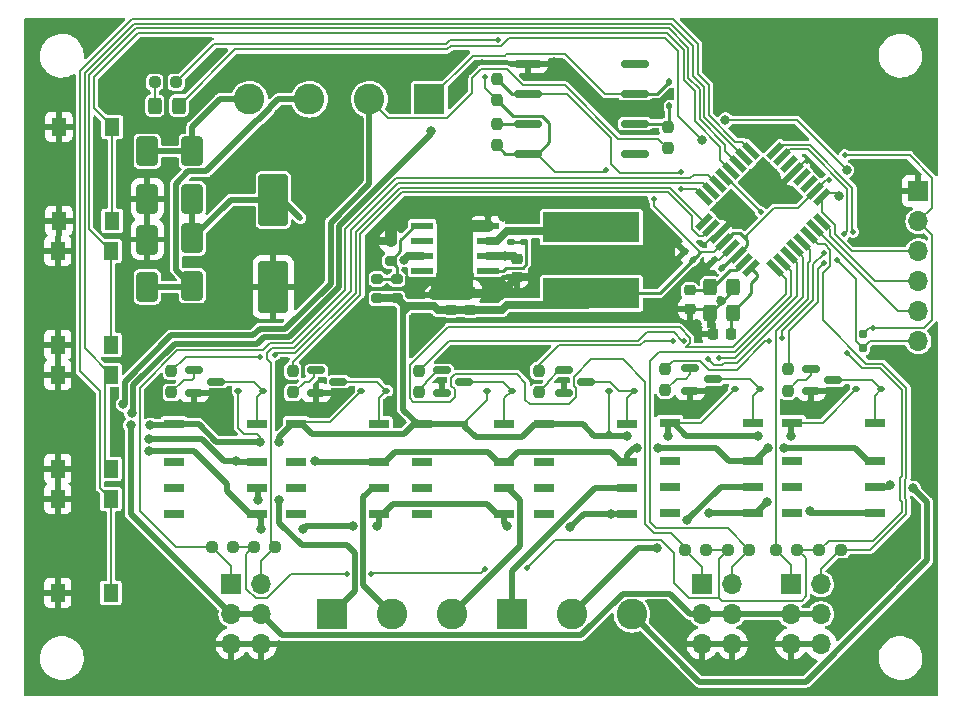
<source format=gbr>
%TF.GenerationSoftware,KiCad,Pcbnew,7.0.11*%
%TF.CreationDate,2024-05-04T00:10:21+02:00*%
%TF.ProjectId,OS-servoDriver_relay,4f532d73-6572-4766-9f44-72697665725f,rev?*%
%TF.SameCoordinates,Original*%
%TF.FileFunction,Copper,L1,Top*%
%TF.FilePolarity,Positive*%
%FSLAX46Y46*%
G04 Gerber Fmt 4.6, Leading zero omitted, Abs format (unit mm)*
G04 Created by KiCad (PCBNEW 7.0.11) date 2024-05-04 00:10:21*
%MOMM*%
%LPD*%
G01*
G04 APERTURE LIST*
G04 Aperture macros list*
%AMRoundRect*
0 Rectangle with rounded corners*
0 $1 Rounding radius*
0 $2 $3 $4 $5 $6 $7 $8 $9 X,Y pos of 4 corners*
0 Add a 4 corners polygon primitive as box body*
4,1,4,$2,$3,$4,$5,$6,$7,$8,$9,$2,$3,0*
0 Add four circle primitives for the rounded corners*
1,1,$1+$1,$2,$3*
1,1,$1+$1,$4,$5*
1,1,$1+$1,$6,$7*
1,1,$1+$1,$8,$9*
0 Add four rect primitives between the rounded corners*
20,1,$1+$1,$2,$3,$4,$5,0*
20,1,$1+$1,$4,$5,$6,$7,0*
20,1,$1+$1,$6,$7,$8,$9,0*
20,1,$1+$1,$8,$9,$2,$3,0*%
%AMRotRect*
0 Rectangle, with rotation*
0 The origin of the aperture is its center*
0 $1 length*
0 $2 width*
0 $3 Rotation angle, in degrees counterclockwise*
0 Add horizontal line*
21,1,$1,$2,0,0,$3*%
G04 Aperture macros list end*
%TA.AperFunction,SMDPad,CuDef*%
%ADD10RoundRect,0.140000X0.219203X0.021213X0.021213X0.219203X-0.219203X-0.021213X-0.021213X-0.219203X0*%
%TD*%
%TA.AperFunction,SMDPad,CuDef*%
%ADD11RoundRect,0.237500X0.237500X-0.250000X0.237500X0.250000X-0.237500X0.250000X-0.237500X-0.250000X0*%
%TD*%
%TA.AperFunction,SMDPad,CuDef*%
%ADD12RoundRect,0.112500X-0.187500X-0.112500X0.187500X-0.112500X0.187500X0.112500X-0.187500X0.112500X0*%
%TD*%
%TA.AperFunction,SMDPad,CuDef*%
%ADD13RoundRect,0.225000X-0.250000X0.225000X-0.250000X-0.225000X0.250000X-0.225000X0.250000X0.225000X0*%
%TD*%
%TA.AperFunction,SMDPad,CuDef*%
%ADD14RoundRect,0.140000X0.170000X-0.140000X0.170000X0.140000X-0.170000X0.140000X-0.170000X-0.140000X0*%
%TD*%
%TA.AperFunction,SMDPad,CuDef*%
%ADD15RoundRect,0.250000X0.650000X-1.000000X0.650000X1.000000X-0.650000X1.000000X-0.650000X-1.000000X0*%
%TD*%
%TA.AperFunction,SMDPad,CuDef*%
%ADD16RoundRect,0.112500X0.112500X-0.187500X0.112500X0.187500X-0.112500X0.187500X-0.112500X-0.187500X0*%
%TD*%
%TA.AperFunction,SMDPad,CuDef*%
%ADD17RoundRect,0.225000X0.250000X-0.225000X0.250000X0.225000X-0.250000X0.225000X-0.250000X-0.225000X0*%
%TD*%
%TA.AperFunction,SMDPad,CuDef*%
%ADD18R,1.800000X0.800000*%
%TD*%
%TA.AperFunction,SMDPad,CuDef*%
%ADD19RoundRect,0.250000X-0.650000X1.000000X-0.650000X-1.000000X0.650000X-1.000000X0.650000X1.000000X0*%
%TD*%
%TA.AperFunction,SMDPad,CuDef*%
%ADD20RoundRect,0.160000X0.160000X-0.197500X0.160000X0.197500X-0.160000X0.197500X-0.160000X-0.197500X0*%
%TD*%
%TA.AperFunction,SMDPad,CuDef*%
%ADD21RoundRect,0.237500X0.250000X0.237500X-0.250000X0.237500X-0.250000X-0.237500X0.250000X-0.237500X0*%
%TD*%
%TA.AperFunction,SMDPad,CuDef*%
%ADD22R,1.300000X1.550000*%
%TD*%
%TA.AperFunction,SMDPad,CuDef*%
%ADD23R,1.910000X0.610000*%
%TD*%
%TA.AperFunction,SMDPad,CuDef*%
%ADD24R,1.205000X1.550000*%
%TD*%
%TA.AperFunction,SMDPad,CuDef*%
%ADD25RoundRect,0.250000X-1.000000X1.950000X-1.000000X-1.950000X1.000000X-1.950000X1.000000X1.950000X0*%
%TD*%
%TA.AperFunction,ComponentPad*%
%ADD26R,2.600000X2.600000*%
%TD*%
%TA.AperFunction,ComponentPad*%
%ADD27C,2.600000*%
%TD*%
%TA.AperFunction,SMDPad,CuDef*%
%ADD28RoundRect,0.150000X-0.587500X-0.150000X0.587500X-0.150000X0.587500X0.150000X-0.587500X0.150000X0*%
%TD*%
%TA.AperFunction,SMDPad,CuDef*%
%ADD29RoundRect,0.200000X0.275000X-0.200000X0.275000X0.200000X-0.275000X0.200000X-0.275000X-0.200000X0*%
%TD*%
%TA.AperFunction,ComponentPad*%
%ADD30R,1.700000X1.700000*%
%TD*%
%TA.AperFunction,ComponentPad*%
%ADD31O,1.700000X1.700000*%
%TD*%
%TA.AperFunction,SMDPad,CuDef*%
%ADD32R,8.200000X2.600000*%
%TD*%
%TA.AperFunction,SMDPad,CuDef*%
%ADD33RoundRect,0.162500X1.012500X0.162500X-1.012500X0.162500X-1.012500X-0.162500X1.012500X-0.162500X0*%
%TD*%
%TA.AperFunction,SMDPad,CuDef*%
%ADD34RoundRect,0.300000X-0.300000X0.400000X-0.300000X-0.400000X0.300000X-0.400000X0.300000X0.400000X0*%
%TD*%
%TA.AperFunction,SMDPad,CuDef*%
%ADD35RotRect,1.600000X0.550000X45.000000*%
%TD*%
%TA.AperFunction,SMDPad,CuDef*%
%ADD36RotRect,1.600000X0.550000X135.000000*%
%TD*%
%TA.AperFunction,SMDPad,CuDef*%
%ADD37RoundRect,0.225000X-0.225000X-0.250000X0.225000X-0.250000X0.225000X0.250000X-0.225000X0.250000X0*%
%TD*%
%TA.AperFunction,SMDPad,CuDef*%
%ADD38RoundRect,0.200000X-0.275000X0.200000X-0.275000X-0.200000X0.275000X-0.200000X0.275000X0.200000X0*%
%TD*%
%TA.AperFunction,SMDPad,CuDef*%
%ADD39RoundRect,0.237500X-0.250000X-0.237500X0.250000X-0.237500X0.250000X0.237500X-0.250000X0.237500X0*%
%TD*%
%TA.AperFunction,SMDPad,CuDef*%
%ADD40RoundRect,0.250000X0.325000X0.450000X-0.325000X0.450000X-0.325000X-0.450000X0.325000X-0.450000X0*%
%TD*%
%TA.AperFunction,ViaPad*%
%ADD41C,0.800000*%
%TD*%
%TA.AperFunction,ViaPad*%
%ADD42C,0.500000*%
%TD*%
%TA.AperFunction,Conductor*%
%ADD43C,0.250000*%
%TD*%
%TA.AperFunction,Conductor*%
%ADD44C,0.200000*%
%TD*%
%TA.AperFunction,Conductor*%
%ADD45C,0.700000*%
%TD*%
%TA.AperFunction,Conductor*%
%ADD46C,1.000000*%
%TD*%
%TA.AperFunction,Conductor*%
%ADD47C,0.500000*%
%TD*%
G04 APERTURE END LIST*
D10*
%TO.P,C204,1*%
%TO.N,+5VA*%
X227923411Y-123275411D03*
%TO.P,C204,2*%
%TO.N,GND*%
X227244589Y-122596589D03*
%TD*%
D11*
%TO.P,R703,1*%
%TO.N,Net-(Q701-B)*%
X183769000Y-134516500D03*
%TO.P,R703,2*%
%TO.N,/atmega/bus1.relay1*%
X183769000Y-132691500D03*
%TD*%
D12*
%TO.P,D801,1,K*%
%TO.N,+5VA*%
X210532000Y-134366000D03*
%TO.P,D801,2,A*%
%TO.N,Net-(D801-A)*%
X212632000Y-134366000D03*
%TD*%
D13*
%TO.P,C901,1*%
%TO.N,VCC*%
X213025500Y-123177000D03*
%TO.P,C901,2*%
%TO.N,GND*%
X213025500Y-124727000D03*
%TD*%
D14*
%TO.P,C906,1*%
%TO.N,+5VA*%
X206040500Y-127224000D03*
%TO.P,C906,2*%
%TO.N,GND*%
X206040500Y-126264000D03*
%TD*%
D15*
%TO.P,D1101,1,K*%
%TO.N,VCC*%
X185547000Y-118108000D03*
%TO.P,D1101,2,A*%
%TO.N,/D_bridge/AC_1*%
X185547000Y-114108000D03*
%TD*%
D16*
%TO.P,D1001,1,K*%
%TO.N,Net-(D1001-K)*%
X225937000Y-110293000D03*
%TO.P,D1001,2,A*%
%TO.N,/DCC/DCC_B*%
X225937000Y-108193000D03*
%TD*%
D17*
%TO.P,C201,1*%
%TO.N,GND*%
X227641990Y-127429583D03*
%TO.P,C201,2*%
%TO.N,/atmega/X1*%
X227641990Y-125879583D03*
%TD*%
D18*
%TO.P,K802,1*%
%TO.N,+5VA*%
X215323646Y-137200000D03*
%TO.P,K802,2*%
%TO.N,unconnected-(K802-Pad2)*%
X215323646Y-140400000D03*
%TO.P,K802,3*%
%TO.N,unconnected-(K802-Pad3)*%
X215323646Y-142600000D03*
%TO.P,K802,4*%
%TO.N,unconnected-(K802-Pad4)*%
X215323646Y-144800000D03*
%TO.P,K802,5*%
%TO.N,/DCC/DCC_A*%
X222323646Y-144800000D03*
%TO.P,K802,6*%
%TO.N,/servo3-4/FROG2*%
X222323646Y-142600000D03*
%TO.P,K802,7*%
%TO.N,/DCC/DCC_B*%
X222323646Y-140400000D03*
%TO.P,K802,8*%
%TO.N,Net-(D802-A)*%
X222323646Y-137200000D03*
%TD*%
%TO.P,K701,1*%
%TO.N,+5VA*%
X184000000Y-137200000D03*
%TO.P,K701,2*%
%TO.N,unconnected-(K701-Pad2)*%
X184000000Y-140400000D03*
%TO.P,K701,3*%
%TO.N,unconnected-(K701-Pad3)*%
X184000000Y-142600000D03*
%TO.P,K701,4*%
%TO.N,unconnected-(K701-Pad4)*%
X184000000Y-144800000D03*
%TO.P,K701,5*%
%TO.N,/DCC/DCC_A*%
X191000000Y-144800000D03*
%TO.P,K701,6*%
%TO.N,/servo1-2/FROG1*%
X191000000Y-142600000D03*
%TO.P,K701,7*%
%TO.N,/DCC/DCC_B*%
X191000000Y-140400000D03*
%TO.P,K701,8*%
%TO.N,Net-(D701-A)*%
X191000000Y-137200000D03*
%TD*%
D19*
%TO.P,D1103,1,K*%
%TO.N,VCC*%
X185527000Y-121474000D03*
%TO.P,D1103,2,A*%
%TO.N,/D_bridge/AC_2*%
X185527000Y-125474000D03*
%TD*%
D14*
%TO.P,C902,1*%
%TO.N,Net-(U901-BS)*%
X212517500Y-121793000D03*
%TO.P,C902,2*%
%TO.N,Net-(U901-SW)*%
X212517500Y-120833000D03*
%TD*%
D20*
%TO.P,R202,1*%
%TO.N,/atmega/reset*%
X242316000Y-130772500D03*
%TO.P,R202,2*%
%TO.N,+5VA*%
X242316000Y-129577500D03*
%TD*%
D11*
%TO.P,R803,1*%
%TO.N,Net-(Q801-B)*%
X204724000Y-134516500D03*
%TO.P,R803,2*%
%TO.N,/atmega/bus2.relay1*%
X204724000Y-132691500D03*
%TD*%
D21*
%TO.P,R201,1*%
%TO.N,+5VA*%
X184181000Y-108245000D03*
%TO.P,R201,2*%
%TO.N,Net-(D201-A)*%
X182356000Y-108245000D03*
%TD*%
D22*
%TO.P,SW604,1,1*%
%TO.N,GND*%
X174250000Y-119975000D03*
X174250000Y-112025000D03*
%TO.P,SW604,2,2*%
%TO.N,/atmega/sw4*%
X178750000Y-119975000D03*
X178750000Y-112025000D03*
%TD*%
D23*
%TO.P,U901,1,BS*%
%TO.N,Net-(U901-BS)*%
X210566000Y-124206000D03*
%TO.P,U901,2,Vin*%
%TO.N,VCC*%
X210566000Y-122936000D03*
%TO.P,U901,3,SW*%
%TO.N,Net-(U901-SW)*%
X210566000Y-121666000D03*
%TO.P,U901,4,GND*%
%TO.N,GND*%
X210566000Y-120396000D03*
%TO.P,U901,5,FB*%
%TO.N,Net-(U901-FB)*%
X205006000Y-120396000D03*
%TO.P,U901,6,NC*%
%TO.N,unconnected-(U901-NC-Pad6)*%
X205006000Y-121666000D03*
%TO.P,U901,7,EN*%
%TO.N,VCC*%
X205006000Y-122936000D03*
%TO.P,U901,8,NC*%
%TO.N,unconnected-(U901-NC-Pad8)*%
X205006000Y-124206000D03*
D24*
%TO.P,U901,9,GND*%
%TO.N,GND*%
X208388500Y-123076000D03*
X208388500Y-121526000D03*
X207183500Y-123076000D03*
X207183500Y-121526000D03*
%TD*%
D18*
%TO.P,K901,1*%
%TO.N,+5VA*%
X225973646Y-137099000D03*
%TO.P,K901,2*%
%TO.N,unconnected-(K901-Pad2)*%
X225973646Y-140299000D03*
%TO.P,K901,3*%
%TO.N,unconnected-(K901-Pad3)*%
X225973646Y-142499000D03*
%TO.P,K901,4*%
%TO.N,unconnected-(K901-Pad4)*%
X225973646Y-144699000D03*
%TO.P,K901,5*%
%TO.N,/DCC/DCC_A*%
X232973646Y-144699000D03*
%TO.P,K901,6*%
%TO.N,/servo5-6/FROG1*%
X232973646Y-142499000D03*
%TO.P,K901,7*%
%TO.N,/DCC/DCC_B*%
X232973646Y-140299000D03*
%TO.P,K901,8*%
%TO.N,Net-(D901-A)*%
X232973646Y-137099000D03*
%TD*%
D25*
%TO.P,C1101,1*%
%TO.N,VCC*%
X192405000Y-118203000D03*
%TO.P,C1101,2*%
%TO.N,GND*%
X192405000Y-125603000D03*
%TD*%
D22*
%TO.P,SW601,1,1*%
%TO.N,GND*%
X174153000Y-151475000D03*
X174153000Y-143525000D03*
%TO.P,SW601,2,2*%
%TO.N,/atmega/sw1*%
X178653000Y-151475000D03*
X178653000Y-143525000D03*
%TD*%
D26*
%TO.P,J103,1,Pin_1*%
%TO.N,/servo1-2/FROG1*%
X197358000Y-153289000D03*
D27*
%TO.P,J103,2,Pin_2*%
%TO.N,/servo1-2/FROG2*%
X202438000Y-153289000D03*
%TO.P,J103,3,Pin_3*%
%TO.N,/servo3-4/FROG1*%
X207518000Y-153289000D03*
%TD*%
D28*
%TO.P,Q802,1,B*%
%TO.N,Net-(Q802-B)*%
X216994500Y-132654000D03*
%TO.P,Q802,2,E*%
%TO.N,GND*%
X216994500Y-134554000D03*
%TO.P,Q802,3,C*%
%TO.N,Net-(D802-A)*%
X218869500Y-133604000D03*
%TD*%
D29*
%TO.P,R901,1*%
%TO.N,+5VA*%
X201214500Y-126555000D03*
%TO.P,R901,2*%
%TO.N,Net-(U901-FB)*%
X201214500Y-124905000D03*
%TD*%
D17*
%TO.P,C905,1*%
%TO.N,+5VA*%
X209088500Y-127521000D03*
%TO.P,C905,2*%
%TO.N,GND*%
X209088500Y-125971000D03*
%TD*%
D21*
%TO.P,R905,1*%
%TO.N,/atmega/bus3.pin2*%
X240458000Y-147828000D03*
%TO.P,R905,2*%
%TO.N,+5VA*%
X238633000Y-147828000D03*
%TD*%
D11*
%TO.P,R704,1*%
%TO.N,Net-(Q702-B)*%
X194056000Y-134516500D03*
%TO.P,R704,2*%
%TO.N,/atmega/bus1.relay2*%
X194056000Y-132691500D03*
%TD*%
D30*
%TO.P,J901,1,Pin_1*%
%TO.N,/atmega/bus3.pin1*%
X236220000Y-150749000D03*
D31*
%TO.P,J901,2,Pin_2*%
%TO.N,/atmega/bus3.pin2*%
X238760000Y-150749000D03*
%TO.P,J901,3,Pin_3*%
%TO.N,+5VA*%
X236220000Y-153289000D03*
%TO.P,J901,4,Pin_4*%
X238760000Y-153289000D03*
%TO.P,J901,5,Pin_5*%
%TO.N,GND*%
X236220000Y-155829000D03*
%TO.P,J901,6,Pin_6*%
X238760000Y-155829000D03*
%TD*%
D11*
%TO.P,R907,1*%
%TO.N,Net-(Q902-B)*%
X235966000Y-134389500D03*
%TO.P,R907,2*%
%TO.N,/atmega/bus3.relay2*%
X235966000Y-132564500D03*
%TD*%
D30*
%TO.P,J701,1,Pin_1*%
%TO.N,/atmega/bus1.pin1*%
X188849000Y-150749000D03*
D31*
%TO.P,J701,2,Pin_2*%
%TO.N,/atmega/bus1.pin2*%
X191389000Y-150749000D03*
%TO.P,J701,3,Pin_3*%
%TO.N,+5VA*%
X188849000Y-153289000D03*
%TO.P,J701,4,Pin_4*%
X191389000Y-153289000D03*
%TO.P,J701,5,Pin_5*%
%TO.N,GND*%
X188849000Y-155829000D03*
%TO.P,J701,6,Pin_6*%
X191389000Y-155829000D03*
%TD*%
D32*
%TO.P,L901,1,1*%
%TO.N,Net-(U901-SW)*%
X219329000Y-120517000D03*
%TO.P,L901,2,2*%
%TO.N,+5VA*%
X219329000Y-126117000D03*
%TD*%
D28*
%TO.P,Q901,1,B*%
%TO.N,Net-(Q901-B)*%
X227711000Y-132466000D03*
%TO.P,Q901,2,E*%
%TO.N,GND*%
X227711000Y-134366000D03*
%TO.P,Q901,3,C*%
%TO.N,Net-(D901-A)*%
X229586000Y-133416000D03*
%TD*%
D12*
%TO.P,D701,1,K*%
%TO.N,+5VA*%
X189450000Y-134366000D03*
%TO.P,D701,2,A*%
%TO.N,Net-(D701-A)*%
X191550000Y-134366000D03*
%TD*%
D33*
%TO.P,U1001,1,NC*%
%TO.N,unconnected-(U1001-NC-Pad1)*%
X223012000Y-114300000D03*
%TO.P,U1001,2,A*%
%TO.N,Net-(D1001-K)*%
X223012000Y-111760000D03*
%TO.P,U1001,3,C*%
%TO.N,/DCC/DCC_B*%
X223012000Y-109220000D03*
%TO.P,U1001,4*%
%TO.N,N/C*%
X223012000Y-106680000D03*
%TO.P,U1001,5,GND*%
%TO.N,GND*%
X213962000Y-106680000D03*
%TO.P,U1001,6,VO*%
%TO.N,/DCC/DCC_TTL*%
X213962000Y-109220000D03*
%TO.P,U1001,7,EN*%
%TO.N,Net-(U1001-EN)*%
X213962000Y-111760000D03*
%TO.P,U1001,8,VCC*%
%TO.N,+5VA*%
X213962000Y-114300000D03*
%TD*%
D29*
%TO.P,R902,1*%
%TO.N,Net-(U901-FB)*%
X202357500Y-123380000D03*
%TO.P,R902,2*%
%TO.N,GND*%
X202357500Y-121730000D03*
%TD*%
D30*
%TO.P,J201,1,Pin_1*%
%TO.N,GND*%
X247015000Y-117475000D03*
D31*
%TO.P,J201,2,Pin_2*%
%TO.N,+5VA*%
X247015000Y-120015000D03*
%TO.P,J201,3,Pin_3*%
%TO.N,/atmega/LED*%
X247015000Y-122555000D03*
%TO.P,J201,4,Pin_4*%
%TO.N,/atmega/MISO*%
X247015000Y-125095000D03*
%TO.P,J201,5,Pin_5*%
%TO.N,/atmega/MOSI*%
X247015000Y-127635000D03*
%TO.P,J201,6,Pin_6*%
%TO.N,/atmega/reset*%
X247015000Y-130175000D03*
%TD*%
D21*
%TO.P,R802,1*%
%TO.N,/atmega/bus2.pin2*%
X232711000Y-147828000D03*
%TO.P,R802,2*%
%TO.N,+5VA*%
X230886000Y-147828000D03*
%TD*%
D12*
%TO.P,D702,1,K*%
%TO.N,+5VA*%
X199864000Y-134366000D03*
%TO.P,D702,2,A*%
%TO.N,Net-(D702-A)*%
X201964000Y-134366000D03*
%TD*%
D11*
%TO.P,R1001,1*%
%TO.N,/DCC/DCC_A*%
X225810000Y-113838500D03*
%TO.P,R1001,2*%
%TO.N,Net-(D1001-K)*%
X225810000Y-112013500D03*
%TD*%
D18*
%TO.P,K702,1*%
%TO.N,+5VA*%
X194350000Y-137200000D03*
%TO.P,K702,2*%
%TO.N,unconnected-(K702-Pad2)*%
X194350000Y-140400000D03*
%TO.P,K702,3*%
%TO.N,unconnected-(K702-Pad3)*%
X194350000Y-142600000D03*
%TO.P,K702,4*%
%TO.N,unconnected-(K702-Pad4)*%
X194350000Y-144800000D03*
%TO.P,K702,5*%
%TO.N,/DCC/DCC_A*%
X201350000Y-144800000D03*
%TO.P,K702,6*%
%TO.N,/servo1-2/FROG2*%
X201350000Y-142600000D03*
%TO.P,K702,7*%
%TO.N,/DCC/DCC_B*%
X201350000Y-140400000D03*
%TO.P,K702,8*%
%TO.N,Net-(D702-A)*%
X201350000Y-137200000D03*
%TD*%
D21*
%TO.P,R702,1*%
%TO.N,/atmega/bus1.pin2*%
X192579000Y-147574000D03*
%TO.P,R702,2*%
%TO.N,+5VA*%
X190754000Y-147574000D03*
%TD*%
D11*
%TO.P,R906,1*%
%TO.N,Net-(Q901-B)*%
X225600500Y-134328500D03*
%TO.P,R906,2*%
%TO.N,/atmega/bus3.relay1*%
X225600500Y-132503500D03*
%TD*%
D34*
%TO.P,Y201,1,1*%
%TO.N,/atmega/X1*%
X229392990Y-125597583D03*
%TO.P,Y201,2,GND*%
%TO.N,GND*%
X229392990Y-127797583D03*
%TO.P,Y201,3,3*%
%TO.N,/atmega/X2*%
X231292990Y-127797583D03*
%TO.P,Y201,4,GND*%
%TO.N,GND*%
X231292990Y-125597583D03*
%TD*%
D18*
%TO.P,K902,1*%
%TO.N,+5VA*%
X236323646Y-137099000D03*
%TO.P,K902,2*%
%TO.N,unconnected-(K902-Pad2)*%
X236323646Y-140299000D03*
%TO.P,K902,3*%
%TO.N,unconnected-(K902-Pad3)*%
X236323646Y-142499000D03*
%TO.P,K902,4*%
%TO.N,unconnected-(K902-Pad4)*%
X236323646Y-144699000D03*
%TO.P,K902,5*%
%TO.N,/DCC/DCC_A*%
X243323646Y-144699000D03*
%TO.P,K902,6*%
%TO.N,/servo5-6/FROG2*%
X243323646Y-142499000D03*
%TO.P,K902,7*%
%TO.N,/DCC/DCC_B*%
X243323646Y-140299000D03*
%TO.P,K902,8*%
%TO.N,Net-(D902-A)*%
X243323646Y-137099000D03*
%TD*%
D28*
%TO.P,Q702,1,B*%
%TO.N,Net-(Q702-B)*%
X196039500Y-132654000D03*
%TO.P,Q702,2,E*%
%TO.N,GND*%
X196039500Y-134554000D03*
%TO.P,Q702,3,C*%
%TO.N,Net-(D702-A)*%
X197914500Y-133604000D03*
%TD*%
D22*
%TO.P,SW602,1,1*%
%TO.N,GND*%
X174153000Y-140975000D03*
X174153000Y-133025000D03*
%TO.P,SW602,2,2*%
%TO.N,/atmega/sw2*%
X178653000Y-140975000D03*
X178653000Y-133025000D03*
%TD*%
D14*
%TO.P,C903,1*%
%TO.N,Net-(U901-BS)*%
X213660500Y-121793000D03*
%TO.P,C903,2*%
%TO.N,Net-(U901-SW)*%
X213660500Y-120833000D03*
%TD*%
D12*
%TO.P,D802,1,K*%
%TO.N,+5VA*%
X220819000Y-134366000D03*
%TO.P,D802,2,A*%
%TO.N,Net-(D802-A)*%
X222919000Y-134366000D03*
%TD*%
D19*
%TO.P,D1102,1,K*%
%TO.N,/D_bridge/AC_1*%
X181737000Y-114110000D03*
%TO.P,D1102,2,A*%
%TO.N,GND*%
X181737000Y-118110000D03*
%TD*%
D35*
%TO.P,U202,1,PD3*%
%TO.N,/atmega/bus1.relay1*%
X228888887Y-120049888D03*
%TO.P,U202,2,PD4*%
%TO.N,/atmega/bus1.relay2*%
X229454573Y-120615573D03*
%TO.P,U202,3,GND*%
%TO.N,GND*%
X230020258Y-121181259D03*
%TO.P,U202,4,VCC*%
%TO.N,+5VA*%
X230585943Y-121746944D03*
%TO.P,U202,5,GND*%
%TO.N,GND*%
X231151629Y-122312630D03*
%TO.P,U202,6,VCC*%
%TO.N,+5VA*%
X231717314Y-122878315D03*
%TO.P,U202,7,XTAL1/PB6*%
%TO.N,/atmega/X1*%
X232283000Y-123444000D03*
%TO.P,U202,8,XTAL2/PB7*%
%TO.N,/atmega/X2*%
X232848685Y-124009686D03*
D36*
%TO.P,U202,9,PD5*%
%TO.N,/atmega/bus2.pin1*%
X234899295Y-124009686D03*
%TO.P,U202,10,PD6*%
%TO.N,/atmega/bus2.pin2*%
X235464980Y-123444000D03*
%TO.P,U202,11,PD7*%
%TO.N,/atmega/bus2.relay1*%
X236030666Y-122878315D03*
%TO.P,U202,12,PB0*%
%TO.N,/atmega/bus2.relay2*%
X236596351Y-122312630D03*
%TO.P,U202,13,PB1*%
%TO.N,/atmega/bus3.pin1*%
X237162037Y-121746944D03*
%TO.P,U202,14,PB2*%
%TO.N,/atmega/bus3.pin2*%
X237727722Y-121181259D03*
%TO.P,U202,15,PB3*%
%TO.N,/atmega/MOSI*%
X238293407Y-120615573D03*
%TO.P,U202,16,PB4*%
%TO.N,/atmega/MISO*%
X238859093Y-120049888D03*
D35*
%TO.P,U202,17,PB5*%
%TO.N,/atmega/LED*%
X238859093Y-117999278D03*
%TO.P,U202,18,AVCC*%
%TO.N,+5VA*%
X238293407Y-117433593D03*
%TO.P,U202,19,ADC6*%
%TO.N,unconnected-(U202-ADC6-Pad19)*%
X237727722Y-116867907D03*
%TO.P,U202,20,AREF*%
%TO.N,unconnected-(U202-AREF-Pad20)*%
X237162037Y-116302222D03*
%TO.P,U202,21,GND*%
%TO.N,GND*%
X236596351Y-115736536D03*
%TO.P,U202,22,ADC7*%
%TO.N,unconnected-(U202-ADC7-Pad22)*%
X236030666Y-115170851D03*
%TO.P,U202,23,PC0*%
%TO.N,/atmega/bus3.relay1*%
X235464980Y-114605166D03*
%TO.P,U202,24,PC1*%
%TO.N,/atmega/bus3.relay2*%
X234899295Y-114039480D03*
D36*
%TO.P,U202,25,PC2*%
%TO.N,/atmega/sw1*%
X232848685Y-114039480D03*
%TO.P,U202,26,PC3*%
%TO.N,/atmega/sw2*%
X232283000Y-114605166D03*
%TO.P,U202,27,PC4*%
%TO.N,/atmega/sw3*%
X231717314Y-115170851D03*
%TO.P,U202,28,PC5*%
%TO.N,/atmega/sw4*%
X231151629Y-115736536D03*
%TO.P,U202,29,~{RESET}/PC6*%
%TO.N,/atmega/reset*%
X230585943Y-116302222D03*
%TO.P,U202,30,PD0*%
%TO.N,/atmega/bus1.pin1*%
X230020258Y-116867907D03*
%TO.P,U202,31,PD1*%
%TO.N,/atmega/bus1.pin2*%
X229454573Y-117433593D03*
%TO.P,U202,32,PD2*%
%TO.N,/DCC/DCC_TTL*%
X228888887Y-117999278D03*
%TD*%
D28*
%TO.P,Q701,1,B*%
%TO.N,Net-(Q701-B)*%
X185704000Y-132654000D03*
%TO.P,Q701,2,E*%
%TO.N,GND*%
X185704000Y-134554000D03*
%TO.P,Q701,3,C*%
%TO.N,Net-(D701-A)*%
X187579000Y-133604000D03*
%TD*%
D37*
%TO.P,C203,1*%
%TO.N,GND*%
X229628990Y-129575583D03*
%TO.P,C203,2*%
%TO.N,/atmega/X2*%
X231178990Y-129575583D03*
%TD*%
D30*
%TO.P,J801,1,Pin_1*%
%TO.N,/atmega/bus2.pin1*%
X228727000Y-150749000D03*
D31*
%TO.P,J801,2,Pin_2*%
%TO.N,/atmega/bus2.pin2*%
X231267000Y-150749000D03*
%TO.P,J801,3,Pin_3*%
%TO.N,+5VA*%
X228727000Y-153289000D03*
%TO.P,J801,4,Pin_4*%
X231267000Y-153289000D03*
%TO.P,J801,5,Pin_5*%
%TO.N,GND*%
X228727000Y-155829000D03*
%TO.P,J801,6,Pin_6*%
X231267000Y-155829000D03*
%TD*%
D15*
%TO.P,D1104,1,K*%
%TO.N,/D_bridge/AC_2*%
X181737000Y-125569000D03*
%TO.P,D1104,2,A*%
%TO.N,GND*%
X181737000Y-121569000D03*
%TD*%
D26*
%TO.P,J101,1,Pin_1*%
%TO.N,/DCC/DCC_B*%
X205620000Y-109695000D03*
D27*
%TO.P,J101,2,Pin_2*%
%TO.N,/DCC/DCC_A*%
X200540000Y-109695000D03*
%TO.P,J101,3,Pin_3*%
%TO.N,/D_bridge/AC_2*%
X195460000Y-109695000D03*
%TO.P,J101,4,Pin_4*%
%TO.N,/D_bridge/AC_1*%
X190380000Y-109695000D03*
%TD*%
D38*
%TO.P,R903,1*%
%TO.N,Net-(U901-FB)*%
X202865500Y-124905000D03*
%TO.P,R903,2*%
%TO.N,+5VA*%
X202865500Y-126555000D03*
%TD*%
D28*
%TO.P,Q902,1,B*%
%TO.N,Net-(Q902-B)*%
X237949500Y-132527000D03*
%TO.P,Q902,2,E*%
%TO.N,GND*%
X237949500Y-134427000D03*
%TO.P,Q902,3,C*%
%TO.N,Net-(D902-A)*%
X239824500Y-133477000D03*
%TD*%
D39*
%TO.P,R904,1*%
%TO.N,/atmega/bus3.pin1*%
X234950000Y-147828000D03*
%TO.P,R904,2*%
%TO.N,+5VA*%
X236775000Y-147828000D03*
%TD*%
D40*
%TO.P,D201,1,K*%
%TO.N,/atmega/LED*%
X184404000Y-110236000D03*
%TO.P,D201,2,A*%
%TO.N,Net-(D201-A)*%
X182354000Y-110236000D03*
%TD*%
D39*
%TO.P,R701,1*%
%TO.N,/atmega/bus1.pin1*%
X187174500Y-147574000D03*
%TO.P,R701,2*%
%TO.N,+5VA*%
X188999500Y-147574000D03*
%TD*%
D11*
%TO.P,R1003,1*%
%TO.N,+5VA*%
X211332000Y-109774500D03*
%TO.P,R1003,2*%
%TO.N,/DCC/DCC_TTL*%
X211332000Y-107949500D03*
%TD*%
%TO.P,R1002,1*%
%TO.N,+5VA*%
X211332000Y-113584500D03*
%TO.P,R1002,2*%
%TO.N,Net-(U1001-EN)*%
X211332000Y-111759500D03*
%TD*%
%TO.P,R804,1*%
%TO.N,Net-(Q802-B)*%
X214884000Y-134516500D03*
%TO.P,R804,2*%
%TO.N,/atmega/bus2.relay2*%
X214884000Y-132691500D03*
%TD*%
D10*
%TO.P,C202,1*%
%TO.N,+5VA*%
X230403990Y-123987583D03*
%TO.P,C202,2*%
%TO.N,GND*%
X229725168Y-123308761D03*
%TD*%
D12*
%TO.P,D901,1,K*%
%TO.N,+5VA*%
X231487000Y-134239000D03*
%TO.P,D901,2,A*%
%TO.N,Net-(D901-A)*%
X233587000Y-134239000D03*
%TD*%
D26*
%TO.P,J104,1,Pin_1*%
%TO.N,/servo3-4/FROG2*%
X212598000Y-153289000D03*
D27*
%TO.P,J104,2,Pin_2*%
%TO.N,/servo5-6/FROG1*%
X217678000Y-153289000D03*
%TO.P,J104,3,Pin_3*%
%TO.N,/servo5-6/FROG2*%
X222758000Y-153289000D03*
%TD*%
D39*
%TO.P,R801,1*%
%TO.N,/atmega/bus2.pin1*%
X227226500Y-147828000D03*
%TO.P,R801,2*%
%TO.N,+5VA*%
X229051500Y-147828000D03*
%TD*%
D17*
%TO.P,C904,1*%
%TO.N,+5VA*%
X207422500Y-127521000D03*
%TO.P,C904,2*%
%TO.N,GND*%
X207422500Y-125971000D03*
%TD*%
D28*
%TO.P,Q801,1,B*%
%TO.N,Net-(Q801-B)*%
X206707500Y-132654000D03*
%TO.P,Q801,2,E*%
%TO.N,GND*%
X206707500Y-134554000D03*
%TO.P,Q801,3,C*%
%TO.N,Net-(D801-A)*%
X208582500Y-133604000D03*
%TD*%
D18*
%TO.P,K801,1*%
%TO.N,+5VA*%
X204973646Y-137200000D03*
%TO.P,K801,2*%
%TO.N,unconnected-(K801-Pad2)*%
X204973646Y-140400000D03*
%TO.P,K801,3*%
%TO.N,unconnected-(K801-Pad3)*%
X204973646Y-142600000D03*
%TO.P,K801,4*%
%TO.N,unconnected-(K801-Pad4)*%
X204973646Y-144800000D03*
%TO.P,K801,5*%
%TO.N,/DCC/DCC_A*%
X211973646Y-144800000D03*
%TO.P,K801,6*%
%TO.N,/servo3-4/FROG1*%
X211973646Y-142600000D03*
%TO.P,K801,7*%
%TO.N,/DCC/DCC_B*%
X211973646Y-140400000D03*
%TO.P,K801,8*%
%TO.N,Net-(D801-A)*%
X211973646Y-137200000D03*
%TD*%
D22*
%TO.P,SW603,1,1*%
%TO.N,GND*%
X174153000Y-130475000D03*
X174153000Y-122525000D03*
%TO.P,SW603,2,2*%
%TO.N,/atmega/sw3*%
X178653000Y-130475000D03*
X178653000Y-122525000D03*
%TD*%
D12*
%TO.P,D902,1,K*%
%TO.N,+5VA*%
X241774000Y-134239000D03*
%TO.P,D902,2,A*%
%TO.N,Net-(D902-A)*%
X243874000Y-134239000D03*
%TD*%
D41*
%TO.N,GND*%
X233172000Y-116459000D03*
X233934000Y-117983000D03*
X235331000Y-116967000D03*
X231013000Y-118237000D03*
X231267000Y-120015000D03*
X225679000Y-123698000D03*
D42*
X234000000Y-112500000D03*
D41*
X211500000Y-131500000D03*
X226314000Y-121666000D03*
D42*
X182499000Y-134112000D03*
X241554000Y-151765000D03*
D41*
X228244990Y-128686583D03*
D42*
X242189000Y-112776000D03*
X219202000Y-109474000D03*
X177927000Y-103886000D03*
X189357000Y-123698000D03*
X187071000Y-106426000D03*
D41*
X208834500Y-124587000D03*
D42*
X240157000Y-113157000D03*
X182880000Y-111887000D03*
X187960000Y-108331000D03*
X187198000Y-134620000D03*
X172212000Y-131572000D03*
X214757000Y-128270000D03*
X204216000Y-118618000D03*
X248000000Y-150000000D03*
X190246000Y-106426000D03*
X207137000Y-118364000D03*
X198628000Y-110998000D03*
X204597000Y-125857000D03*
X243713000Y-131191000D03*
X192786000Y-132207000D03*
X174117000Y-113792000D03*
X227711000Y-135255000D03*
X241681000Y-156464000D03*
X172339000Y-121158000D03*
X201676000Y-132207000D03*
D41*
X230276990Y-126781583D03*
D42*
X204343000Y-130556000D03*
X173990000Y-135001000D03*
X173990000Y-118110000D03*
X240538000Y-134366000D03*
X232500000Y-110000000D03*
X229235000Y-134366000D03*
X242316000Y-121793000D03*
X192659000Y-125222000D03*
X194691000Y-157099000D03*
X228092000Y-136271000D03*
X174244000Y-128397000D03*
D41*
X206802500Y-120142000D03*
D42*
X183515000Y-115570000D03*
X195707000Y-135636000D03*
D41*
X228879990Y-123860583D03*
D42*
X221107000Y-156083000D03*
X224663000Y-157988000D03*
X174117000Y-124333000D03*
X200025000Y-127889000D03*
D41*
X207818500Y-120142000D03*
D42*
X179578000Y-145542000D03*
X201041000Y-156591000D03*
X212725000Y-128143000D03*
D41*
X207818500Y-124587000D03*
D42*
X245491000Y-121285000D03*
X209169000Y-118364000D03*
X225298000Y-135763000D03*
X193167000Y-135890000D03*
X245745000Y-115316000D03*
X180721000Y-149098000D03*
D41*
X200960500Y-121666000D03*
D42*
X179451000Y-116078000D03*
X237871000Y-135255000D03*
D41*
X208834500Y-120142000D03*
D42*
X205232000Y-128524000D03*
X224282000Y-110363000D03*
X237617000Y-114935000D03*
X235966000Y-135763000D03*
X225552000Y-153797000D03*
X245000000Y-149000000D03*
X228854000Y-122047000D03*
X211836000Y-156845000D03*
X247904000Y-114554000D03*
X185039000Y-127635000D03*
X242189000Y-115443000D03*
X198628000Y-107696000D03*
X188214000Y-137541000D03*
X172339000Y-142367000D03*
X198120000Y-115062000D03*
X208026000Y-108712000D03*
D41*
X211882500Y-119634000D03*
D42*
X225806000Y-128016000D03*
X189992000Y-126619000D03*
X180594000Y-123698000D03*
X180594000Y-130937000D03*
D41*
X216158000Y-106576000D03*
D42*
X197866000Y-117856000D03*
X247500000Y-110500000D03*
X238252000Y-136271000D03*
X174244000Y-139065000D03*
X184658000Y-152781000D03*
X182753000Y-123698000D03*
X185674000Y-123571000D03*
X180721000Y-110109000D03*
X181864000Y-116078000D03*
X216916000Y-133604000D03*
X202057000Y-128016000D03*
D41*
X214295500Y-124714000D03*
D42*
X192786000Y-122428000D03*
X241173000Y-103886000D03*
X174498000Y-109855000D03*
X196977000Y-131318000D03*
X239395000Y-134493000D03*
X238000000Y-111000000D03*
X173863000Y-145034000D03*
X247904000Y-132461000D03*
X199390000Y-106299000D03*
X228500000Y-103500000D03*
X198501000Y-129794000D03*
X179451000Y-107569000D03*
X210058000Y-106553000D03*
D41*
X202357500Y-120523000D03*
D42*
X185674000Y-105156000D03*
D41*
X229616000Y-107696000D03*
X212263500Y-125603000D03*
D42*
X172339000Y-112014000D03*
D41*
X206802500Y-124587000D03*
D42*
X240411000Y-149225000D03*
X242697000Y-119761000D03*
X206629000Y-133731000D03*
D41*
X210612500Y-119380000D03*
D42*
X213995000Y-107823000D03*
X247523000Y-141478000D03*
X185420000Y-135636000D03*
X197485000Y-134620000D03*
X246634000Y-145796000D03*
X241000000Y-159500000D03*
X195834000Y-119507000D03*
X188214000Y-125730000D03*
%TO.N,+5VA*%
X240934175Y-131175825D03*
X213888581Y-149372581D03*
X224663000Y-118122953D03*
X198600500Y-149860000D03*
X240792000Y-114427000D03*
X200699500Y-149860000D03*
X220599000Y-115697000D03*
X239450944Y-116530056D03*
X211455000Y-104649500D03*
X210312000Y-149479000D03*
X210312000Y-107823000D03*
X243205000Y-129025000D03*
D41*
%TO.N,VCC*%
X212009500Y-122936000D03*
D42*
X194691000Y-119761000D03*
D41*
X203502050Y-123260050D03*
%TO.N,+5VA*%
X180340000Y-137287000D03*
X233426000Y-138176000D03*
X225806000Y-138176000D03*
X181991000Y-137287000D03*
X222377000Y-138199502D03*
X191262000Y-138684000D03*
X192913000Y-138684000D03*
X236220000Y-138176000D03*
%TO.N,/atmega/LED*%
X240255899Y-117856000D03*
X228657109Y-113099891D03*
X240934465Y-115681535D03*
X230685382Y-111452618D03*
%TO.N,/DCC/DCC_B*%
X189230000Y-140335000D03*
X235649500Y-139192000D03*
X205740000Y-112395000D03*
X223201500Y-139192000D03*
X180402500Y-136271000D03*
X234250500Y-139192000D03*
X225000500Y-139192000D03*
X195961000Y-140335000D03*
X181864000Y-138430000D03*
%TO.N,/DCC/DCC_A*%
X179702500Y-135509000D03*
X181864000Y-139446000D03*
X194945000Y-146050000D03*
X212217000Y-145796000D03*
X217551000Y-145923000D03*
X220980000Y-144800000D03*
X229281016Y-144699016D03*
X201168000Y-145796000D03*
X237871000Y-144526000D03*
X199136000Y-145796000D03*
X191389000Y-146050000D03*
X234188000Y-143764000D03*
D42*
%TO.N,/atmega/reset*%
X240115018Y-123317000D03*
X233672444Y-119245444D03*
%TO.N,/DCC/DCC_TTL*%
X226949000Y-115823953D03*
X226949000Y-117322953D03*
D41*
%TO.N,/servo1-2/FROG1*%
X192899500Y-143637000D03*
X191135000Y-143637000D03*
%TO.N,/servo5-6/FROG2*%
X244602000Y-142367000D03*
X246571500Y-142621000D03*
%TO.N,/servo5-6/FROG1*%
X224917000Y-147701000D03*
X227457000Y-145321657D03*
D42*
%TO.N,/atmega/bus1.relay1*%
X191262000Y-131486500D03*
X192532000Y-131318000D03*
%TO.N,/atmega/bus2.relay1*%
X227139500Y-130133500D03*
X230124000Y-131632500D03*
%TO.N,/atmega/bus2.relay2*%
X226257828Y-130133940D03*
X229235000Y-131699000D03*
%TO.N,/atmega/bus3.relay1*%
X240704659Y-121118341D03*
X234400500Y-130175000D03*
X239015518Y-122680482D03*
X235499500Y-129921000D03*
%TO.N,/atmega/bus3.relay2*%
X241503270Y-120909887D03*
X239006644Y-123563644D03*
%TD*%
D43*
%TO.N,+5VA*%
X228459000Y-122758116D02*
X228459000Y-122541000D01*
X228358558Y-122858558D02*
X228459000Y-122758116D01*
D44*
X224663000Y-118745000D02*
X228459000Y-122541000D01*
D43*
X228358558Y-122858558D02*
X228567558Y-122649558D01*
D44*
X228459000Y-122541000D02*
X228567558Y-122649558D01*
D43*
X225100116Y-126117000D02*
X228358558Y-122858558D01*
X219329000Y-126117000D02*
X225100116Y-126117000D01*
D44*
%TO.N,GND*%
X237397887Y-114935000D02*
X236596351Y-115736536D01*
D45*
X214295500Y-124714000D02*
X213038500Y-124714000D01*
D46*
X202357500Y-120523000D02*
X202332500Y-120548000D01*
D44*
X229719741Y-121181259D02*
X228854000Y-122047000D01*
X230020258Y-121181259D02*
X229719741Y-121181259D01*
D46*
X208885500Y-126174000D02*
X208199500Y-126174000D01*
X206802500Y-120142000D02*
X206802500Y-124587000D01*
D43*
X231292990Y-125897583D02*
X230408990Y-126781583D01*
D46*
X206040500Y-126174000D02*
X206802500Y-125412000D01*
X207818500Y-124587000D02*
X207818500Y-125575000D01*
X207818500Y-125575000D02*
X207422500Y-125971000D01*
D43*
X229024990Y-127429583D02*
X229392990Y-127797583D01*
D46*
X202332500Y-120548000D02*
X202332500Y-121730000D01*
X210566000Y-120396000D02*
X209088500Y-120396000D01*
D43*
X231292990Y-125597583D02*
X231292990Y-125897583D01*
D46*
X208834500Y-125717000D02*
X209088500Y-125971000D01*
D44*
X229725168Y-123308761D02*
X230155498Y-123308761D01*
D45*
X211578500Y-126174000D02*
X208199500Y-126174000D01*
D46*
X209088500Y-125971000D02*
X208885500Y-126174000D01*
D45*
X213038500Y-124714000D02*
X213025500Y-124727000D01*
D44*
X237617000Y-114935000D02*
X237397887Y-114935000D01*
D43*
X229628990Y-128033583D02*
X229392990Y-127797583D01*
D46*
X208199500Y-126174000D02*
X206040500Y-126174000D01*
D45*
X201024500Y-121730000D02*
X200960500Y-121666000D01*
D46*
X208834500Y-124587000D02*
X208834500Y-125717000D01*
D44*
X229431812Y-123308761D02*
X228879990Y-123860583D01*
D43*
X230276990Y-126913583D02*
X229392990Y-127797583D01*
X230408990Y-126781583D02*
X230276990Y-126781583D01*
X229628990Y-129575583D02*
X229628990Y-128033583D01*
X230276990Y-126781583D02*
X230276990Y-126913583D01*
D46*
X206802500Y-125412000D02*
X206802500Y-124587000D01*
X207818500Y-124587000D02*
X207818500Y-120142000D01*
D45*
X213025500Y-124727000D02*
X211578500Y-126174000D01*
D46*
X208834500Y-120142000D02*
X208834500Y-124587000D01*
D45*
X202357500Y-121730000D02*
X201024500Y-121730000D01*
D44*
X230155498Y-123308761D02*
X231151629Y-122312630D01*
X229725168Y-123308761D02*
X229431812Y-123308761D01*
D43*
X227641990Y-127429583D02*
X229024990Y-127429583D01*
D46*
X209088500Y-120396000D02*
X208834500Y-120142000D01*
D44*
%TO.N,Net-(D201-A)*%
X182356000Y-110234000D02*
X182354000Y-110236000D01*
X182356000Y-108245000D02*
X182356000Y-110234000D01*
D43*
%TO.N,Net-(U901-BS)*%
X213660500Y-121793000D02*
X212517500Y-121793000D01*
X213503317Y-123952000D02*
X212136500Y-123952000D01*
X213825500Y-121958000D02*
X213825500Y-123629817D01*
X211882500Y-124206000D02*
X212136500Y-123952000D01*
X210566000Y-124206000D02*
X211882500Y-124206000D01*
X213660500Y-121793000D02*
X213825500Y-121958000D01*
X213825500Y-123629817D02*
X213503317Y-123952000D01*
D45*
%TO.N,Net-(U901-SW)*%
X210566000Y-121666000D02*
X211358693Y-121666000D01*
X212191693Y-120833000D02*
X212517500Y-120833000D01*
X211358693Y-121666000D02*
X212191693Y-120833000D01*
X212517500Y-120833000D02*
X213660500Y-120833000D01*
X213660500Y-120833000D02*
X216779500Y-120833000D01*
D43*
%TO.N,Net-(U901-FB)*%
X202865500Y-124905000D02*
X202865500Y-123888000D01*
X202865500Y-123888000D02*
X202357500Y-123380000D01*
X202357500Y-123380000D02*
X203157500Y-122580000D01*
X203157500Y-122580000D02*
X203157500Y-121628000D01*
X202865500Y-124905000D02*
X201214500Y-124905000D01*
X203157500Y-121628000D02*
X204389500Y-120396000D01*
X204389500Y-120396000D02*
X205006000Y-120396000D01*
%TO.N,Net-(D1001-K)*%
X225937000Y-110293000D02*
X225937000Y-111886500D01*
X225556500Y-111760000D02*
X225810000Y-112013500D01*
X223012000Y-111760000D02*
X225556500Y-111760000D01*
X225937000Y-111886500D02*
X225810000Y-112013500D01*
%TO.N,+5VA*%
X231902000Y-121031000D02*
X231301887Y-121031000D01*
D44*
X239408000Y-147053000D02*
X243160314Y-147053000D01*
X211455000Y-104649500D02*
X207389500Y-104649500D01*
D43*
X231717314Y-122878315D02*
X231513258Y-122878315D01*
D44*
X226314000Y-150636000D02*
X226314000Y-148108050D01*
X231743346Y-152139000D02*
X231750346Y-152146000D01*
D43*
X215176429Y-111110000D02*
X212667500Y-111110000D01*
D44*
X242868500Y-129025000D02*
X242316000Y-129577500D01*
X232410000Y-121285000D02*
X232156000Y-121285000D01*
D43*
X231301887Y-121031000D02*
X230585943Y-121746944D01*
D44*
X238293407Y-117433593D02*
X236855000Y-118872000D01*
X238633000Y-147828000D02*
X236775000Y-147828000D01*
X243801314Y-132480000D02*
X245599000Y-134277686D01*
X234823000Y-118872000D02*
X232410000Y-121285000D01*
X216281427Y-115824427D02*
X214757000Y-114300000D01*
X198600500Y-149860000D02*
X193904346Y-149860000D01*
X236855000Y-118872000D02*
X234823000Y-118872000D01*
D43*
X232410000Y-121539000D02*
X232156000Y-121285000D01*
D44*
X210312000Y-149479000D02*
X209948000Y-149843000D01*
X207389500Y-104649500D02*
X207010000Y-105029000D01*
X214757000Y-114300000D02*
X213962000Y-114300000D01*
X237490000Y-148543000D02*
X236775000Y-147828000D01*
X230117000Y-151885000D02*
X230371000Y-152139000D01*
D43*
X213962000Y-114300000D02*
X214784000Y-114300000D01*
D44*
X245471500Y-141732500D02*
X245599000Y-141605000D01*
X230117000Y-151885000D02*
X230103000Y-151899000D01*
X210312000Y-107823000D02*
X210312000Y-108754500D01*
X238633000Y-147828000D02*
X239408000Y-147053000D01*
X237490000Y-151779000D02*
X237490000Y-148543000D01*
X190895000Y-151899000D02*
X190119000Y-151123000D01*
D43*
X232537000Y-122058629D02*
X232537000Y-121666000D01*
D44*
X235736654Y-152146000D02*
X235743654Y-152139000D01*
X235743654Y-152139000D02*
X237130000Y-152139000D01*
X216260162Y-147001000D02*
X213888581Y-149372581D01*
X200716500Y-149843000D02*
X200699500Y-149860000D01*
X225206950Y-147001000D02*
X216260162Y-147001000D01*
X245599000Y-141605000D02*
X245599000Y-134277686D01*
X239196944Y-116530056D02*
X238293407Y-117433593D01*
X242238350Y-132480000D02*
X243801314Y-132480000D01*
D43*
X231513258Y-122878315D02*
X230403990Y-123987583D01*
D44*
X239450944Y-116530056D02*
X239196944Y-116530056D01*
D43*
X215777000Y-113307000D02*
X215777000Y-111710571D01*
D44*
X229683329Y-122649558D02*
X230585943Y-121746944D01*
X248165000Y-118865000D02*
X247015000Y-120015000D01*
X209948000Y-149843000D02*
X200716500Y-149843000D01*
X224663000Y-118122953D02*
X224663000Y-118745000D01*
X187397000Y-105029000D02*
X184181000Y-108245000D01*
D43*
X214784000Y-114300000D02*
X215777000Y-113307000D01*
X213962000Y-114300000D02*
X212047500Y-114300000D01*
X232410000Y-121539000D02*
X232410000Y-121285000D01*
D44*
X230117000Y-148597000D02*
X230117000Y-151885000D01*
D43*
X231717314Y-122878315D02*
X232537000Y-122058629D01*
D44*
X240792000Y-114427000D02*
X246267000Y-114427000D01*
X191865346Y-151899000D02*
X190895000Y-151899000D01*
X245599000Y-144614314D02*
X245599000Y-143764000D01*
X220599000Y-115697000D02*
X220471573Y-115824427D01*
X230103000Y-151899000D02*
X227577000Y-151899000D01*
X246267000Y-114427000D02*
X248165000Y-116325000D01*
X248165000Y-121165000D02*
X248165000Y-128351346D01*
X190119000Y-151123000D02*
X190119000Y-148209000D01*
D43*
X215777000Y-111710571D02*
X215176429Y-111110000D01*
D44*
X247491346Y-129025000D02*
X243205000Y-129025000D01*
X228567558Y-122649558D02*
X229683329Y-122649558D01*
X248165000Y-116325000D02*
X248165000Y-118865000D01*
X237130000Y-152139000D02*
X237490000Y-151779000D01*
X243205000Y-129025000D02*
X242868500Y-129025000D01*
X210312000Y-108754500D02*
X211332000Y-109774500D01*
X230886000Y-147828000D02*
X229051500Y-147828000D01*
X190119000Y-148209000D02*
X190754000Y-147574000D01*
X245471500Y-143636500D02*
X245471500Y-141732500D01*
X226314000Y-148108050D02*
X225206950Y-147001000D01*
X230371000Y-152139000D02*
X231743346Y-152139000D01*
X243160314Y-147053000D02*
X245599000Y-144614314D01*
X242238350Y-132480000D02*
X240934175Y-131175825D01*
X227577000Y-151899000D02*
X226314000Y-150636000D01*
D43*
X212047500Y-114300000D02*
X211332000Y-113584500D01*
D44*
X248165000Y-128351346D02*
X247491346Y-129025000D01*
X188999500Y-147574000D02*
X190754000Y-147574000D01*
X247015000Y-120015000D02*
X248165000Y-121165000D01*
D43*
X232537000Y-121666000D02*
X232410000Y-121539000D01*
D44*
X245599000Y-143764000D02*
X245471500Y-143636500D01*
X230886000Y-147828000D02*
X230117000Y-148597000D01*
D43*
X232156000Y-121285000D02*
X231902000Y-121031000D01*
D44*
X220471573Y-115824427D02*
X216281427Y-115824427D01*
X207010000Y-105029000D02*
X187397000Y-105029000D01*
X231750346Y-152146000D02*
X235736654Y-152146000D01*
X193904346Y-149860000D02*
X191865346Y-151899000D01*
D43*
X212667500Y-111110000D02*
X211332000Y-109774500D01*
%TO.N,Net-(U1001-EN)*%
X211332000Y-111759500D02*
X213961500Y-111759500D01*
X213961500Y-111759500D02*
X213962000Y-111760000D01*
%TO.N,/atmega/X1*%
X227641990Y-125879583D02*
X229110990Y-125879583D01*
X231088193Y-124158980D02*
X229649590Y-125597583D01*
X231568020Y-124158980D02*
X231088193Y-124158980D01*
X229649590Y-125597583D02*
X229392990Y-125597583D01*
X229110990Y-125879583D02*
X229392990Y-125597583D01*
X232283000Y-123444000D02*
X231568020Y-124158980D01*
%TO.N,/atmega/X2*%
X233324990Y-124781278D02*
X232848685Y-125257583D01*
X231178990Y-129575583D02*
X231178990Y-127911583D01*
X232848685Y-125257583D02*
X232848685Y-126114888D01*
X232848685Y-124009686D02*
X233324990Y-124485991D01*
X232848685Y-126114888D02*
X231292990Y-127670583D01*
X231178990Y-127911583D02*
X231292990Y-127797583D01*
X233324990Y-124485991D02*
X233324990Y-124781278D01*
D47*
%TO.N,VCC*%
X185527000Y-118128000D02*
X185547000Y-118108000D01*
X193133000Y-118203000D02*
X194691000Y-119761000D01*
D45*
X210566000Y-122936000D02*
X212009500Y-122936000D01*
X212009500Y-122936000D02*
X212784500Y-122936000D01*
X203826100Y-122936000D02*
X205006000Y-122936000D01*
X212784500Y-122936000D02*
X213025500Y-123177000D01*
X203502050Y-123260050D02*
X203826100Y-122936000D01*
D47*
X185527000Y-121474000D02*
X188798000Y-118203000D01*
X192405000Y-118203000D02*
X193133000Y-118203000D01*
X185527000Y-121474000D02*
X185527000Y-118128000D01*
X188798000Y-118203000D02*
X192405000Y-118203000D01*
%TO.N,+5VA*%
X221968000Y-151539000D02*
X225961000Y-151539000D01*
D44*
X220472000Y-138108000D02*
X220472000Y-138176000D01*
X208764500Y-136882500D02*
X208447000Y-137200000D01*
D47*
X204973646Y-137200000D02*
X208447000Y-137200000D01*
X183913000Y-137287000D02*
X184000000Y-137200000D01*
D44*
X191262000Y-138303000D02*
X191262000Y-138684000D01*
X228627000Y-137099000D02*
X225973646Y-137099000D01*
D47*
X180340000Y-144780000D02*
X180340000Y-137287000D01*
D44*
X197197000Y-137033000D02*
X194517000Y-137033000D01*
D47*
X236220000Y-137202646D02*
X236323646Y-137099000D01*
X215323646Y-137200000D02*
X218607000Y-137200000D01*
D45*
X206337500Y-127521000D02*
X206040500Y-127224000D01*
D47*
X184000000Y-137200000D02*
X186095000Y-137200000D01*
D44*
X221234000Y-138176000D02*
X221361000Y-138176000D01*
D45*
X203962000Y-127224000D02*
X203534500Y-127224000D01*
D44*
X189949000Y-138049000D02*
X191008000Y-138049000D01*
D47*
X221361000Y-138176000D02*
X222353498Y-138176000D01*
X238760000Y-153289000D02*
X228727000Y-153289000D01*
X194350000Y-137200000D02*
X194858000Y-137200000D01*
X225806000Y-137266646D02*
X225973646Y-137099000D01*
X225973646Y-137099000D02*
X226303823Y-137099000D01*
X227711000Y-153289000D02*
X228727000Y-153289000D01*
X219583000Y-138176000D02*
X220472000Y-138176000D01*
X181991000Y-137287000D02*
X183913000Y-137287000D01*
X225961000Y-151539000D02*
X227711000Y-153289000D01*
X222353498Y-138176000D02*
X222377000Y-138199502D01*
D45*
X212173500Y-127090000D02*
X211755500Y-127508000D01*
D47*
X204637000Y-137200000D02*
X203399000Y-135962000D01*
D44*
X199864000Y-134366000D02*
X197197000Y-137033000D01*
X210532000Y-135115000D02*
X208764500Y-136882500D01*
D47*
X194016000Y-137200000D02*
X194350000Y-137200000D01*
X194858000Y-137200000D02*
X195708000Y-138050000D01*
X214590000Y-137200000D02*
X215323646Y-137200000D01*
X192913000Y-138684000D02*
X192913000Y-138303000D01*
X193139000Y-155039000D02*
X218468000Y-155039000D01*
X203399000Y-135962000D02*
X203399000Y-128016000D01*
D44*
X220819000Y-134366000D02*
X220819000Y-137761000D01*
D47*
X191389000Y-153289000D02*
X193139000Y-155039000D01*
D45*
X207422500Y-127521000D02*
X206337500Y-127521000D01*
D47*
X225806000Y-138176000D02*
X225806000Y-137266646D01*
X188849000Y-153289000D02*
X180340000Y-144780000D01*
D44*
X241774000Y-134239000D02*
X238914000Y-137099000D01*
D45*
X218994500Y-127090000D02*
X212173500Y-127090000D01*
D47*
X195708000Y-138050000D02*
X203453000Y-138050000D01*
D44*
X208661000Y-137414000D02*
X208764500Y-137310500D01*
D47*
X227380823Y-138176000D02*
X233426000Y-138176000D01*
D44*
X220819000Y-137761000D02*
X220472000Y-138108000D01*
D47*
X203399000Y-127787000D02*
X203962000Y-127224000D01*
D44*
X220819000Y-137761000D02*
X221234000Y-138176000D01*
D47*
X218607000Y-137200000D02*
X219583000Y-138176000D01*
X186095000Y-137200000D02*
X187579000Y-138684000D01*
X204973646Y-137200000D02*
X204637000Y-137200000D01*
D44*
X189450000Y-134366000D02*
X189450000Y-137550000D01*
D47*
X208447000Y-137200000D02*
X208661000Y-137414000D01*
D45*
X202865500Y-126555000D02*
X201214500Y-126555000D01*
D47*
X187579000Y-138684000D02*
X191262000Y-138684000D01*
X213487000Y-138303000D02*
X214590000Y-137200000D01*
X218468000Y-155039000D02*
X221968000Y-151539000D01*
D44*
X208764500Y-137310500D02*
X208764500Y-136882500D01*
D47*
X203399000Y-128016000D02*
X203399000Y-127359500D01*
X209550000Y-138303000D02*
X213487000Y-138303000D01*
X203399000Y-128016000D02*
X203399000Y-127787000D01*
D45*
X203534500Y-127224000D02*
X202865500Y-126555000D01*
D44*
X189450000Y-137550000D02*
X189949000Y-138049000D01*
D47*
X208661000Y-137414000D02*
X209550000Y-138303000D01*
X192913000Y-138303000D02*
X194016000Y-137200000D01*
D44*
X238914000Y-137099000D02*
X236323646Y-137099000D01*
D45*
X206040500Y-127224000D02*
X203962000Y-127224000D01*
D47*
X203399000Y-127359500D02*
X203534500Y-127224000D01*
X220472000Y-138176000D02*
X221361000Y-138176000D01*
D44*
X194517000Y-137033000D02*
X194350000Y-137200000D01*
D47*
X203453000Y-138050000D02*
X204303000Y-137200000D01*
D44*
X231487000Y-134239000D02*
X228627000Y-137099000D01*
D47*
X191389000Y-153289000D02*
X188849000Y-153289000D01*
D44*
X210532000Y-134366000D02*
X210532000Y-135115000D01*
D47*
X226303823Y-137099000D02*
X227380823Y-138176000D01*
D45*
X211755500Y-127508000D02*
X207435500Y-127508000D01*
X207435500Y-127508000D02*
X207422500Y-127521000D01*
D47*
X236220000Y-138176000D02*
X236220000Y-137202646D01*
D44*
X191008000Y-138049000D02*
X191262000Y-138303000D01*
D47*
X204303000Y-137200000D02*
X204973646Y-137200000D01*
D44*
%TO.N,/atmega/LED*%
X184404000Y-110236000D02*
X189164000Y-105476000D01*
X226695000Y-105640744D02*
X226695000Y-111137782D01*
X225554256Y-104500000D02*
X226695000Y-105640744D01*
X236705548Y-111452618D02*
X240934465Y-115681535D01*
X189164000Y-105476000D02*
X207128686Y-105476000D01*
X240255899Y-117856000D02*
X240001899Y-117602000D01*
X239922000Y-121112794D02*
X241364206Y-122555000D01*
X207128686Y-105476000D02*
X207405186Y-105199500D01*
X241364206Y-122555000D02*
X247015000Y-122555000D01*
X239919233Y-120481547D02*
X239922000Y-120484314D01*
X230685382Y-111452618D02*
X236705548Y-111452618D01*
X212365000Y-104500000D02*
X225554256Y-104500000D01*
X226695000Y-111137782D02*
X228657109Y-113099891D01*
X212090000Y-104775000D02*
X212365000Y-104500000D01*
X239922000Y-120484314D02*
X239922000Y-121112794D01*
X212090000Y-104792318D02*
X212090000Y-104775000D01*
X240001899Y-117602000D02*
X239256371Y-117602000D01*
X239919233Y-120296854D02*
X239919233Y-120481547D01*
X238859093Y-119236714D02*
X239919233Y-120296854D01*
X239256371Y-117602000D02*
X238859093Y-117999278D01*
X238859093Y-117999278D02*
X238859093Y-119236714D01*
X207405186Y-105199500D02*
X211682818Y-105199500D01*
X211682818Y-105199500D02*
X212090000Y-104792318D01*
D47*
%TO.N,/DCC/DCC_B*%
X225000500Y-139192000D02*
X229870000Y-139192000D01*
X201350000Y-140400000D02*
X201865000Y-140400000D01*
X202715000Y-139550000D02*
X210543000Y-139550000D01*
X201865000Y-140400000D02*
X202715000Y-139550000D01*
X189230000Y-140335000D02*
X188240050Y-140335000D01*
X221807000Y-140400000D02*
X222323646Y-140400000D01*
X180552500Y-136121000D02*
X180402500Y-136271000D01*
X232973646Y-140299000D02*
X233143500Y-140299000D01*
X230977000Y-140299000D02*
X232973646Y-140299000D01*
X184048042Y-130387000D02*
X180552500Y-133882543D01*
D43*
X223012000Y-109220000D02*
X224910000Y-109220000D01*
D44*
X212137690Y-105876000D02*
X212014189Y-105999500D01*
D47*
X242788000Y-140299000D02*
X243323646Y-140299000D01*
X189295000Y-140400000D02*
X189230000Y-140335000D01*
X222323646Y-140400000D02*
X222323646Y-139784604D01*
X233143500Y-140299000D02*
X234250500Y-139192000D01*
X222323646Y-139784604D02*
X222916250Y-139192000D01*
X229870000Y-139192000D02*
X230977000Y-140299000D01*
X197951000Y-125583124D02*
X193716124Y-129818000D01*
X222916250Y-139192000D02*
X223201500Y-139192000D01*
D44*
X212014189Y-105999500D02*
X209315500Y-105999500D01*
D47*
X205740000Y-112633182D02*
X197951000Y-120422184D01*
X213136823Y-139550000D02*
X220957000Y-139550000D01*
X210543000Y-139550000D02*
X211393000Y-140400000D01*
X241681000Y-139192000D02*
X242788000Y-140299000D01*
D44*
X223012000Y-109220000D02*
X220472000Y-109220000D01*
X217128000Y-105876000D02*
X212137690Y-105876000D01*
X209315500Y-105999500D02*
X205620000Y-109695000D01*
D47*
X193716124Y-129818000D02*
X191577000Y-129818000D01*
X191577000Y-129818000D02*
X191008000Y-130387000D01*
X191000000Y-140400000D02*
X189295000Y-140400000D01*
X180552500Y-133882543D02*
X180552500Y-136121000D01*
D44*
X220472000Y-109220000D02*
X217128000Y-105876000D01*
D47*
X195961000Y-140335000D02*
X196026000Y-140400000D01*
X186335050Y-138430000D02*
X181864000Y-138430000D01*
X211393000Y-140400000D02*
X211973646Y-140400000D01*
X197951000Y-120422184D02*
X197951000Y-125583124D01*
X196026000Y-140400000D02*
X201350000Y-140400000D01*
X212286823Y-140400000D02*
X213136823Y-139550000D01*
X220957000Y-139550000D02*
X221807000Y-140400000D01*
X235649500Y-139192000D02*
X241681000Y-139192000D01*
X211973646Y-140400000D02*
X212286823Y-140400000D01*
X188240050Y-140335000D02*
X186335050Y-138430000D01*
D43*
X224910000Y-109220000D02*
X225937000Y-108193000D01*
D47*
X191008000Y-130387000D02*
X184048042Y-130387000D01*
X205740000Y-112395000D02*
X205740000Y-112633182D01*
%TO.N,/D_bridge/AC_1*%
X181737000Y-114110000D02*
X185545000Y-114110000D01*
X187866000Y-109695000D02*
X190380000Y-109695000D01*
X185547000Y-112014000D02*
X187866000Y-109695000D01*
X185547000Y-114108000D02*
X185547000Y-112014000D01*
X185545000Y-114110000D02*
X185547000Y-114108000D01*
%TO.N,/D_bridge/AC_2*%
X181737000Y-125569000D02*
X185432000Y-125569000D01*
X192130000Y-110419874D02*
X192130000Y-110370000D01*
X184177000Y-124124000D02*
X184177000Y-116838051D01*
X185207051Y-115808000D02*
X186692000Y-115808000D01*
X191104874Y-111445000D02*
X192130000Y-110419874D01*
X186692000Y-115808000D02*
X191055000Y-111445000D01*
X192130000Y-110370000D02*
X192805000Y-109695000D01*
X192805000Y-109695000D02*
X195460000Y-109695000D01*
X185432000Y-125569000D02*
X185527000Y-125474000D01*
X191055000Y-111445000D02*
X191104874Y-111445000D01*
X185527000Y-125474000D02*
X184177000Y-124124000D01*
X184177000Y-116838051D02*
X185207051Y-115808000D01*
%TO.N,/DCC/DCC_A*%
X201656000Y-144800000D02*
X202506000Y-143950000D01*
X181864000Y-139446000D02*
X185646000Y-139446000D01*
X197251000Y-120132234D02*
X200540000Y-116843234D01*
X191389000Y-145189000D02*
X191000000Y-144800000D01*
X201350000Y-145614000D02*
X201168000Y-145796000D01*
D44*
X200540000Y-109695000D02*
X202140000Y-111295000D01*
D47*
X188468000Y-142875000D02*
X190393000Y-144800000D01*
X179852500Y-133592593D02*
X183758093Y-129687000D01*
X201350000Y-144800000D02*
X201350000Y-145614000D01*
X199136000Y-145796000D02*
X195199000Y-145796000D01*
X195199000Y-145796000D02*
X194945000Y-146050000D01*
X188468000Y-142268000D02*
X188468000Y-142875000D01*
D44*
X207094000Y-111295000D02*
X209261343Y-109127657D01*
D47*
X232973646Y-144699000D02*
X233253000Y-144699000D01*
X232973630Y-144699016D02*
X232973646Y-144699000D01*
D44*
X213545500Y-108526500D02*
X217111500Y-108526500D01*
D47*
X185646000Y-139446000D02*
X188468000Y-142268000D01*
X233253000Y-144699000D02*
X234188000Y-143764000D01*
X179852500Y-135359000D02*
X179852500Y-133592593D01*
D44*
X209261343Y-109127657D02*
X209261343Y-107915343D01*
D47*
X211348000Y-144800000D02*
X211973646Y-144800000D01*
X183758093Y-129687000D02*
X190718050Y-129687000D01*
X238044000Y-144699000D02*
X243323646Y-144699000D01*
D44*
X212181000Y-107162000D02*
X213545500Y-108526500D01*
X202140000Y-111295000D02*
X207094000Y-111295000D01*
X210014686Y-107162000D02*
X212181000Y-107162000D01*
D47*
X190718050Y-129687000D02*
X191287051Y-129118000D01*
D44*
X225001500Y-113030000D02*
X225810000Y-113838500D01*
D47*
X191287051Y-129118000D02*
X193426174Y-129118000D01*
X222323646Y-144800000D02*
X220980000Y-144800000D01*
X229281016Y-144699016D02*
X232973630Y-144699016D01*
X202506000Y-143950000D02*
X210498000Y-143950000D01*
X190393000Y-144800000D02*
X191000000Y-144800000D01*
X179702500Y-135509000D02*
X179852500Y-135359000D01*
X211973646Y-145552646D02*
X212217000Y-145796000D01*
X200540000Y-116843234D02*
X200540000Y-109695000D01*
X237871000Y-144526000D02*
X238044000Y-144699000D01*
X197251000Y-125293174D02*
X197251000Y-120132234D01*
D44*
X217111500Y-108526500D02*
X221615000Y-113030000D01*
D47*
X211973646Y-144800000D02*
X211973646Y-145552646D01*
X210498000Y-143950000D02*
X211348000Y-144800000D01*
X217551000Y-145923000D02*
X218674000Y-144800000D01*
X191389000Y-146050000D02*
X191389000Y-145189000D01*
X218674000Y-144800000D02*
X220980000Y-144800000D01*
X193426174Y-129118000D02*
X197251000Y-125293174D01*
X201350000Y-144800000D02*
X201656000Y-144800000D01*
D44*
X221615000Y-113030000D02*
X225001500Y-113030000D01*
X209261343Y-107915343D02*
X210014686Y-107162000D01*
%TO.N,/atmega/reset*%
X241696000Y-130152500D02*
X242316000Y-130772500D01*
X240115018Y-123317000D02*
X241696000Y-124897982D01*
X230585943Y-116302222D02*
X230729222Y-116302222D01*
X230729222Y-116302222D02*
X233672444Y-119245444D01*
X242913500Y-130175000D02*
X242316000Y-130772500D01*
X241696000Y-124897982D02*
X241696000Y-130152500D01*
X247015000Y-130175000D02*
X242913500Y-130175000D01*
%TO.N,/DCC/DCC_TTL*%
X221764453Y-115973453D02*
X226799500Y-115973453D01*
D43*
X212602500Y-109220000D02*
X211332000Y-107949500D01*
X213962000Y-109220000D02*
X212602500Y-109220000D01*
D44*
X220980000Y-115189000D02*
X221764453Y-115973453D01*
X228212562Y-117322953D02*
X228888887Y-117999278D01*
X217239314Y-109220000D02*
X220980000Y-112960686D01*
X226799500Y-115973453D02*
X226949000Y-115823953D01*
X226949000Y-117322953D02*
X228212562Y-117322953D01*
X220980000Y-112960686D02*
X220980000Y-115189000D01*
X213962000Y-109220000D02*
X217239314Y-109220000D01*
%TO.N,/atmega/sw1*%
X232093205Y-113284000D02*
X232848685Y-114039480D01*
X178653000Y-143525000D02*
X178653000Y-151475000D01*
X228346000Y-105029000D02*
X228346000Y-107569000D01*
X178653000Y-143525000D02*
X177703000Y-142575000D01*
X177703000Y-134396000D02*
X176022000Y-132715000D01*
X229298500Y-111054980D02*
X231527520Y-113284000D01*
X176022000Y-107315000D02*
X180437000Y-102900000D01*
X228346000Y-107569000D02*
X229298500Y-108521500D01*
X231527520Y-113284000D02*
X232093205Y-113284000D01*
X229298500Y-108521500D02*
X229298500Y-111054980D01*
X226217000Y-102900000D02*
X228346000Y-105029000D01*
X177703000Y-142575000D02*
X177703000Y-134396000D01*
X176022000Y-132715000D02*
X176022000Y-107315000D01*
X180437000Y-102900000D02*
X226217000Y-102900000D01*
%TO.N,/atmega/sw2*%
X232283000Y-114605166D02*
X228898500Y-111220666D01*
X226051314Y-103300000D02*
X227946000Y-105194686D01*
X227946000Y-107734685D02*
X227946000Y-105194686D01*
X228898500Y-111220666D02*
X228898500Y-108687186D01*
X228898500Y-108687186D02*
X227946000Y-107734685D01*
X176422000Y-130794000D02*
X178653000Y-133025000D01*
X178181000Y-140503000D02*
X178653000Y-140975000D01*
X180602686Y-103300000D02*
X176422000Y-107480686D01*
X178181000Y-133497000D02*
X178181000Y-140503000D01*
X176422000Y-107480686D02*
X176422000Y-130794000D01*
X178653000Y-133025000D02*
X178181000Y-133497000D01*
X226051314Y-103300000D02*
X180602686Y-103300000D01*
%TO.N,/atmega/sw3*%
X230641074Y-113528926D02*
X230641074Y-114094611D01*
X178653000Y-122525000D02*
X178653000Y-130475000D01*
X228498500Y-111386352D02*
X230641074Y-113528926D01*
X227546000Y-107900371D02*
X228498500Y-108852872D01*
X176822000Y-120694000D02*
X176822000Y-107646372D01*
X225885628Y-103700000D02*
X227546000Y-105360372D01*
X230641074Y-114094611D02*
X231717314Y-115170851D01*
X178653000Y-122525000D02*
X176822000Y-120694000D01*
X228498500Y-108852872D02*
X228498500Y-111386352D01*
X176822000Y-107646372D02*
X180768372Y-103700000D01*
X227546000Y-105360372D02*
X227546000Y-107900371D01*
X180768372Y-103700000D02*
X225885628Y-103700000D01*
%TO.N,/atmega/sw4*%
X230241074Y-113694612D02*
X228098500Y-111552038D01*
X180934058Y-104100000D02*
X177222000Y-107812058D01*
X230241074Y-114825981D02*
X230241074Y-113694612D01*
X225719942Y-104100000D02*
X180934058Y-104100000D01*
X227146000Y-108066057D02*
X227146000Y-105526058D01*
X178750000Y-111948000D02*
X178750000Y-112025000D01*
X228098500Y-111552038D02*
X228098500Y-109018558D01*
X231151629Y-115736536D02*
X230241074Y-114825981D01*
X177222000Y-107812058D02*
X177222000Y-110420000D01*
X227146000Y-105526058D02*
X225719942Y-104100000D01*
X178750000Y-119975000D02*
X178750000Y-112025000D01*
X228098500Y-109018558D02*
X227146000Y-108066057D01*
X177222000Y-110420000D02*
X178750000Y-111948000D01*
%TO.N,/atmega/MOSI*%
X238293407Y-120615573D02*
X245312834Y-127635000D01*
X245312834Y-127635000D02*
X247015000Y-127635000D01*
%TO.N,/atmega/MISO*%
X238859093Y-120049888D02*
X239522000Y-120712795D01*
X239522000Y-120712795D02*
X239522000Y-121278480D01*
X239522000Y-121278480D02*
X243338520Y-125095000D01*
X243338520Y-125095000D02*
X247015000Y-125095000D01*
%TO.N,/atmega/bus2.pin1*%
X203949000Y-134989140D02*
X204263860Y-135304000D01*
X223901000Y-133604000D02*
X223901000Y-145669000D01*
X223901000Y-145669000D02*
X224653157Y-146421157D01*
X218032000Y-134140396D02*
X217832000Y-133940396D01*
X203949000Y-132218860D02*
X203949000Y-134989140D01*
X227226500Y-147828000D02*
X228727000Y-149328500D01*
X213741000Y-135128000D02*
X214122000Y-135509000D01*
X227367818Y-130683000D02*
X227689500Y-130361318D01*
X231289035Y-130683000D02*
X227367818Y-130683000D01*
X204263860Y-135304000D02*
X207331396Y-135304000D01*
X227689500Y-129905682D02*
X226796818Y-129013000D01*
X221996000Y-131699000D02*
X223901000Y-133604000D01*
X218032000Y-134890396D02*
X218032000Y-134140396D01*
X234899295Y-124009686D02*
X235820000Y-124930391D01*
X228727000Y-149328500D02*
X228727000Y-150749000D01*
X224653157Y-146421157D02*
X226050157Y-146421157D01*
X207745000Y-132990396D02*
X213055536Y-132990396D01*
X207154860Y-129013000D02*
X203949000Y-132218860D01*
X214122000Y-135509000D02*
X217413396Y-135509000D01*
X235820000Y-126152035D02*
X231289035Y-130683000D01*
X227689500Y-130361318D02*
X227689500Y-129905682D01*
X207481396Y-133254000D02*
X207745000Y-132990396D01*
X226796818Y-129013000D02*
X207154860Y-129013000D01*
X219323396Y-131699000D02*
X221996000Y-131699000D01*
X227226500Y-147597500D02*
X227226500Y-147828000D01*
X207745000Y-134890396D02*
X207745000Y-134217604D01*
X207481396Y-133954000D02*
X207481396Y-133254000D01*
X217413396Y-135509000D02*
X218032000Y-134890396D01*
X235820000Y-124930391D02*
X235820000Y-126152035D01*
X213741000Y-133675860D02*
X213741000Y-135128000D01*
X226050157Y-146421157D02*
X227226500Y-147597500D01*
X207745000Y-134217604D02*
X207481396Y-133954000D01*
X217832000Y-133190396D02*
X219323396Y-131699000D01*
X213055536Y-132990396D02*
X213741000Y-133675860D01*
X207331396Y-135304000D02*
X207745000Y-134890396D01*
X217832000Y-133940396D02*
X217832000Y-133190396D01*
%TO.N,/atmega/bus2.pin2*%
X236220000Y-126317721D02*
X236220000Y-124206000D01*
X225082686Y-131083000D02*
X231454721Y-131083000D01*
X231454721Y-131083000D02*
X236220000Y-126317721D01*
X224301000Y-131864686D02*
X225082686Y-131083000D01*
X230904157Y-146021157D02*
X224818843Y-146021157D01*
X224818843Y-146021157D02*
X224301000Y-145503314D01*
X231267000Y-149272000D02*
X232711000Y-147828000D01*
X232711000Y-147828000D02*
X230904157Y-146021157D01*
X224301000Y-145503314D02*
X224301000Y-131864686D01*
X236220000Y-124206000D02*
X235464980Y-123450980D01*
X235464980Y-123450980D02*
X235464980Y-123444000D01*
X231267000Y-150749000D02*
X231267000Y-149272000D01*
%TO.N,/atmega/bus3.pin1*%
X237871000Y-122455907D02*
X237871000Y-123356491D01*
X234950000Y-129284779D02*
X234950000Y-147828000D01*
X237871000Y-123356491D02*
X237656491Y-123571000D01*
X236220000Y-150749000D02*
X236220000Y-149098000D01*
X237656491Y-125963509D02*
X237636000Y-125984000D01*
X237656491Y-123571000D02*
X237656491Y-125963509D01*
X237636000Y-125984000D02*
X237636000Y-126598779D01*
X237162037Y-121746944D02*
X237871000Y-122455907D01*
X237636000Y-126598779D02*
X234950000Y-129284779D01*
X236220000Y-149098000D02*
X234950000Y-147828000D01*
%TO.N,/atmega/bus3.pin2*%
X239565518Y-123782588D02*
X238925000Y-124423106D01*
X243967000Y-132080000D02*
X245999000Y-134112000D01*
X245999000Y-134112000D02*
X245999000Y-141770685D01*
X238925000Y-128389538D02*
X242615462Y-132080000D01*
X238760000Y-150749000D02*
X238760000Y-149479000D01*
X239086574Y-121974426D02*
X239565518Y-122453370D01*
X237727722Y-121181259D02*
X238520889Y-121974426D01*
X238925000Y-124423106D02*
X238925000Y-128389538D01*
X245871500Y-143470814D02*
X245999000Y-143598314D01*
X242951000Y-147828000D02*
X240458000Y-147828000D01*
X238760000Y-149479000D02*
X240411000Y-147828000D01*
X239565518Y-122453370D02*
X239565518Y-123782588D01*
X240411000Y-147828000D02*
X240458000Y-147828000D01*
X245871500Y-141898185D02*
X245871500Y-143470814D01*
X245999000Y-144780000D02*
X242951000Y-147828000D01*
X245999000Y-141770685D02*
X245871500Y-141898185D01*
X242615462Y-132080000D02*
X243967000Y-132080000D01*
X238520889Y-121974426D02*
X239086574Y-121974426D01*
X245999000Y-143598314D02*
X245999000Y-144780000D01*
%TO.N,Net-(D701-A)*%
X191000000Y-134916000D02*
X191550000Y-134366000D01*
X190788000Y-133604000D02*
X191550000Y-134366000D01*
X191000000Y-137200000D02*
X191000000Y-134916000D01*
X187579000Y-133604000D02*
X190788000Y-133604000D01*
%TO.N,Net-(D702-A)*%
X201964000Y-134366000D02*
X201350000Y-134980000D01*
X201350000Y-134980000D02*
X201350000Y-137200000D01*
X197914500Y-133604000D02*
X201202000Y-133604000D01*
X201202000Y-133604000D02*
X201964000Y-134366000D01*
%TO.N,Net-(D801-A)*%
X211973646Y-135024354D02*
X211973646Y-137200000D01*
X211870000Y-133604000D02*
X212632000Y-134366000D01*
X212632000Y-134366000D02*
X211973646Y-135024354D01*
X208582500Y-133604000D02*
X211870000Y-133604000D01*
%TO.N,/atmega/bus1.pin1*%
X227711000Y-116373453D02*
X202777547Y-116373453D01*
X230020258Y-116867907D02*
X229230351Y-116078000D01*
X193943942Y-130368000D02*
X192138496Y-130368000D01*
X229230351Y-116078000D02*
X228006453Y-116078000D01*
X181102000Y-144526000D02*
X184150000Y-147574000D01*
X202777547Y-116373453D02*
X198501000Y-120650001D01*
X198501000Y-120650001D02*
X198501000Y-125810942D01*
X181102000Y-134110860D02*
X181102000Y-144526000D01*
X188849000Y-150749000D02*
X188849000Y-149248500D01*
X192138496Y-130368000D02*
X191569496Y-130937000D01*
X184150000Y-147574000D02*
X187174500Y-147574000D01*
X188849000Y-149248500D02*
X187174500Y-147574000D01*
X184275860Y-130937000D02*
X181102000Y-134110860D01*
X198501000Y-125810942D02*
X193943942Y-130368000D01*
X191569496Y-130937000D02*
X184275860Y-130937000D01*
X228006453Y-116078000D02*
X227711000Y-116373453D01*
%TO.N,/atmega/bus1.pin2*%
X191897000Y-131175182D02*
X192304182Y-130768000D01*
X192200000Y-132015182D02*
X191897000Y-131712182D01*
X191389000Y-150749000D02*
X191389000Y-148764000D01*
X192200000Y-147195000D02*
X192200000Y-132015182D01*
X192304182Y-130768000D02*
X194109628Y-130768000D01*
X191389000Y-148764000D02*
X192579000Y-147574000D01*
X202943233Y-116773453D02*
X228794433Y-116773453D01*
X198971000Y-125906628D02*
X198971000Y-120745686D01*
X228794433Y-116773453D02*
X229454573Y-117433593D01*
X198971000Y-120745686D02*
X202943233Y-116773453D01*
X191897000Y-131712182D02*
X191897000Y-131175182D01*
X192579000Y-147574000D02*
X192200000Y-147195000D01*
X194109628Y-130768000D02*
X198971000Y-125906628D01*
%TO.N,Net-(D802-A)*%
X220940363Y-133604000D02*
X221702363Y-134366000D01*
X222919000Y-134366000D02*
X222323646Y-134961354D01*
X218869500Y-133604000D02*
X220940363Y-133604000D01*
X221702363Y-134366000D02*
X222919000Y-134366000D01*
X222323646Y-134961354D02*
X222323646Y-137200000D01*
%TO.N,Net-(D901-A)*%
X229586000Y-133416000D02*
X232764000Y-133416000D01*
X232764000Y-133416000D02*
X233587000Y-134239000D01*
X232973646Y-134852354D02*
X232973646Y-137099000D01*
X233587000Y-134239000D02*
X232973646Y-134852354D01*
%TO.N,Net-(D902-A)*%
X239824500Y-133477000D02*
X243112000Y-133477000D01*
X243874000Y-134239000D02*
X243323646Y-134789354D01*
X243323646Y-134789354D02*
X243323646Y-137099000D01*
X243112000Y-133477000D02*
X243874000Y-134239000D01*
D47*
%TO.N,/servo1-2/FROG2*%
X200000000Y-143408000D02*
X200808000Y-142600000D01*
X200808000Y-142600000D02*
X201350000Y-142600000D01*
X200000000Y-150851000D02*
X200000000Y-143408000D01*
X202438000Y-153289000D02*
X200000000Y-150851000D01*
%TO.N,/servo1-2/FROG1*%
X199300000Y-151347000D02*
X199300000Y-148119000D01*
X198628000Y-147447000D02*
X194797000Y-147447000D01*
X192899500Y-145549500D02*
X192899500Y-143637000D01*
X194797000Y-147447000D02*
X192899500Y-145549500D01*
X199300000Y-148119000D02*
X198628000Y-147447000D01*
X191135000Y-143637000D02*
X191135000Y-142735000D01*
X191135000Y-142735000D02*
X191000000Y-142600000D01*
X197358000Y-153289000D02*
X199300000Y-151347000D01*
%TO.N,/servo3-4/FROG2*%
X212598000Y-149673918D02*
X212598000Y-153289000D01*
X222323646Y-142600000D02*
X219671918Y-142600000D01*
X219671918Y-142600000D02*
X212598000Y-149673918D01*
%TO.N,/servo3-4/FROG1*%
X212286823Y-142600000D02*
X213323646Y-143636823D01*
X213323646Y-147483354D02*
X207518000Y-153289000D01*
X213323646Y-143636823D02*
X213323646Y-147483354D01*
X211973646Y-142600000D02*
X212286823Y-142600000D01*
%TO.N,/servo5-6/FROG2*%
X237500000Y-159004000D02*
X247777000Y-148727000D01*
X228473000Y-159004000D02*
X237500000Y-159004000D01*
X244470000Y-142499000D02*
X243323646Y-142499000D01*
X247777000Y-143826500D02*
X246571500Y-142621000D01*
X244602000Y-142367000D02*
X244470000Y-142499000D01*
X247777000Y-148727000D02*
X247777000Y-143826500D01*
X222758000Y-153289000D02*
X228473000Y-159004000D01*
%TO.N,/servo5-6/FROG1*%
X230279657Y-142499000D02*
X232973646Y-142499000D01*
X227457000Y-145321657D02*
X230279657Y-142499000D01*
X223266000Y-147701000D02*
X217678000Y-153289000D01*
X224917000Y-147701000D02*
X223266000Y-147701000D01*
D44*
%TO.N,Net-(Q701-B)*%
X185704000Y-133320000D02*
X185547000Y-133477000D01*
X184808500Y-133477000D02*
X183769000Y-134516500D01*
X185704000Y-132654000D02*
X185704000Y-133320000D01*
X185547000Y-133477000D02*
X184808500Y-133477000D01*
%TO.N,Net-(Q702-B)*%
X196039500Y-132654000D02*
X195834000Y-132859500D01*
X195834000Y-132859500D02*
X195834000Y-133223000D01*
X195834000Y-133223000D02*
X195453000Y-133604000D01*
X194159500Y-134516500D02*
X194056000Y-134516500D01*
X195453000Y-133604000D02*
X195072000Y-133604000D01*
X195072000Y-133604000D02*
X194159500Y-134516500D01*
%TO.N,Net-(Q801-B)*%
X204724000Y-134366000D02*
X205359000Y-133731000D01*
X205359000Y-133731000D02*
X205359000Y-133604000D01*
X205359000Y-133604000D02*
X206309000Y-132654000D01*
X204724000Y-134516500D02*
X204724000Y-134366000D01*
X206309000Y-132654000D02*
X206707500Y-132654000D01*
%TO.N,Net-(Q802-B)*%
X214884000Y-134493000D02*
X215646000Y-133731000D01*
X216596000Y-132654000D02*
X216994500Y-132654000D01*
X215646000Y-133731000D02*
X215646000Y-133604000D01*
X214884000Y-134516500D02*
X214884000Y-134493000D01*
X215646000Y-133604000D02*
X216596000Y-132654000D01*
%TO.N,Net-(Q901-B)*%
X225600500Y-134317500D02*
X226568000Y-133350000D01*
X227711000Y-132969000D02*
X227711000Y-132466000D01*
X225600500Y-134328500D02*
X225600500Y-134317500D01*
X226568000Y-133350000D02*
X227330000Y-133350000D01*
X227330000Y-133350000D02*
X227711000Y-132969000D01*
%TO.N,Net-(Q902-B)*%
X237949500Y-133017500D02*
X237949500Y-132527000D01*
X235966000Y-134389500D02*
X235966000Y-134366000D01*
X237490000Y-133477000D02*
X237949500Y-133017500D01*
X236855000Y-133477000D02*
X237490000Y-133477000D01*
X235966000Y-134366000D02*
X236855000Y-133477000D01*
%TO.N,/atmega/bus1.relay1*%
X184974000Y-131486500D02*
X183769000Y-132691500D01*
X199371000Y-120911373D02*
X203108919Y-117173453D01*
X194252314Y-131191000D02*
X192659000Y-131191000D01*
X199371000Y-126072314D02*
X194252314Y-131191000D01*
X192659000Y-131191000D02*
X192532000Y-131318000D01*
X191262000Y-131486500D02*
X184974000Y-131486500D01*
X199371000Y-120911373D02*
X199371000Y-126072314D01*
X228888887Y-120049888D02*
X226012452Y-117173453D01*
X203108919Y-117173453D02*
X226012452Y-117173453D01*
%TO.N,/atmega/bus1.relay2*%
X203274605Y-117573453D02*
X225846766Y-117573453D01*
X227828747Y-120640747D02*
X228473000Y-121285000D01*
X199771000Y-126238000D02*
X199771000Y-121077058D01*
X227828747Y-120296854D02*
X227828747Y-120640747D01*
X194056000Y-132691500D02*
X194056000Y-131953000D01*
X194056000Y-131953000D02*
X199771000Y-126238000D01*
X227838000Y-120287601D02*
X227828747Y-120296854D01*
X199771000Y-121077058D02*
X203274605Y-117573453D01*
X225846766Y-117573453D02*
X227838000Y-119564687D01*
X227838000Y-119564687D02*
X227838000Y-120287601D01*
X228473000Y-121285000D02*
X228785146Y-121285000D01*
X228785146Y-121285000D02*
X229454573Y-120615573D01*
%TO.N,/atmega/bus2.relay1*%
X236728000Y-123575649D02*
X236030666Y-122878315D01*
X227139500Y-130133500D02*
X227034500Y-130133500D01*
X231470907Y-131632500D02*
X236728000Y-126375407D01*
X227034500Y-130133500D02*
X226314000Y-129413000D01*
X236728000Y-126375407D02*
X236728000Y-123575649D01*
X226314000Y-129413000D02*
X224028000Y-129413000D01*
X207282000Y-130133500D02*
X204724000Y-132691500D01*
X223307500Y-130133500D02*
X207282000Y-130133500D01*
X224028000Y-129413000D02*
X223307500Y-130133500D01*
X230124000Y-131632500D02*
X231470907Y-131632500D01*
%TO.N,/atmega/bus2.relay2*%
X216557500Y-130533500D02*
X223473186Y-130533500D01*
X236596351Y-122423351D02*
X237236000Y-123063000D01*
X229718500Y-132182500D02*
X229235000Y-131699000D01*
X223872746Y-130133940D02*
X226257828Y-130133940D01*
X223473186Y-130533500D02*
X223872746Y-130133940D01*
X230552500Y-132032500D02*
X230402500Y-132182500D01*
X214884000Y-132691500D02*
X214884000Y-132207000D01*
X237236000Y-126433093D02*
X231636592Y-132032500D01*
X230402500Y-132182500D02*
X229718500Y-132182500D01*
X214884000Y-132207000D02*
X216557500Y-130533500D01*
X237236000Y-123063000D02*
X237236000Y-126433093D01*
X231636592Y-132032500D02*
X230552500Y-132032500D01*
X236596351Y-122312630D02*
X236596351Y-122423351D01*
%TO.N,/atmega/bus3.relay1*%
X229255500Y-132582500D02*
X228539000Y-131866000D01*
X236125120Y-113945026D02*
X235464980Y-114605166D01*
X240955399Y-120867601D02*
X240955399Y-117257399D01*
X240704659Y-121118341D02*
X240955399Y-120867601D01*
X239015518Y-122680482D02*
X239015518Y-122777659D01*
X228539000Y-131866000D02*
X226238000Y-131866000D01*
X238125000Y-123668177D02*
X238125000Y-126675465D01*
X226238000Y-131866000D02*
X225600500Y-132503500D01*
X237643026Y-113945026D02*
X236125120Y-113945026D01*
X231652278Y-132582500D02*
X229255500Y-132582500D01*
X239015518Y-122777659D02*
X238125000Y-123668177D01*
X235499500Y-129300965D02*
X235499500Y-129921000D01*
X234059778Y-130175000D02*
X231652278Y-132582500D01*
X234400500Y-130175000D02*
X234059778Y-130175000D01*
X238125000Y-126675465D02*
X235499500Y-129300965D01*
X240955399Y-117257399D02*
X237643026Y-113945026D01*
%TO.N,/atmega/bus3.relay2*%
X241427000Y-120833617D02*
X241427000Y-117163314D01*
X238525000Y-126841151D02*
X236093000Y-129273151D01*
X241503270Y-120909887D02*
X241427000Y-120833617D01*
X239006644Y-123563644D02*
X238525000Y-124045288D01*
X238525000Y-124045288D02*
X238525000Y-126841151D01*
X237808712Y-113545026D02*
X235393749Y-113545026D01*
X241427000Y-117163314D02*
X237808712Y-113545026D01*
X235393749Y-113545026D02*
X234899295Y-114039480D01*
X236093000Y-132437500D02*
X235966000Y-132564500D01*
X236093000Y-129273151D02*
X236093000Y-132437500D01*
%TD*%
%TA.AperFunction,Conductor*%
%TO.N,GND*%
G36*
X179808495Y-102820185D02*
G01*
X179854250Y-102872989D01*
X179864194Y-102942147D01*
X179835169Y-103005703D01*
X179829137Y-103012181D01*
X176556287Y-106285030D01*
X176494964Y-106318515D01*
X176425272Y-106313531D01*
X176369339Y-106271659D01*
X176344922Y-106206195D01*
X176344689Y-106192820D01*
X176354212Y-105932235D01*
X176342578Y-105826498D01*
X176324586Y-105662982D01*
X176256072Y-105400912D01*
X176150130Y-105151610D01*
X176009018Y-104920390D01*
X175981079Y-104886818D01*
X175835746Y-104712180D01*
X175835740Y-104712175D01*
X175634002Y-104531418D01*
X175408092Y-104381957D01*
X175408090Y-104381956D01*
X175162824Y-104266980D01*
X175162819Y-104266978D01*
X175162814Y-104266976D01*
X174903442Y-104188942D01*
X174903428Y-104188939D01*
X174787791Y-104171921D01*
X174635439Y-104149500D01*
X174432369Y-104149500D01*
X174432351Y-104149500D01*
X174229844Y-104164323D01*
X174229831Y-104164325D01*
X173965453Y-104223217D01*
X173965446Y-104223220D01*
X173712439Y-104319987D01*
X173476226Y-104452557D01*
X173476224Y-104452558D01*
X173476223Y-104452559D01*
X173413893Y-104500688D01*
X173261822Y-104618112D01*
X173073822Y-104813109D01*
X173073816Y-104813116D01*
X172916206Y-105033414D01*
X172916199Y-105033424D01*
X172792350Y-105274309D01*
X172792343Y-105274327D01*
X172704884Y-105530685D01*
X172704881Y-105530699D01*
X172680449Y-105662975D01*
X172657411Y-105787704D01*
X172655681Y-105797068D01*
X172655680Y-105797075D01*
X172645787Y-106067763D01*
X172675413Y-106337013D01*
X172675415Y-106337024D01*
X172743926Y-106599082D01*
X172743928Y-106599088D01*
X172849870Y-106848390D01*
X172990979Y-107079605D01*
X172990986Y-107079615D01*
X173164253Y-107287819D01*
X173164259Y-107287824D01*
X173269240Y-107381887D01*
X173365998Y-107468582D01*
X173591910Y-107618044D01*
X173837176Y-107733020D01*
X173837183Y-107733022D01*
X173837185Y-107733023D01*
X174096557Y-107811057D01*
X174096564Y-107811058D01*
X174096569Y-107811060D01*
X174364561Y-107850500D01*
X174364566Y-107850500D01*
X174567629Y-107850500D01*
X174567631Y-107850500D01*
X174567636Y-107850499D01*
X174567648Y-107850499D01*
X174605191Y-107847750D01*
X174770156Y-107835677D01*
X174903717Y-107805925D01*
X175034546Y-107776782D01*
X175034548Y-107776781D01*
X175034553Y-107776780D01*
X175287558Y-107680014D01*
X175486814Y-107568185D01*
X175554907Y-107552541D01*
X175620651Y-107576196D01*
X175663170Y-107631638D01*
X175671500Y-107676320D01*
X175671500Y-132665788D01*
X175668861Y-132691232D01*
X175666957Y-132700311D01*
X175666957Y-132700316D01*
X175670548Y-132729121D01*
X175671396Y-132742795D01*
X175671499Y-132744032D01*
X175671500Y-132744037D01*
X175671500Y-132744040D01*
X175674337Y-132761044D01*
X175674666Y-132763015D01*
X175675403Y-132768077D01*
X175681426Y-132816390D01*
X175683524Y-132823435D01*
X175685907Y-132830379D01*
X175685908Y-132830381D01*
X175701017Y-132858299D01*
X175709082Y-132873203D01*
X175711421Y-132877747D01*
X175732802Y-132921484D01*
X175732804Y-132921486D01*
X175732805Y-132921488D01*
X175737062Y-132927451D01*
X175741583Y-132933259D01*
X175777398Y-132966230D01*
X175781096Y-132969778D01*
X177316181Y-134504863D01*
X177349666Y-134566186D01*
X177352500Y-134592544D01*
X177352500Y-142525788D01*
X177349861Y-142551232D01*
X177347957Y-142560311D01*
X177347957Y-142560316D01*
X177351548Y-142589121D01*
X177352396Y-142602795D01*
X177352499Y-142604032D01*
X177352500Y-142604037D01*
X177352500Y-142604040D01*
X177355666Y-142623015D01*
X177356403Y-142628077D01*
X177362426Y-142676390D01*
X177364524Y-142683435D01*
X177366907Y-142690379D01*
X177366908Y-142690381D01*
X177373280Y-142702155D01*
X177390082Y-142733203D01*
X177392421Y-142737747D01*
X177413802Y-142781484D01*
X177413804Y-142781486D01*
X177413805Y-142781488D01*
X177418062Y-142787451D01*
X177422580Y-142793256D01*
X177458400Y-142826231D01*
X177462097Y-142829779D01*
X177604171Y-142971853D01*
X177716181Y-143083862D01*
X177749666Y-143145185D01*
X177752500Y-143171543D01*
X177752500Y-144324678D01*
X177767032Y-144397735D01*
X177767033Y-144397739D01*
X177767034Y-144397740D01*
X177822399Y-144480601D01*
X177904814Y-144535668D01*
X177905260Y-144535966D01*
X177905264Y-144535967D01*
X177978321Y-144550499D01*
X177978324Y-144550500D01*
X177978326Y-144550500D01*
X178178500Y-144550500D01*
X178245539Y-144570185D01*
X178291294Y-144622989D01*
X178302500Y-144674500D01*
X178302500Y-150325500D01*
X178282815Y-150392539D01*
X178230011Y-150438294D01*
X178178500Y-150449500D01*
X177978323Y-150449500D01*
X177905264Y-150464032D01*
X177905260Y-150464033D01*
X177822399Y-150519399D01*
X177767033Y-150602260D01*
X177767032Y-150602264D01*
X177752500Y-150675321D01*
X177752500Y-152274678D01*
X177767032Y-152347735D01*
X177767033Y-152347739D01*
X177767034Y-152347740D01*
X177822399Y-152430601D01*
X177888986Y-152475092D01*
X177905260Y-152485966D01*
X177905264Y-152485967D01*
X177978321Y-152500499D01*
X177978324Y-152500500D01*
X177978326Y-152500500D01*
X179327676Y-152500500D01*
X179327677Y-152500499D01*
X179400740Y-152485966D01*
X179483601Y-152430601D01*
X179538966Y-152347740D01*
X179553500Y-152274674D01*
X179553500Y-150675326D01*
X179553500Y-150675323D01*
X179553499Y-150675321D01*
X179538967Y-150602264D01*
X179538966Y-150602260D01*
X179537221Y-150599649D01*
X179483601Y-150519399D01*
X179400740Y-150464034D01*
X179400739Y-150464033D01*
X179400735Y-150464032D01*
X179327677Y-150449500D01*
X179327674Y-150449500D01*
X179127500Y-150449500D01*
X179060461Y-150429815D01*
X179014706Y-150377011D01*
X179003500Y-150325500D01*
X179003500Y-144674500D01*
X179023185Y-144607461D01*
X179075989Y-144561706D01*
X179127500Y-144550500D01*
X179327676Y-144550500D01*
X179327677Y-144550499D01*
X179400740Y-144535966D01*
X179483601Y-144480601D01*
X179538966Y-144397740D01*
X179553500Y-144324674D01*
X179553500Y-142725326D01*
X179553500Y-142725323D01*
X179553499Y-142725321D01*
X179538967Y-142652264D01*
X179538966Y-142652260D01*
X179532566Y-142642682D01*
X179483601Y-142569399D01*
X179424840Y-142530137D01*
X179400739Y-142514033D01*
X179400735Y-142514032D01*
X179327677Y-142499500D01*
X179327674Y-142499500D01*
X178177500Y-142499500D01*
X178110461Y-142479815D01*
X178064706Y-142427011D01*
X178053500Y-142375500D01*
X178053500Y-142124500D01*
X178073185Y-142057461D01*
X178125989Y-142011706D01*
X178177500Y-142000500D01*
X179327676Y-142000500D01*
X179327677Y-142000499D01*
X179400740Y-141985966D01*
X179483601Y-141930601D01*
X179538966Y-141847740D01*
X179553500Y-141774674D01*
X179553500Y-140175326D01*
X179553500Y-140175323D01*
X179553499Y-140175321D01*
X179538967Y-140102264D01*
X179538966Y-140102260D01*
X179535117Y-140096500D01*
X179483601Y-140019399D01*
X179417640Y-139975326D01*
X179400739Y-139964033D01*
X179400735Y-139964032D01*
X179327677Y-139949500D01*
X179327674Y-139949500D01*
X178655500Y-139949500D01*
X178588461Y-139929815D01*
X178542706Y-139877011D01*
X178531500Y-139825500D01*
X178531500Y-134174500D01*
X178551185Y-134107461D01*
X178603989Y-134061706D01*
X178655500Y-134050500D01*
X179228000Y-134050500D01*
X179295039Y-134070185D01*
X179340794Y-134122989D01*
X179352000Y-134174500D01*
X179352000Y-134894649D01*
X179332315Y-134961688D01*
X179310228Y-134987462D01*
X179216819Y-135070216D01*
X179212016Y-135074471D01*
X179122281Y-135204475D01*
X179122280Y-135204476D01*
X179066262Y-135352181D01*
X179047222Y-135508999D01*
X179047222Y-135509000D01*
X179066262Y-135665818D01*
X179113972Y-135791616D01*
X179122280Y-135813523D01*
X179212017Y-135943530D01*
X179330260Y-136048283D01*
X179330262Y-136048284D01*
X179470134Y-136121696D01*
X179623514Y-136159500D01*
X179623515Y-136159500D01*
X179623829Y-136159500D01*
X179624051Y-136159565D01*
X179630960Y-136160404D01*
X179630820Y-136161552D01*
X179690868Y-136179185D01*
X179736623Y-136231989D01*
X179746925Y-136268554D01*
X179766262Y-136427818D01*
X179817672Y-136563373D01*
X179822280Y-136575523D01*
X179888368Y-136671269D01*
X179888834Y-136671943D01*
X179910717Y-136738297D01*
X179893252Y-136805949D01*
X179869014Y-136835196D01*
X179849517Y-136852469D01*
X179759781Y-136982475D01*
X179759780Y-136982476D01*
X179703762Y-137130181D01*
X179684722Y-137286999D01*
X179684722Y-137287000D01*
X179703762Y-137443818D01*
X179759780Y-137591523D01*
X179759780Y-137591524D01*
X179817550Y-137675217D01*
X179839433Y-137741571D01*
X179839500Y-137745657D01*
X179839500Y-144712858D01*
X179836667Y-144739206D01*
X179835641Y-144743927D01*
X179835641Y-144743929D01*
X179835641Y-144743930D01*
X179839184Y-144793461D01*
X179839500Y-144802308D01*
X179839500Y-144815799D01*
X179841420Y-144829154D01*
X179842365Y-144837946D01*
X179845909Y-144887486D01*
X179847593Y-144892000D01*
X179854148Y-144917682D01*
X179854834Y-144922455D01*
X179854835Y-144922457D01*
X179873950Y-144964314D01*
X179875457Y-144967612D01*
X179878845Y-144975790D01*
X179896203Y-145022329D01*
X179899096Y-145026194D01*
X179912617Y-145048983D01*
X179914619Y-145053367D01*
X179914622Y-145053372D01*
X179914623Y-145053373D01*
X179947144Y-145090904D01*
X179952688Y-145097785D01*
X179960779Y-145108593D01*
X179970333Y-145118147D01*
X179976353Y-145124614D01*
X180008872Y-145162143D01*
X180008874Y-145162145D01*
X180012928Y-145164750D01*
X180033571Y-145181385D01*
X187749949Y-152897763D01*
X187783434Y-152959086D01*
X187781535Y-153019377D01*
X187762602Y-153085919D01*
X187743785Y-153288999D01*
X187743785Y-153289000D01*
X187762602Y-153492082D01*
X187818417Y-153688247D01*
X187818422Y-153688260D01*
X187909327Y-153870821D01*
X188032237Y-154033581D01*
X188182958Y-154170980D01*
X188182960Y-154170982D01*
X188282141Y-154232392D01*
X188356363Y-154278348D01*
X188437283Y-154309696D01*
X188492685Y-154352269D01*
X188516276Y-154418035D01*
X188500565Y-154486116D01*
X188450542Y-154534895D01*
X188424586Y-154545097D01*
X188385519Y-154555565D01*
X188385507Y-154555570D01*
X188171422Y-154655399D01*
X188171420Y-154655400D01*
X187977926Y-154790886D01*
X187977920Y-154790891D01*
X187810891Y-154957920D01*
X187810886Y-154957926D01*
X187675400Y-155151420D01*
X187675399Y-155151422D01*
X187575570Y-155365507D01*
X187575567Y-155365513D01*
X187518364Y-155578999D01*
X187518364Y-155579000D01*
X188415314Y-155579000D01*
X188389507Y-155619156D01*
X188349000Y-155757111D01*
X188349000Y-155900889D01*
X188389507Y-156038844D01*
X188415314Y-156079000D01*
X187518364Y-156079000D01*
X187575567Y-156292486D01*
X187575570Y-156292492D01*
X187675399Y-156506578D01*
X187810894Y-156700082D01*
X187977917Y-156867105D01*
X188171421Y-157002600D01*
X188385507Y-157102429D01*
X188385516Y-157102433D01*
X188599000Y-157159634D01*
X188599000Y-156264501D01*
X188706685Y-156313680D01*
X188813237Y-156329000D01*
X188884763Y-156329000D01*
X188991315Y-156313680D01*
X189099000Y-156264501D01*
X189099000Y-157159633D01*
X189312483Y-157102433D01*
X189312492Y-157102429D01*
X189526578Y-157002600D01*
X189720082Y-156867105D01*
X189887105Y-156700082D01*
X190017425Y-156513968D01*
X190072002Y-156470344D01*
X190141501Y-156463151D01*
X190203855Y-156494673D01*
X190220575Y-156513968D01*
X190350894Y-156700082D01*
X190517917Y-156867105D01*
X190711421Y-157002600D01*
X190925507Y-157102429D01*
X190925516Y-157102433D01*
X191139000Y-157159634D01*
X191139000Y-156264501D01*
X191246685Y-156313680D01*
X191353237Y-156329000D01*
X191424763Y-156329000D01*
X191531315Y-156313680D01*
X191639000Y-156264501D01*
X191639000Y-157159633D01*
X191852483Y-157102433D01*
X191852492Y-157102429D01*
X192066578Y-157002600D01*
X192260082Y-156867105D01*
X192427105Y-156700082D01*
X192562600Y-156506578D01*
X192662429Y-156292492D01*
X192662432Y-156292486D01*
X192719636Y-156079000D01*
X191822686Y-156079000D01*
X191848493Y-156038844D01*
X191889000Y-155900889D01*
X191889000Y-155757111D01*
X191848493Y-155619156D01*
X191822686Y-155579000D01*
X192719636Y-155579000D01*
X192750105Y-155539291D01*
X192774408Y-155503377D01*
X192838634Y-155475867D01*
X192896695Y-155482805D01*
X192943222Y-155500159D01*
X192951360Y-155503530D01*
X192973335Y-155513566D01*
X192996540Y-155524164D01*
X192996541Y-155524164D01*
X192996543Y-155524165D01*
X193001312Y-155524850D01*
X193027002Y-155531407D01*
X193027861Y-155531727D01*
X193031517Y-155533091D01*
X193081049Y-155536633D01*
X193089843Y-155537579D01*
X193103201Y-155539500D01*
X193116692Y-155539500D01*
X193125538Y-155539815D01*
X193175073Y-155543359D01*
X193179785Y-155542334D01*
X193206143Y-155539500D01*
X218400857Y-155539500D01*
X218427215Y-155542334D01*
X218431927Y-155543359D01*
X218481461Y-155539815D01*
X218490308Y-155539500D01*
X218503799Y-155539500D01*
X218517156Y-155537579D01*
X218525951Y-155536633D01*
X218575483Y-155533091D01*
X218579992Y-155531408D01*
X218605685Y-155524850D01*
X218610457Y-155524165D01*
X218655637Y-155503530D01*
X218663801Y-155500149D01*
X218710331Y-155482796D01*
X218714189Y-155479907D01*
X218736995Y-155466375D01*
X218741373Y-155464377D01*
X218778899Y-155431859D01*
X218785778Y-155426316D01*
X218796593Y-155418221D01*
X218806155Y-155408658D01*
X218812605Y-155402653D01*
X218850143Y-155370128D01*
X218852751Y-155366068D01*
X218869381Y-155345431D01*
X220992310Y-153222502D01*
X221053631Y-153189019D01*
X221123323Y-153194003D01*
X221179256Y-153235875D01*
X221203607Y-153300456D01*
X221221853Y-153532297D01*
X221221853Y-153532300D01*
X221221854Y-153532302D01*
X221274968Y-153753536D01*
X221278830Y-153769619D01*
X221372222Y-153995089D01*
X221499737Y-154203173D01*
X221499738Y-154203176D01*
X221499741Y-154203179D01*
X221658241Y-154388759D01*
X221748692Y-154466011D01*
X221843823Y-154547261D01*
X221843825Y-154547261D01*
X221857375Y-154555565D01*
X222051910Y-154674777D01*
X222277381Y-154768169D01*
X222277378Y-154768169D01*
X222277384Y-154768170D01*
X222277388Y-154768172D01*
X222514698Y-154825146D01*
X222758000Y-154844294D01*
X223001302Y-154825146D01*
X223238612Y-154768172D01*
X223367657Y-154714719D01*
X223437120Y-154707251D01*
X223499600Y-154738525D01*
X223502786Y-154741600D01*
X228071614Y-159310428D01*
X228088246Y-159331066D01*
X228090854Y-159335125D01*
X228090857Y-159335128D01*
X228128400Y-159367658D01*
X228134861Y-159373675D01*
X228144407Y-159383221D01*
X228144413Y-159383226D01*
X228144416Y-159383228D01*
X228155207Y-159391306D01*
X228162100Y-159396860D01*
X228199627Y-159429377D01*
X228204010Y-159431379D01*
X228226807Y-159444905D01*
X228230669Y-159447796D01*
X228277212Y-159465155D01*
X228285360Y-159468530D01*
X228312673Y-159481004D01*
X228330540Y-159489164D01*
X228330541Y-159489164D01*
X228330543Y-159489165D01*
X228335312Y-159489850D01*
X228361002Y-159496407D01*
X228365517Y-159498091D01*
X228415049Y-159501633D01*
X228423843Y-159502579D01*
X228437201Y-159504500D01*
X228450692Y-159504500D01*
X228459538Y-159504815D01*
X228509073Y-159508359D01*
X228513785Y-159507334D01*
X228540143Y-159504500D01*
X237432857Y-159504500D01*
X237459215Y-159507334D01*
X237463927Y-159508359D01*
X237513461Y-159504815D01*
X237522308Y-159504500D01*
X237535799Y-159504500D01*
X237549156Y-159502579D01*
X237557951Y-159501633D01*
X237607483Y-159498091D01*
X237611992Y-159496408D01*
X237637685Y-159489850D01*
X237642457Y-159489165D01*
X237687637Y-159468530D01*
X237695801Y-159465149D01*
X237742331Y-159447796D01*
X237746189Y-159444907D01*
X237768995Y-159431375D01*
X237773373Y-159429377D01*
X237810899Y-159396859D01*
X237817778Y-159391316D01*
X237828593Y-159383221D01*
X237838155Y-159373658D01*
X237844617Y-159367643D01*
X237882143Y-159335128D01*
X237884751Y-159331068D01*
X237901381Y-159310431D01*
X240144049Y-157067763D01*
X243645787Y-157067763D01*
X243675413Y-157337013D01*
X243675415Y-157337024D01*
X243743926Y-157599082D01*
X243743928Y-157599088D01*
X243849870Y-157848390D01*
X243921998Y-157966575D01*
X243990979Y-158079605D01*
X243990986Y-158079615D01*
X244164253Y-158287819D01*
X244164259Y-158287824D01*
X244365998Y-158468582D01*
X244591910Y-158618044D01*
X244837176Y-158733020D01*
X244837183Y-158733022D01*
X244837185Y-158733023D01*
X245096557Y-158811057D01*
X245096564Y-158811058D01*
X245096569Y-158811060D01*
X245364561Y-158850500D01*
X245364566Y-158850500D01*
X245567629Y-158850500D01*
X245567631Y-158850500D01*
X245567636Y-158850499D01*
X245567648Y-158850499D01*
X245605191Y-158847750D01*
X245770156Y-158835677D01*
X245882758Y-158810593D01*
X246034546Y-158776782D01*
X246034548Y-158776781D01*
X246034553Y-158776780D01*
X246287558Y-158680014D01*
X246523777Y-158547441D01*
X246738177Y-158381888D01*
X246926186Y-158186881D01*
X247083799Y-157966579D01*
X247157787Y-157822669D01*
X247207649Y-157725690D01*
X247207651Y-157725684D01*
X247207656Y-157725675D01*
X247295118Y-157469305D01*
X247344319Y-157202933D01*
X247354212Y-156932235D01*
X247324586Y-156662982D01*
X247256072Y-156400912D01*
X247150130Y-156151610D01*
X247009018Y-155920390D01*
X246919747Y-155813119D01*
X246835746Y-155712180D01*
X246835740Y-155712175D01*
X246634002Y-155531418D01*
X246408092Y-155381957D01*
X246382863Y-155370130D01*
X246162824Y-155266980D01*
X246162819Y-155266978D01*
X246162814Y-155266976D01*
X245903442Y-155188942D01*
X245903428Y-155188939D01*
X245787791Y-155171921D01*
X245635439Y-155149500D01*
X245432369Y-155149500D01*
X245432351Y-155149500D01*
X245229844Y-155164323D01*
X245229831Y-155164325D01*
X244965453Y-155223217D01*
X244965446Y-155223220D01*
X244712439Y-155319987D01*
X244476226Y-155452557D01*
X244476224Y-155452558D01*
X244476223Y-155452559D01*
X244437052Y-155482806D01*
X244261822Y-155618112D01*
X244073822Y-155813109D01*
X244073816Y-155813116D01*
X243916202Y-156033419D01*
X243916199Y-156033424D01*
X243792350Y-156274309D01*
X243792343Y-156274327D01*
X243704884Y-156530685D01*
X243704881Y-156530699D01*
X243655681Y-156797068D01*
X243655680Y-156797075D01*
X243645787Y-157067763D01*
X240144049Y-157067763D01*
X248083431Y-149128381D01*
X248104068Y-149111751D01*
X248108128Y-149109143D01*
X248140653Y-149071605D01*
X248146658Y-149065155D01*
X248156221Y-149055593D01*
X248164316Y-149044778D01*
X248169859Y-149037899D01*
X248202377Y-149000373D01*
X248204375Y-148995995D01*
X248217907Y-148973189D01*
X248220796Y-148969331D01*
X248238149Y-148922801D01*
X248241534Y-148914630D01*
X248251182Y-148893505D01*
X248262165Y-148869457D01*
X248262850Y-148864685D01*
X248269409Y-148838992D01*
X248271091Y-148834483D01*
X248274633Y-148784951D01*
X248275580Y-148776148D01*
X248277500Y-148762799D01*
X248277500Y-148749308D01*
X248277816Y-148740461D01*
X248279276Y-148720046D01*
X248281359Y-148690927D01*
X248280332Y-148686206D01*
X248277500Y-148659858D01*
X248277500Y-143893638D01*
X248280334Y-143867279D01*
X248281358Y-143862573D01*
X248277816Y-143813047D01*
X248277500Y-143804201D01*
X248277500Y-143790700D01*
X248275579Y-143777345D01*
X248274632Y-143768535D01*
X248272944Y-143744935D01*
X248271091Y-143719017D01*
X248271091Y-143719015D01*
X248269408Y-143714504D01*
X248262851Y-143688816D01*
X248262165Y-143684043D01*
X248249610Y-143656552D01*
X248241536Y-143638872D01*
X248238149Y-143630695D01*
X248229377Y-143607178D01*
X248220795Y-143584169D01*
X248217908Y-143580313D01*
X248204379Y-143557512D01*
X248202377Y-143553127D01*
X248169857Y-143515597D01*
X248164304Y-143508706D01*
X248156220Y-143497906D01*
X248156214Y-143497900D01*
X248156210Y-143497895D01*
X248146676Y-143488361D01*
X248140643Y-143481882D01*
X248108129Y-143444358D01*
X248108125Y-143444354D01*
X248104066Y-143441746D01*
X248083428Y-143425114D01*
X247249774Y-142591460D01*
X247216289Y-142530137D01*
X247214359Y-142518724D01*
X247214072Y-142516362D01*
X247207737Y-142464182D01*
X247194704Y-142429818D01*
X247174104Y-142375500D01*
X247151720Y-142316477D01*
X247061983Y-142186470D01*
X246943740Y-142081717D01*
X246943738Y-142081716D01*
X246943737Y-142081715D01*
X246803865Y-142008303D01*
X246650486Y-141970500D01*
X246650485Y-141970500D01*
X246492515Y-141970500D01*
X246492510Y-141970500D01*
X246486997Y-141971169D01*
X246418074Y-141959703D01*
X246366292Y-141912796D01*
X246348090Y-141845338D01*
X246349753Y-141827653D01*
X246350705Y-141821945D01*
X246351617Y-141814637D01*
X246349606Y-141766017D01*
X246349500Y-141760892D01*
X246349500Y-134161211D01*
X246352139Y-134135764D01*
X246354043Y-134126685D01*
X246350452Y-134097877D01*
X246349602Y-134084192D01*
X246349501Y-134082970D01*
X246349500Y-134082964D01*
X246349500Y-134082960D01*
X246346330Y-134063966D01*
X246345595Y-134058918D01*
X246345203Y-134055777D01*
X246339573Y-134010607D01*
X246337476Y-134003567D01*
X246335092Y-133996622D01*
X246335092Y-133996619D01*
X246332016Y-133990936D01*
X246320381Y-133969436D01*
X246311924Y-133953810D01*
X246309579Y-133949254D01*
X246305333Y-133940569D01*
X246288198Y-133905516D01*
X246288196Y-133905514D01*
X246283926Y-133899534D01*
X246279420Y-133893745D01*
X246279419Y-133893744D01*
X246279418Y-133893742D01*
X246243587Y-133860757D01*
X246239914Y-133857232D01*
X244249637Y-131866955D01*
X244233511Y-131847098D01*
X244228437Y-131839331D01*
X244205524Y-131821497D01*
X244195248Y-131812422D01*
X244194309Y-131811627D01*
X244194307Y-131811625D01*
X244178651Y-131800447D01*
X244174544Y-131797385D01*
X244157185Y-131783874D01*
X244136126Y-131767483D01*
X244136124Y-131767482D01*
X244129640Y-131763973D01*
X244123067Y-131760759D01*
X244076409Y-131746868D01*
X244071532Y-131745306D01*
X244025484Y-131729498D01*
X244018287Y-131728297D01*
X244010951Y-131727382D01*
X243962332Y-131729394D01*
X243957207Y-131729500D01*
X242812006Y-131729500D01*
X242744967Y-131709815D01*
X242724325Y-131693181D01*
X242587314Y-131556170D01*
X242553829Y-131494847D01*
X242558813Y-131425155D01*
X242600685Y-131369222D01*
X242618691Y-131358010D01*
X242720294Y-131306241D01*
X242812241Y-131214294D01*
X242871275Y-131098433D01*
X242886500Y-131002307D01*
X242886499Y-130749043D01*
X242906183Y-130682005D01*
X242922812Y-130661368D01*
X243022364Y-130561817D01*
X243083687Y-130528334D01*
X243110044Y-130525500D01*
X245883365Y-130525500D01*
X245950404Y-130545185D01*
X245994365Y-130594228D01*
X246075327Y-130756821D01*
X246198237Y-130919581D01*
X246348958Y-131056980D01*
X246348960Y-131056982D01*
X246415898Y-131098428D01*
X246522363Y-131164348D01*
X246712544Y-131238024D01*
X246913024Y-131275500D01*
X246913026Y-131275500D01*
X247116974Y-131275500D01*
X247116976Y-131275500D01*
X247317456Y-131238024D01*
X247507637Y-131164348D01*
X247681041Y-131056981D01*
X247831764Y-130919579D01*
X247954673Y-130756821D01*
X248045582Y-130574250D01*
X248101397Y-130378083D01*
X248120215Y-130175000D01*
X248101397Y-129971917D01*
X248045582Y-129775750D01*
X248039482Y-129763500D01*
X247991439Y-129667015D01*
X247954673Y-129593179D01*
X247831764Y-129430421D01*
X247796873Y-129398614D01*
X247760592Y-129338904D01*
X247762351Y-129269057D01*
X247792728Y-129219298D01*
X248378046Y-128633980D01*
X248397902Y-128617857D01*
X248405669Y-128612783D01*
X248423496Y-128589877D01*
X248432545Y-128579631D01*
X248433362Y-128578665D01*
X248433376Y-128578652D01*
X248444570Y-128562972D01*
X248447600Y-128558907D01*
X248477517Y-128520472D01*
X248477516Y-128520472D01*
X248477648Y-128520304D01*
X248534359Y-128479492D01*
X248604133Y-128475819D01*
X248664815Y-128510452D01*
X248697141Y-128572394D01*
X248699500Y-128596468D01*
X248699500Y-160075500D01*
X248679815Y-160142539D01*
X248627011Y-160188294D01*
X248575500Y-160199500D01*
X171424500Y-160199500D01*
X171357461Y-160179815D01*
X171311706Y-160127011D01*
X171300500Y-160075500D01*
X171300500Y-157067763D01*
X172645787Y-157067763D01*
X172675413Y-157337013D01*
X172675415Y-157337024D01*
X172743926Y-157599082D01*
X172743928Y-157599088D01*
X172849870Y-157848390D01*
X172921998Y-157966575D01*
X172990979Y-158079605D01*
X172990986Y-158079615D01*
X173164253Y-158287819D01*
X173164259Y-158287824D01*
X173365998Y-158468582D01*
X173591910Y-158618044D01*
X173837176Y-158733020D01*
X173837183Y-158733022D01*
X173837185Y-158733023D01*
X174096557Y-158811057D01*
X174096564Y-158811058D01*
X174096569Y-158811060D01*
X174364561Y-158850500D01*
X174364566Y-158850500D01*
X174567629Y-158850500D01*
X174567631Y-158850500D01*
X174567636Y-158850499D01*
X174567648Y-158850499D01*
X174605191Y-158847750D01*
X174770156Y-158835677D01*
X174882758Y-158810593D01*
X175034546Y-158776782D01*
X175034548Y-158776781D01*
X175034553Y-158776780D01*
X175287558Y-158680014D01*
X175523777Y-158547441D01*
X175738177Y-158381888D01*
X175926186Y-158186881D01*
X176083799Y-157966579D01*
X176157787Y-157822669D01*
X176207649Y-157725690D01*
X176207651Y-157725684D01*
X176207656Y-157725675D01*
X176295118Y-157469305D01*
X176344319Y-157202933D01*
X176354212Y-156932235D01*
X176324586Y-156662982D01*
X176256072Y-156400912D01*
X176150130Y-156151610D01*
X176009018Y-155920390D01*
X175919747Y-155813119D01*
X175835746Y-155712180D01*
X175835740Y-155712175D01*
X175634002Y-155531418D01*
X175408092Y-155381957D01*
X175382863Y-155370130D01*
X175162824Y-155266980D01*
X175162819Y-155266978D01*
X175162814Y-155266976D01*
X174903442Y-155188942D01*
X174903428Y-155188939D01*
X174787791Y-155171921D01*
X174635439Y-155149500D01*
X174432369Y-155149500D01*
X174432351Y-155149500D01*
X174229844Y-155164323D01*
X174229831Y-155164325D01*
X173965453Y-155223217D01*
X173965446Y-155223220D01*
X173712439Y-155319987D01*
X173476226Y-155452557D01*
X173476224Y-155452558D01*
X173476223Y-155452559D01*
X173437052Y-155482806D01*
X173261822Y-155618112D01*
X173073822Y-155813109D01*
X173073816Y-155813116D01*
X172916202Y-156033419D01*
X172916199Y-156033424D01*
X172792350Y-156274309D01*
X172792343Y-156274327D01*
X172704884Y-156530685D01*
X172704881Y-156530699D01*
X172655681Y-156797068D01*
X172655680Y-156797075D01*
X172645787Y-157067763D01*
X171300500Y-157067763D01*
X171300500Y-151725000D01*
X173003000Y-151725000D01*
X173003000Y-152297844D01*
X173009401Y-152357372D01*
X173009403Y-152357379D01*
X173059645Y-152492086D01*
X173059649Y-152492093D01*
X173145809Y-152607187D01*
X173145812Y-152607190D01*
X173260906Y-152693350D01*
X173260913Y-152693354D01*
X173395620Y-152743596D01*
X173395627Y-152743598D01*
X173455155Y-152749999D01*
X173455172Y-152750000D01*
X173903000Y-152750000D01*
X173903000Y-151725000D01*
X174403000Y-151725000D01*
X174403000Y-152750000D01*
X174850828Y-152750000D01*
X174850844Y-152749999D01*
X174910372Y-152743598D01*
X174910379Y-152743596D01*
X175045086Y-152693354D01*
X175045093Y-152693350D01*
X175160187Y-152607190D01*
X175160190Y-152607187D01*
X175246350Y-152492093D01*
X175246354Y-152492086D01*
X175296596Y-152357379D01*
X175296598Y-152357372D01*
X175302999Y-152297844D01*
X175303000Y-152297827D01*
X175303000Y-151725000D01*
X174403000Y-151725000D01*
X173903000Y-151725000D01*
X173003000Y-151725000D01*
X171300500Y-151725000D01*
X171300500Y-151225000D01*
X173003000Y-151225000D01*
X173903000Y-151225000D01*
X173903000Y-150200000D01*
X174403000Y-150200000D01*
X174403000Y-151225000D01*
X175303000Y-151225000D01*
X175303000Y-150652172D01*
X175302999Y-150652155D01*
X175296598Y-150592627D01*
X175296596Y-150592620D01*
X175246354Y-150457913D01*
X175246350Y-150457906D01*
X175160190Y-150342812D01*
X175160187Y-150342809D01*
X175045093Y-150256649D01*
X175045086Y-150256645D01*
X174910379Y-150206403D01*
X174910372Y-150206401D01*
X174850844Y-150200000D01*
X174403000Y-150200000D01*
X173903000Y-150200000D01*
X173455155Y-150200000D01*
X173395627Y-150206401D01*
X173395620Y-150206403D01*
X173260913Y-150256645D01*
X173260906Y-150256649D01*
X173145812Y-150342809D01*
X173145809Y-150342812D01*
X173059649Y-150457906D01*
X173059645Y-150457913D01*
X173009403Y-150592620D01*
X173009401Y-150592627D01*
X173003000Y-150652155D01*
X173003000Y-151225000D01*
X171300500Y-151225000D01*
X171300500Y-143775000D01*
X173003000Y-143775000D01*
X173003000Y-144347844D01*
X173009401Y-144407372D01*
X173009403Y-144407379D01*
X173059645Y-144542086D01*
X173059649Y-144542093D01*
X173145809Y-144657187D01*
X173145812Y-144657190D01*
X173260906Y-144743350D01*
X173260913Y-144743354D01*
X173395620Y-144793596D01*
X173395627Y-144793598D01*
X173455155Y-144799999D01*
X173455172Y-144800000D01*
X173903000Y-144800000D01*
X173903000Y-143775000D01*
X174403000Y-143775000D01*
X174403000Y-144800000D01*
X174850828Y-144800000D01*
X174850844Y-144799999D01*
X174910372Y-144793598D01*
X174910379Y-144793596D01*
X175045086Y-144743354D01*
X175045093Y-144743350D01*
X175160187Y-144657190D01*
X175160190Y-144657187D01*
X175246350Y-144542093D01*
X175246354Y-144542086D01*
X175296596Y-144407379D01*
X175296598Y-144407372D01*
X175302999Y-144347844D01*
X175303000Y-144347827D01*
X175303000Y-143775000D01*
X174403000Y-143775000D01*
X173903000Y-143775000D01*
X173003000Y-143775000D01*
X171300500Y-143775000D01*
X171300500Y-141225000D01*
X173003000Y-141225000D01*
X173003000Y-141797844D01*
X173009401Y-141857372D01*
X173009403Y-141857379D01*
X173059645Y-141992086D01*
X173059649Y-141992093D01*
X173145809Y-142107187D01*
X173203979Y-142150734D01*
X173245849Y-142206668D01*
X173250833Y-142276360D01*
X173217347Y-142337683D01*
X173203979Y-142349266D01*
X173145809Y-142392812D01*
X173059649Y-142507906D01*
X173059645Y-142507913D01*
X173009403Y-142642620D01*
X173009401Y-142642627D01*
X173003000Y-142702155D01*
X173003000Y-143275000D01*
X173903000Y-143275000D01*
X173903000Y-141225000D01*
X174403000Y-141225000D01*
X174403000Y-143275000D01*
X175303000Y-143275000D01*
X175303000Y-142702172D01*
X175302999Y-142702155D01*
X175296598Y-142642627D01*
X175296596Y-142642620D01*
X175246354Y-142507913D01*
X175246350Y-142507906D01*
X175160190Y-142392813D01*
X175102021Y-142349267D01*
X175060150Y-142293333D01*
X175055166Y-142223641D01*
X175088651Y-142162318D01*
X175102021Y-142150733D01*
X175160190Y-142107186D01*
X175246350Y-141992093D01*
X175246354Y-141992086D01*
X175296596Y-141857379D01*
X175296598Y-141857372D01*
X175302999Y-141797844D01*
X175303000Y-141797827D01*
X175303000Y-141225000D01*
X174403000Y-141225000D01*
X173903000Y-141225000D01*
X173003000Y-141225000D01*
X171300500Y-141225000D01*
X171300500Y-140725000D01*
X173003000Y-140725000D01*
X173903000Y-140725000D01*
X173903000Y-139700000D01*
X174403000Y-139700000D01*
X174403000Y-140725000D01*
X175303000Y-140725000D01*
X175303000Y-140152172D01*
X175302999Y-140152155D01*
X175296598Y-140092627D01*
X175296596Y-140092620D01*
X175246354Y-139957913D01*
X175246350Y-139957906D01*
X175160190Y-139842812D01*
X175160187Y-139842809D01*
X175045093Y-139756649D01*
X175045086Y-139756645D01*
X174910379Y-139706403D01*
X174910372Y-139706401D01*
X174850844Y-139700000D01*
X174403000Y-139700000D01*
X173903000Y-139700000D01*
X173455155Y-139700000D01*
X173395627Y-139706401D01*
X173395620Y-139706403D01*
X173260913Y-139756645D01*
X173260906Y-139756649D01*
X173145812Y-139842809D01*
X173145809Y-139842812D01*
X173059649Y-139957906D01*
X173059645Y-139957913D01*
X173009403Y-140092620D01*
X173009401Y-140092627D01*
X173003000Y-140152155D01*
X173003000Y-140725000D01*
X171300500Y-140725000D01*
X171300500Y-133275000D01*
X173003000Y-133275000D01*
X173003000Y-133847844D01*
X173009401Y-133907372D01*
X173009403Y-133907379D01*
X173059645Y-134042086D01*
X173059649Y-134042093D01*
X173145809Y-134157187D01*
X173145812Y-134157190D01*
X173260906Y-134243350D01*
X173260913Y-134243354D01*
X173395620Y-134293596D01*
X173395627Y-134293598D01*
X173455155Y-134299999D01*
X173455172Y-134300000D01*
X173903000Y-134300000D01*
X173903000Y-133275000D01*
X174403000Y-133275000D01*
X174403000Y-134300000D01*
X174850828Y-134300000D01*
X174850844Y-134299999D01*
X174910372Y-134293598D01*
X174910379Y-134293596D01*
X175045086Y-134243354D01*
X175045093Y-134243350D01*
X175160187Y-134157190D01*
X175160190Y-134157187D01*
X175246350Y-134042093D01*
X175246354Y-134042086D01*
X175296596Y-133907379D01*
X175296598Y-133907372D01*
X175302999Y-133847844D01*
X175303000Y-133847827D01*
X175303000Y-133275000D01*
X174403000Y-133275000D01*
X173903000Y-133275000D01*
X173003000Y-133275000D01*
X171300500Y-133275000D01*
X171300500Y-130725000D01*
X173003000Y-130725000D01*
X173003000Y-131297844D01*
X173009401Y-131357372D01*
X173009403Y-131357379D01*
X173059645Y-131492086D01*
X173059649Y-131492093D01*
X173145809Y-131607187D01*
X173203979Y-131650734D01*
X173245849Y-131706668D01*
X173250833Y-131776360D01*
X173217347Y-131837683D01*
X173203979Y-131849266D01*
X173145809Y-131892812D01*
X173059649Y-132007906D01*
X173059645Y-132007913D01*
X173009403Y-132142620D01*
X173009401Y-132142627D01*
X173003002Y-132202144D01*
X173003000Y-132202172D01*
X173003000Y-132775000D01*
X173903000Y-132775000D01*
X173903000Y-130725000D01*
X174403000Y-130725000D01*
X174403000Y-132775000D01*
X175303000Y-132775000D01*
X175303000Y-132202172D01*
X175302998Y-132202144D01*
X175296598Y-132142627D01*
X175296596Y-132142620D01*
X175246354Y-132007913D01*
X175246350Y-132007906D01*
X175160190Y-131892813D01*
X175102021Y-131849267D01*
X175060150Y-131793333D01*
X175055166Y-131723641D01*
X175088651Y-131662318D01*
X175102021Y-131650733D01*
X175160190Y-131607186D01*
X175246350Y-131492093D01*
X175246354Y-131492086D01*
X175296596Y-131357379D01*
X175296598Y-131357372D01*
X175302999Y-131297844D01*
X175303000Y-131297827D01*
X175303000Y-130725000D01*
X174403000Y-130725000D01*
X173903000Y-130725000D01*
X173003000Y-130725000D01*
X171300500Y-130725000D01*
X171300500Y-130225000D01*
X173003000Y-130225000D01*
X173903000Y-130225000D01*
X173903000Y-129200000D01*
X174403000Y-129200000D01*
X174403000Y-130225000D01*
X175303000Y-130225000D01*
X175303000Y-129652172D01*
X175302999Y-129652155D01*
X175296598Y-129592627D01*
X175296596Y-129592620D01*
X175246354Y-129457913D01*
X175246350Y-129457906D01*
X175160190Y-129342812D01*
X175160187Y-129342809D01*
X175045093Y-129256649D01*
X175045086Y-129256645D01*
X174910379Y-129206403D01*
X174910372Y-129206401D01*
X174850844Y-129200000D01*
X174403000Y-129200000D01*
X173903000Y-129200000D01*
X173455155Y-129200000D01*
X173395627Y-129206401D01*
X173395620Y-129206403D01*
X173260913Y-129256645D01*
X173260906Y-129256649D01*
X173145812Y-129342809D01*
X173145809Y-129342812D01*
X173059649Y-129457906D01*
X173059645Y-129457913D01*
X173009403Y-129592620D01*
X173009401Y-129592627D01*
X173003000Y-129652155D01*
X173003000Y-130225000D01*
X171300500Y-130225000D01*
X171300500Y-122775000D01*
X173003000Y-122775000D01*
X173003000Y-123347844D01*
X173009401Y-123407372D01*
X173009403Y-123407379D01*
X173059645Y-123542086D01*
X173059649Y-123542093D01*
X173145809Y-123657187D01*
X173145812Y-123657190D01*
X173260906Y-123743350D01*
X173260913Y-123743354D01*
X173395620Y-123793596D01*
X173395627Y-123793598D01*
X173455155Y-123799999D01*
X173455172Y-123800000D01*
X173903000Y-123800000D01*
X173903000Y-122775000D01*
X174403000Y-122775000D01*
X174403000Y-123800000D01*
X174850828Y-123800000D01*
X174850844Y-123799999D01*
X174910372Y-123793598D01*
X174910379Y-123793596D01*
X175045086Y-123743354D01*
X175045093Y-123743350D01*
X175160187Y-123657190D01*
X175160190Y-123657187D01*
X175246350Y-123542093D01*
X175246354Y-123542086D01*
X175296596Y-123407379D01*
X175296598Y-123407372D01*
X175302999Y-123347844D01*
X175303000Y-123347827D01*
X175303000Y-122775000D01*
X174403000Y-122775000D01*
X173903000Y-122775000D01*
X173003000Y-122775000D01*
X171300500Y-122775000D01*
X171300500Y-122275000D01*
X173003000Y-122275000D01*
X173903000Y-122275000D01*
X174403000Y-122275000D01*
X175303000Y-122275000D01*
X175303000Y-121702172D01*
X175302999Y-121702155D01*
X175296598Y-121642627D01*
X175296596Y-121642620D01*
X175246354Y-121507913D01*
X175246350Y-121507906D01*
X175160190Y-121392812D01*
X175150520Y-121385573D01*
X175108650Y-121329639D01*
X175103666Y-121259947D01*
X175137152Y-121198624D01*
X175150521Y-121187040D01*
X175257190Y-121107186D01*
X175343350Y-120992093D01*
X175343354Y-120992086D01*
X175393596Y-120857379D01*
X175393598Y-120857372D01*
X175399999Y-120797844D01*
X175400000Y-120797827D01*
X175400000Y-120225000D01*
X174500000Y-120225000D01*
X174500000Y-121169000D01*
X174480315Y-121236039D01*
X174427511Y-121281794D01*
X174410506Y-121285493D01*
X174403000Y-121293000D01*
X174403000Y-122275000D01*
X173903000Y-122275000D01*
X173903000Y-121331000D01*
X173922685Y-121263961D01*
X173975489Y-121218206D01*
X173992493Y-121214506D01*
X174000000Y-121207000D01*
X174000000Y-120225000D01*
X173100000Y-120225000D01*
X173100000Y-120797844D01*
X173106401Y-120857372D01*
X173106403Y-120857379D01*
X173156645Y-120992086D01*
X173156649Y-120992093D01*
X173242809Y-121107186D01*
X173252478Y-121114425D01*
X173294349Y-121170359D01*
X173299333Y-121240051D01*
X173265848Y-121301374D01*
X173252479Y-121312958D01*
X173145809Y-121392812D01*
X173059649Y-121507906D01*
X173059645Y-121507913D01*
X173009403Y-121642620D01*
X173009401Y-121642627D01*
X173003000Y-121702155D01*
X173003000Y-122275000D01*
X171300500Y-122275000D01*
X171300500Y-119725000D01*
X173100000Y-119725000D01*
X174000000Y-119725000D01*
X174000000Y-118700000D01*
X174500000Y-118700000D01*
X174500000Y-119725000D01*
X175400000Y-119725000D01*
X175400000Y-119152172D01*
X175399999Y-119152155D01*
X175393598Y-119092627D01*
X175393596Y-119092620D01*
X175343354Y-118957913D01*
X175343350Y-118957906D01*
X175257190Y-118842812D01*
X175257187Y-118842809D01*
X175142093Y-118756649D01*
X175142086Y-118756645D01*
X175007379Y-118706403D01*
X175007372Y-118706401D01*
X174947844Y-118700000D01*
X174500000Y-118700000D01*
X174000000Y-118700000D01*
X173552155Y-118700000D01*
X173492627Y-118706401D01*
X173492620Y-118706403D01*
X173357913Y-118756645D01*
X173357906Y-118756649D01*
X173242812Y-118842809D01*
X173242809Y-118842812D01*
X173156649Y-118957906D01*
X173156645Y-118957913D01*
X173106403Y-119092620D01*
X173106401Y-119092627D01*
X173100000Y-119152155D01*
X173100000Y-119725000D01*
X171300500Y-119725000D01*
X171300500Y-112275000D01*
X173100000Y-112275000D01*
X173100000Y-112847844D01*
X173106401Y-112907372D01*
X173106403Y-112907379D01*
X173156645Y-113042086D01*
X173156649Y-113042093D01*
X173242809Y-113157187D01*
X173242812Y-113157190D01*
X173357906Y-113243350D01*
X173357913Y-113243354D01*
X173492620Y-113293596D01*
X173492627Y-113293598D01*
X173552155Y-113299999D01*
X173552172Y-113300000D01*
X174000000Y-113300000D01*
X174000000Y-112275000D01*
X174500000Y-112275000D01*
X174500000Y-113300000D01*
X174947828Y-113300000D01*
X174947844Y-113299999D01*
X175007372Y-113293598D01*
X175007379Y-113293596D01*
X175142086Y-113243354D01*
X175142093Y-113243350D01*
X175257187Y-113157190D01*
X175257190Y-113157187D01*
X175343350Y-113042093D01*
X175343354Y-113042086D01*
X175393596Y-112907379D01*
X175393598Y-112907372D01*
X175399999Y-112847844D01*
X175400000Y-112847827D01*
X175400000Y-112275000D01*
X174500000Y-112275000D01*
X174000000Y-112275000D01*
X173100000Y-112275000D01*
X171300500Y-112275000D01*
X171300500Y-111775000D01*
X173100000Y-111775000D01*
X174000000Y-111775000D01*
X174000000Y-110750000D01*
X174500000Y-110750000D01*
X174500000Y-111775000D01*
X175400000Y-111775000D01*
X175400000Y-111202172D01*
X175399999Y-111202155D01*
X175393598Y-111142627D01*
X175393596Y-111142620D01*
X175343354Y-111007913D01*
X175343350Y-111007906D01*
X175257190Y-110892812D01*
X175257187Y-110892809D01*
X175142093Y-110806649D01*
X175142086Y-110806645D01*
X175007379Y-110756403D01*
X175007372Y-110756401D01*
X174947844Y-110750000D01*
X174500000Y-110750000D01*
X174000000Y-110750000D01*
X173552155Y-110750000D01*
X173492627Y-110756401D01*
X173492620Y-110756403D01*
X173357913Y-110806645D01*
X173357906Y-110806649D01*
X173242812Y-110892809D01*
X173242809Y-110892812D01*
X173156649Y-111007906D01*
X173156645Y-111007913D01*
X173106403Y-111142620D01*
X173106401Y-111142627D01*
X173100000Y-111202155D01*
X173100000Y-111775000D01*
X171300500Y-111775000D01*
X171300500Y-102924500D01*
X171320185Y-102857461D01*
X171372989Y-102811706D01*
X171424500Y-102800500D01*
X179741456Y-102800500D01*
X179808495Y-102820185D01*
G37*
%TD.AperFunction*%
%TA.AperFunction,Conductor*%
G36*
X225769363Y-152059185D02*
G01*
X225790005Y-152075819D01*
X227309614Y-153595428D01*
X227326246Y-153616066D01*
X227328854Y-153620125D01*
X227328857Y-153620128D01*
X227366400Y-153652658D01*
X227372863Y-153658677D01*
X227382407Y-153668221D01*
X227382413Y-153668226D01*
X227382416Y-153668228D01*
X227393207Y-153676306D01*
X227400100Y-153681860D01*
X227437627Y-153714377D01*
X227442010Y-153716379D01*
X227464807Y-153729905D01*
X227468669Y-153732796D01*
X227515212Y-153750155D01*
X227523360Y-153753530D01*
X227550673Y-153766004D01*
X227568540Y-153774164D01*
X227568541Y-153774164D01*
X227568543Y-153774165D01*
X227573312Y-153774850D01*
X227599002Y-153781407D01*
X227603517Y-153783091D01*
X227653049Y-153786633D01*
X227661843Y-153787579D01*
X227675201Y-153789500D01*
X227675208Y-153789500D01*
X227678862Y-153789761D01*
X227744330Y-153814171D01*
X227781029Y-153858174D01*
X227783878Y-153863896D01*
X227787327Y-153870822D01*
X227910237Y-154033581D01*
X228060958Y-154170980D01*
X228060960Y-154170982D01*
X228160141Y-154232392D01*
X228234363Y-154278348D01*
X228315283Y-154309696D01*
X228370685Y-154352269D01*
X228394276Y-154418035D01*
X228378565Y-154486116D01*
X228328542Y-154534895D01*
X228302586Y-154545097D01*
X228263519Y-154555565D01*
X228263507Y-154555570D01*
X228049422Y-154655399D01*
X228049420Y-154655400D01*
X227855926Y-154790886D01*
X227855920Y-154790891D01*
X227688891Y-154957920D01*
X227688886Y-154957926D01*
X227553400Y-155151420D01*
X227553399Y-155151422D01*
X227453570Y-155365507D01*
X227453567Y-155365513D01*
X227396364Y-155578999D01*
X227396364Y-155579000D01*
X228293314Y-155579000D01*
X228267507Y-155619156D01*
X228227000Y-155757111D01*
X228227000Y-155900889D01*
X228267507Y-156038844D01*
X228293314Y-156079000D01*
X227396364Y-156079000D01*
X227453567Y-156292486D01*
X227453570Y-156292492D01*
X227553399Y-156506578D01*
X227688894Y-156700082D01*
X227855917Y-156867105D01*
X228049421Y-157002600D01*
X228263507Y-157102429D01*
X228263516Y-157102433D01*
X228477000Y-157159634D01*
X228477000Y-156264501D01*
X228584685Y-156313680D01*
X228691237Y-156329000D01*
X228762763Y-156329000D01*
X228869315Y-156313680D01*
X228977000Y-156264501D01*
X228977000Y-157159633D01*
X229190483Y-157102433D01*
X229190492Y-157102429D01*
X229404578Y-157002600D01*
X229598082Y-156867105D01*
X229765105Y-156700082D01*
X229895425Y-156513968D01*
X229950002Y-156470344D01*
X230019501Y-156463151D01*
X230081855Y-156494673D01*
X230098575Y-156513968D01*
X230228894Y-156700082D01*
X230395917Y-156867105D01*
X230589421Y-157002600D01*
X230803507Y-157102429D01*
X230803516Y-157102433D01*
X231017000Y-157159634D01*
X231017000Y-156264501D01*
X231124685Y-156313680D01*
X231231237Y-156329000D01*
X231302763Y-156329000D01*
X231409315Y-156313680D01*
X231517000Y-156264501D01*
X231517000Y-157159633D01*
X231730483Y-157102433D01*
X231730492Y-157102429D01*
X231944578Y-157002600D01*
X232138082Y-156867105D01*
X232305105Y-156700082D01*
X232440600Y-156506578D01*
X232540429Y-156292492D01*
X232540432Y-156292486D01*
X232597636Y-156079000D01*
X231700686Y-156079000D01*
X231726493Y-156038844D01*
X231767000Y-155900889D01*
X231767000Y-155757111D01*
X231726493Y-155619156D01*
X231700686Y-155579000D01*
X232597636Y-155579000D01*
X232597635Y-155578999D01*
X232540432Y-155365513D01*
X232540429Y-155365507D01*
X232440600Y-155151422D01*
X232440599Y-155151420D01*
X232305113Y-154957926D01*
X232305108Y-154957920D01*
X232138082Y-154790894D01*
X231944578Y-154655399D01*
X231730492Y-154555570D01*
X231730477Y-154555564D01*
X231691414Y-154545097D01*
X231631754Y-154508732D01*
X231601226Y-154445885D01*
X231609521Y-154376509D01*
X231654007Y-154322632D01*
X231678710Y-154309698D01*
X231759637Y-154278348D01*
X231933041Y-154170981D01*
X232083764Y-154033579D01*
X232206673Y-153870821D01*
X232212945Y-153858226D01*
X232260449Y-153806990D01*
X232323944Y-153789500D01*
X235163056Y-153789500D01*
X235230095Y-153809185D01*
X235274055Y-153858226D01*
X235280326Y-153870821D01*
X235403237Y-154033581D01*
X235553958Y-154170980D01*
X235553960Y-154170982D01*
X235653141Y-154232392D01*
X235727363Y-154278348D01*
X235808283Y-154309696D01*
X235863685Y-154352269D01*
X235887276Y-154418035D01*
X235871565Y-154486116D01*
X235821542Y-154534895D01*
X235795586Y-154545097D01*
X235756519Y-154555565D01*
X235756507Y-154555570D01*
X235542422Y-154655399D01*
X235542420Y-154655400D01*
X235348926Y-154790886D01*
X235348920Y-154790891D01*
X235181891Y-154957920D01*
X235181886Y-154957926D01*
X235046400Y-155151420D01*
X235046399Y-155151422D01*
X234946570Y-155365507D01*
X234946567Y-155365513D01*
X234889364Y-155578999D01*
X234889364Y-155579000D01*
X235786314Y-155579000D01*
X235760507Y-155619156D01*
X235720000Y-155757111D01*
X235720000Y-155900889D01*
X235760507Y-156038844D01*
X235786314Y-156079000D01*
X234889364Y-156079000D01*
X234946567Y-156292486D01*
X234946570Y-156292492D01*
X235046399Y-156506578D01*
X235181894Y-156700082D01*
X235348917Y-156867105D01*
X235542421Y-157002600D01*
X235756507Y-157102429D01*
X235756516Y-157102433D01*
X235970000Y-157159634D01*
X235970000Y-156264501D01*
X236077685Y-156313680D01*
X236184237Y-156329000D01*
X236255763Y-156329000D01*
X236362315Y-156313680D01*
X236470000Y-156264501D01*
X236470000Y-157159633D01*
X236683483Y-157102433D01*
X236683492Y-157102429D01*
X236897578Y-157002600D01*
X237091082Y-156867105D01*
X237258105Y-156700082D01*
X237388425Y-156513968D01*
X237443002Y-156470344D01*
X237512501Y-156463151D01*
X237574855Y-156494673D01*
X237591575Y-156513968D01*
X237721894Y-156700082D01*
X237888917Y-156867105D01*
X238082421Y-157002600D01*
X238296507Y-157102429D01*
X238296516Y-157102433D01*
X238402349Y-157130791D01*
X238462010Y-157167156D01*
X238492539Y-157230003D01*
X238484244Y-157299379D01*
X238457937Y-157338247D01*
X237329005Y-158467181D01*
X237267682Y-158500666D01*
X237241324Y-158503500D01*
X228731676Y-158503500D01*
X228664637Y-158483815D01*
X228643995Y-158467181D01*
X224210600Y-154033786D01*
X224177115Y-153972463D01*
X224182099Y-153902771D01*
X224183684Y-153898741D01*
X224237172Y-153769612D01*
X224294146Y-153532302D01*
X224313294Y-153289000D01*
X224294146Y-153045698D01*
X224237172Y-152808388D01*
X224221690Y-152771010D01*
X224143777Y-152582910D01*
X224016262Y-152374826D01*
X224016261Y-152374823D01*
X223952061Y-152299655D01*
X223904553Y-152244029D01*
X223875983Y-152180270D01*
X223886420Y-152111185D01*
X223932551Y-152058709D01*
X223998844Y-152039500D01*
X225702324Y-152039500D01*
X225769363Y-152059185D01*
G37*
%TD.AperFunction*%
%TA.AperFunction,Conductor*%
G36*
X190929507Y-155619156D02*
G01*
X190889000Y-155757111D01*
X190889000Y-155900889D01*
X190929507Y-156038844D01*
X190955314Y-156079000D01*
X189282686Y-156079000D01*
X189308493Y-156038844D01*
X189349000Y-155900889D01*
X189349000Y-155757111D01*
X189308493Y-155619156D01*
X189282686Y-155579000D01*
X190955314Y-155579000D01*
X190929507Y-155619156D01*
G37*
%TD.AperFunction*%
%TA.AperFunction,Conductor*%
G36*
X230807507Y-155619156D02*
G01*
X230767000Y-155757111D01*
X230767000Y-155900889D01*
X230807507Y-156038844D01*
X230833314Y-156079000D01*
X229160686Y-156079000D01*
X229186493Y-156038844D01*
X229227000Y-155900889D01*
X229227000Y-155757111D01*
X229186493Y-155619156D01*
X229160686Y-155579000D01*
X230833314Y-155579000D01*
X230807507Y-155619156D01*
G37*
%TD.AperFunction*%
%TA.AperFunction,Conductor*%
G36*
X238300507Y-155619156D02*
G01*
X238260000Y-155757111D01*
X238260000Y-155900889D01*
X238300507Y-156038844D01*
X238326314Y-156079000D01*
X236653686Y-156079000D01*
X236679493Y-156038844D01*
X236720000Y-155900889D01*
X236720000Y-155757111D01*
X236679493Y-155619156D01*
X236653686Y-155579000D01*
X238326314Y-155579000D01*
X238300507Y-155619156D01*
G37*
%TD.AperFunction*%
%TA.AperFunction,Conductor*%
G36*
X246450948Y-143261255D02*
G01*
X246487711Y-143270316D01*
X246545718Y-143303032D01*
X247240181Y-143997495D01*
X247273666Y-144058818D01*
X247276500Y-144085176D01*
X247276500Y-148468323D01*
X247256815Y-148535362D01*
X247240181Y-148556004D01*
X240269247Y-155526937D01*
X240207924Y-155560422D01*
X240138232Y-155555438D01*
X240082299Y-155513566D01*
X240061791Y-155471349D01*
X240033433Y-155365516D01*
X240033429Y-155365507D01*
X239933600Y-155151422D01*
X239933599Y-155151420D01*
X239798113Y-154957926D01*
X239798108Y-154957920D01*
X239631082Y-154790894D01*
X239437578Y-154655399D01*
X239223492Y-154555570D01*
X239223477Y-154555564D01*
X239184414Y-154545097D01*
X239124754Y-154508732D01*
X239094226Y-154445885D01*
X239102521Y-154376509D01*
X239147007Y-154322632D01*
X239171710Y-154309698D01*
X239252637Y-154278348D01*
X239426041Y-154170981D01*
X239576764Y-154033579D01*
X239699673Y-153870821D01*
X239790582Y-153688250D01*
X239846397Y-153492083D01*
X239865215Y-153289000D01*
X239846397Y-153085917D01*
X239790582Y-152889750D01*
X239699673Y-152707179D01*
X239579011Y-152547396D01*
X239576762Y-152544418D01*
X239426041Y-152407019D01*
X239426039Y-152407017D01*
X239252642Y-152299655D01*
X239252635Y-152299651D01*
X239134906Y-152254043D01*
X239062456Y-152225976D01*
X238861976Y-152188500D01*
X238658024Y-152188500D01*
X238457544Y-152225976D01*
X238457541Y-152225976D01*
X238457541Y-152225977D01*
X238267364Y-152299651D01*
X238267357Y-152299655D01*
X238093960Y-152407017D01*
X238093958Y-152407019D01*
X237943237Y-152544418D01*
X237820326Y-152707178D01*
X237814055Y-152719774D01*
X237766551Y-152771010D01*
X237703056Y-152788500D01*
X237276944Y-152788500D01*
X237209905Y-152768815D01*
X237165945Y-152719774D01*
X237159673Y-152707179D01*
X237138059Y-152678557D01*
X237113368Y-152613195D01*
X237127934Y-152544861D01*
X237177132Y-152495249D01*
X237221674Y-152480784D01*
X237231393Y-152479573D01*
X237231401Y-152479568D01*
X237238456Y-152477468D01*
X237245377Y-152475092D01*
X237245381Y-152475092D01*
X237288216Y-152451909D01*
X237292729Y-152449586D01*
X237336484Y-152428198D01*
X237336486Y-152428195D01*
X237342461Y-152423929D01*
X237348256Y-152419419D01*
X237348255Y-152419419D01*
X237348258Y-152419418D01*
X237381255Y-152383572D01*
X237384757Y-152379923D01*
X237703046Y-152061634D01*
X237722896Y-152045515D01*
X237730669Y-152040437D01*
X237748494Y-152017533D01*
X237757526Y-152007307D01*
X237758366Y-152006314D01*
X237758375Y-152006306D01*
X237769570Y-151990624D01*
X237772581Y-151986586D01*
X237802517Y-151948126D01*
X237802518Y-151948122D01*
X237806013Y-151941663D01*
X237809236Y-151935070D01*
X237809240Y-151935066D01*
X237823138Y-151888382D01*
X237824674Y-151883583D01*
X237840500Y-151837488D01*
X237840500Y-151837481D01*
X237841706Y-151830252D01*
X237842617Y-151822952D01*
X237840606Y-151774331D01*
X237840500Y-151769206D01*
X237840500Y-151680755D01*
X237860185Y-151613716D01*
X237912989Y-151567961D01*
X237982147Y-151558017D01*
X238045703Y-151587042D01*
X238048019Y-151589101D01*
X238049331Y-151590297D01*
X238093958Y-151630980D01*
X238093960Y-151630982D01*
X238166005Y-151675590D01*
X238267363Y-151738348D01*
X238457544Y-151812024D01*
X238658024Y-151849500D01*
X238658026Y-151849500D01*
X238861974Y-151849500D01*
X238861976Y-151849500D01*
X239062456Y-151812024D01*
X239252637Y-151738348D01*
X239426041Y-151630981D01*
X239576764Y-151493579D01*
X239699673Y-151330821D01*
X239790582Y-151148250D01*
X239846397Y-150952083D01*
X239865215Y-150749000D01*
X239864139Y-150737393D01*
X239846397Y-150545917D01*
X239823099Y-150464034D01*
X239790582Y-150349750D01*
X239787127Y-150342812D01*
X239744223Y-150256649D01*
X239699673Y-150167179D01*
X239576764Y-150004421D01*
X239576762Y-150004418D01*
X239426041Y-149867019D01*
X239426039Y-149867017D01*
X239252640Y-149759653D01*
X239252625Y-149759646D01*
X239229993Y-149750878D01*
X239174593Y-149708304D01*
X239151004Y-149642537D01*
X239166717Y-149574457D01*
X239187105Y-149547576D01*
X240144863Y-148589819D01*
X240206186Y-148556334D01*
X240232544Y-148553500D01*
X240754674Y-148553500D01*
X240754690Y-148553499D01*
X240812799Y-148547251D01*
X240841103Y-148536694D01*
X240944278Y-148498212D01*
X241056616Y-148414116D01*
X241140712Y-148301778D01*
X241141590Y-148299425D01*
X241156605Y-148259168D01*
X241198476Y-148203234D01*
X241263940Y-148178816D01*
X241272787Y-148178500D01*
X242901789Y-148178500D01*
X242927234Y-148181138D01*
X242936315Y-148183043D01*
X242961673Y-148179881D01*
X242965123Y-148179452D01*
X242978764Y-148178605D01*
X242980026Y-148178500D01*
X242980040Y-148178500D01*
X242988071Y-148177159D01*
X242999014Y-148175334D01*
X243004063Y-148174597D01*
X243052393Y-148168573D01*
X243052399Y-148168569D01*
X243059456Y-148166468D01*
X243066377Y-148164092D01*
X243066381Y-148164092D01*
X243109216Y-148140909D01*
X243113729Y-148138586D01*
X243157484Y-148117198D01*
X243157486Y-148117195D01*
X243163461Y-148112929D01*
X243169256Y-148108419D01*
X243169255Y-148108419D01*
X243169258Y-148108418D01*
X243202254Y-148072572D01*
X243205756Y-148068924D01*
X246212046Y-145062634D01*
X246231902Y-145046511D01*
X246239669Y-145041437D01*
X246257496Y-145018531D01*
X246266540Y-145008291D01*
X246267360Y-145007321D01*
X246267375Y-145007307D01*
X246278584Y-144991605D01*
X246281604Y-144987556D01*
X246311517Y-144949126D01*
X246311518Y-144949120D01*
X246315013Y-144942663D01*
X246318236Y-144936070D01*
X246318240Y-144936066D01*
X246332138Y-144889382D01*
X246333674Y-144884583D01*
X246349500Y-144838488D01*
X246349500Y-144838481D01*
X246350706Y-144831252D01*
X246351617Y-144823952D01*
X246349606Y-144775331D01*
X246349500Y-144770206D01*
X246349500Y-143647520D01*
X246352139Y-143622074D01*
X246352194Y-143621811D01*
X246354042Y-143612999D01*
X246350451Y-143584197D01*
X246349603Y-143570522D01*
X246349500Y-143569284D01*
X246349500Y-143569274D01*
X246346328Y-143550273D01*
X246345594Y-143545229D01*
X246343614Y-143529341D01*
X246339573Y-143496921D01*
X246339572Y-143496918D01*
X246337477Y-143489880D01*
X246335093Y-143482937D01*
X246335092Y-143482936D01*
X246335092Y-143482933D01*
X246312219Y-143440669D01*
X246297624Y-143372344D01*
X246322285Y-143306971D01*
X246378375Y-143265309D01*
X246448085Y-143260585D01*
X246450948Y-143261255D01*
G37*
%TD.AperFunction*%
%TA.AperFunction,Conductor*%
G36*
X182962834Y-132848221D02*
G01*
X183018767Y-132890093D01*
X183043184Y-132955557D01*
X183043500Y-132964403D01*
X183043500Y-132988190D01*
X183049748Y-133046299D01*
X183084580Y-133139686D01*
X183097875Y-133175331D01*
X183098789Y-133177780D01*
X183122944Y-133210046D01*
X183182884Y-133290116D01*
X183264764Y-133351411D01*
X183283756Y-133365629D01*
X183295222Y-133374212D01*
X183387594Y-133408665D01*
X183426700Y-133423251D01*
X183484809Y-133429499D01*
X183484826Y-133429500D01*
X184053164Y-133429500D01*
X184053174Y-133429500D01*
X184053183Y-133429498D01*
X184054561Y-133429425D01*
X184054878Y-133429500D01*
X184056495Y-133429500D01*
X184056495Y-133429881D01*
X184122559Y-133445488D01*
X184171079Y-133495763D01*
X184184715Y-133564289D01*
X184159139Y-133629310D01*
X184148891Y-133640925D01*
X184047635Y-133742182D01*
X183986315Y-133775666D01*
X183959956Y-133778500D01*
X183484809Y-133778500D01*
X183426700Y-133784748D01*
X183295219Y-133833789D01*
X183182884Y-133917884D01*
X183098789Y-134030219D01*
X183049748Y-134161700D01*
X183043500Y-134219809D01*
X183043500Y-134813190D01*
X183049748Y-134871299D01*
X183085021Y-134965867D01*
X183096766Y-134997358D01*
X183098789Y-135002780D01*
X183132351Y-135047612D01*
X183182884Y-135115116D01*
X183295222Y-135199212D01*
X183369722Y-135226999D01*
X183426700Y-135248251D01*
X183484809Y-135254499D01*
X183484826Y-135254500D01*
X184053174Y-135254500D01*
X184053190Y-135254499D01*
X184111299Y-135248251D01*
X184124356Y-135243381D01*
X184242778Y-135199212D01*
X184355116Y-135115116D01*
X184383034Y-135077822D01*
X184438966Y-135035951D01*
X184508658Y-135030967D01*
X184569981Y-135064452D01*
X184589031Y-135089010D01*
X184598814Y-135105552D01*
X184598821Y-135105561D01*
X184714938Y-135221678D01*
X184714947Y-135221685D01*
X184856303Y-135305282D01*
X184856306Y-135305283D01*
X185014004Y-135351099D01*
X185014010Y-135351100D01*
X185050850Y-135353999D01*
X185050866Y-135354000D01*
X185454000Y-135354000D01*
X185454000Y-134804000D01*
X185954000Y-134804000D01*
X185954000Y-135354000D01*
X186357134Y-135354000D01*
X186357149Y-135353999D01*
X186393989Y-135351100D01*
X186393995Y-135351099D01*
X186551693Y-135305283D01*
X186551696Y-135305282D01*
X186693052Y-135221685D01*
X186693061Y-135221678D01*
X186809178Y-135105561D01*
X186809185Y-135105552D01*
X186892781Y-134964198D01*
X186938600Y-134806486D01*
X186938795Y-134804001D01*
X186938795Y-134804000D01*
X185954000Y-134804000D01*
X185454000Y-134804000D01*
X185454000Y-134428000D01*
X185473685Y-134360961D01*
X185526489Y-134315206D01*
X185578000Y-134304000D01*
X186938795Y-134304000D01*
X186938795Y-134303998D01*
X186938600Y-134301515D01*
X186938468Y-134300790D01*
X186938511Y-134300379D01*
X186938103Y-134295191D01*
X186939065Y-134295115D01*
X186945780Y-134231304D01*
X186989499Y-134176802D01*
X187055743Y-134154588D01*
X187060399Y-134154499D01*
X188198018Y-134154499D01*
X188291804Y-134139646D01*
X188404842Y-134082050D01*
X188447242Y-134039650D01*
X188496074Y-133990819D01*
X188557397Y-133957334D01*
X188583755Y-133954500D01*
X188805972Y-133954500D01*
X188873011Y-133974185D01*
X188918766Y-134026989D01*
X188928710Y-134096147D01*
X188917372Y-134132961D01*
X188909780Y-134148488D01*
X188907855Y-134161701D01*
X188899500Y-134219051D01*
X188899500Y-134219055D01*
X188899500Y-134219056D01*
X188899500Y-134512950D01*
X188909779Y-134583506D01*
X188909779Y-134583507D01*
X188909780Y-134583509D01*
X188958901Y-134683986D01*
X188962989Y-134692349D01*
X189055918Y-134785278D01*
X189054768Y-134786427D01*
X189090672Y-134832195D01*
X189099500Y-134878144D01*
X189099500Y-137500788D01*
X189096861Y-137526232D01*
X189094957Y-137535311D01*
X189094957Y-137535316D01*
X189098548Y-137564121D01*
X189099396Y-137577795D01*
X189099499Y-137579032D01*
X189099500Y-137579037D01*
X189099500Y-137579040D01*
X189102666Y-137598015D01*
X189103403Y-137603077D01*
X189109426Y-137651390D01*
X189111524Y-137658435D01*
X189113907Y-137665379D01*
X189113908Y-137665381D01*
X189121603Y-137679600D01*
X189137081Y-137708201D01*
X189139426Y-137712758D01*
X189160802Y-137756485D01*
X189165062Y-137762452D01*
X189169583Y-137768259D01*
X189205398Y-137801230D01*
X189209096Y-137804778D01*
X189376137Y-137971819D01*
X189409622Y-138033142D01*
X189404638Y-138102834D01*
X189362766Y-138158767D01*
X189297302Y-138183184D01*
X189288456Y-138183500D01*
X187837676Y-138183500D01*
X187770637Y-138163815D01*
X187749995Y-138147181D01*
X186496385Y-136893571D01*
X186479750Y-136872928D01*
X186477145Y-136868874D01*
X186477143Y-136868872D01*
X186439614Y-136836353D01*
X186433147Y-136830333D01*
X186423593Y-136820779D01*
X186412785Y-136812688D01*
X186405904Y-136807144D01*
X186368373Y-136774623D01*
X186368372Y-136774622D01*
X186368367Y-136774619D01*
X186363983Y-136772617D01*
X186341194Y-136759096D01*
X186337331Y-136756204D01*
X186337329Y-136756203D01*
X186290790Y-136738845D01*
X186282622Y-136735461D01*
X186237457Y-136714835D01*
X186237455Y-136714834D01*
X186232682Y-136714148D01*
X186207000Y-136707593D01*
X186202486Y-136705909D01*
X186152946Y-136702365D01*
X186144159Y-136701420D01*
X186130799Y-136699500D01*
X186130797Y-136699500D01*
X186117308Y-136699500D01*
X186108461Y-136699184D01*
X186058929Y-136695641D01*
X186058925Y-136695641D01*
X186054215Y-136696666D01*
X186027857Y-136699500D01*
X185200402Y-136699500D01*
X185133363Y-136679815D01*
X185097300Y-136644391D01*
X185080601Y-136619399D01*
X184997739Y-136564033D01*
X184997735Y-136564032D01*
X184924677Y-136549500D01*
X184924674Y-136549500D01*
X183075326Y-136549500D01*
X183075323Y-136549500D01*
X183002264Y-136564032D01*
X183002260Y-136564033D01*
X182919399Y-136619399D01*
X182864031Y-136702264D01*
X182860846Y-136709954D01*
X182817005Y-136764357D01*
X182750710Y-136786421D01*
X182746286Y-136786500D01*
X182454044Y-136786500D01*
X182387005Y-136766815D01*
X182371820Y-136755318D01*
X182363240Y-136747717D01*
X182363238Y-136747716D01*
X182363237Y-136747715D01*
X182363233Y-136747712D01*
X182223365Y-136674303D01*
X182069986Y-136636500D01*
X182069985Y-136636500D01*
X181912015Y-136636500D01*
X181912014Y-136636500D01*
X181758634Y-136674303D01*
X181634126Y-136739651D01*
X181565617Y-136753377D01*
X181500564Y-136727884D01*
X181459620Y-136671269D01*
X181452500Y-136629855D01*
X181452500Y-134307403D01*
X181472185Y-134240364D01*
X181488819Y-134219722D01*
X182831819Y-132876722D01*
X182893142Y-132843237D01*
X182962834Y-132848221D01*
G37*
%TD.AperFunction*%
%TA.AperFunction,Conductor*%
G36*
X193745278Y-131561185D02*
G01*
X193791033Y-131613989D01*
X193800977Y-131683147D01*
X193779151Y-131737561D01*
X193776436Y-131741363D01*
X193773378Y-131745463D01*
X193743482Y-131783873D01*
X193739980Y-131790344D01*
X193736760Y-131796932D01*
X193722871Y-131843582D01*
X193721309Y-131848457D01*
X193705497Y-131894516D01*
X193705145Y-131896631D01*
X193703864Y-131899274D01*
X193702164Y-131904229D01*
X193701564Y-131904023D01*
X193674691Y-131959514D01*
X193626174Y-131992394D01*
X193582222Y-132008787D01*
X193582221Y-132008788D01*
X193469884Y-132092884D01*
X193385789Y-132205219D01*
X193336748Y-132336700D01*
X193330500Y-132394809D01*
X193330500Y-132988190D01*
X193336748Y-133046299D01*
X193371580Y-133139686D01*
X193384875Y-133175331D01*
X193385789Y-133177780D01*
X193409944Y-133210046D01*
X193469884Y-133290116D01*
X193551764Y-133351411D01*
X193570756Y-133365629D01*
X193582222Y-133374212D01*
X193674594Y-133408665D01*
X193713700Y-133423251D01*
X193771809Y-133429499D01*
X193771826Y-133429500D01*
X194340174Y-133429500D01*
X194340190Y-133429499D01*
X194398299Y-133423251D01*
X194400363Y-133422481D01*
X194436397Y-133409040D01*
X194506088Y-133404055D01*
X194567412Y-133437539D01*
X194600898Y-133498862D01*
X194595915Y-133568553D01*
X194567413Y-133612903D01*
X194437782Y-133742534D01*
X194376459Y-133776019D01*
X194343485Y-133778676D01*
X194340191Y-133778500D01*
X194340174Y-133778500D01*
X193771826Y-133778500D01*
X193771809Y-133778500D01*
X193713700Y-133784748D01*
X193582219Y-133833789D01*
X193469884Y-133917884D01*
X193385789Y-134030219D01*
X193336748Y-134161700D01*
X193330500Y-134219809D01*
X193330500Y-134813190D01*
X193336748Y-134871299D01*
X193372021Y-134965867D01*
X193383766Y-134997358D01*
X193385789Y-135002780D01*
X193419351Y-135047612D01*
X193469884Y-135115116D01*
X193582222Y-135199212D01*
X193656722Y-135226999D01*
X193713700Y-135248251D01*
X193771809Y-135254499D01*
X193771826Y-135254500D01*
X194340174Y-135254500D01*
X194340190Y-135254499D01*
X194398299Y-135248251D01*
X194411356Y-135243381D01*
X194529778Y-135199212D01*
X194642116Y-135115116D01*
X194697130Y-135041626D01*
X194753061Y-134999756D01*
X194822753Y-134994772D01*
X194884076Y-135028256D01*
X194903127Y-135052817D01*
X194934314Y-135105552D01*
X194934321Y-135105561D01*
X195050438Y-135221678D01*
X195050447Y-135221685D01*
X195191803Y-135305282D01*
X195191806Y-135305283D01*
X195349504Y-135351099D01*
X195349510Y-135351100D01*
X195386350Y-135353999D01*
X195386366Y-135354000D01*
X195789500Y-135354000D01*
X195789500Y-134804000D01*
X196289500Y-134804000D01*
X196289500Y-135354000D01*
X196692634Y-135354000D01*
X196692649Y-135353999D01*
X196729489Y-135351100D01*
X196729495Y-135351099D01*
X196887193Y-135305283D01*
X196887196Y-135305282D01*
X197028552Y-135221685D01*
X197028561Y-135221678D01*
X197144678Y-135105561D01*
X197144685Y-135105552D01*
X197228281Y-134964198D01*
X197274100Y-134806486D01*
X197274295Y-134804001D01*
X197274295Y-134804000D01*
X196289500Y-134804000D01*
X195789500Y-134804000D01*
X195789500Y-133814543D01*
X195809185Y-133747504D01*
X195825819Y-133726862D01*
X195929906Y-133622775D01*
X196047046Y-133505634D01*
X196066902Y-133489511D01*
X196074669Y-133484437D01*
X196092496Y-133461531D01*
X196101542Y-133451289D01*
X196102362Y-133450319D01*
X196102375Y-133450307D01*
X196113588Y-133434601D01*
X196116592Y-133430572D01*
X196146517Y-133392126D01*
X196146520Y-133392115D01*
X196150021Y-133385648D01*
X196153235Y-133379071D01*
X196153239Y-133379067D01*
X196167127Y-133332417D01*
X196168686Y-133327551D01*
X196177286Y-133302500D01*
X196182183Y-133288235D01*
X196222569Y-133231221D01*
X196287368Y-133205090D01*
X196299464Y-133204499D01*
X196658517Y-133204499D01*
X196658518Y-133204499D01*
X196752304Y-133189646D01*
X196766273Y-133182528D01*
X196834938Y-133169632D01*
X196899679Y-133195907D01*
X196939937Y-133253012D01*
X196942768Y-133319039D01*
X196942880Y-133319057D01*
X196942793Y-133319605D01*
X196942931Y-133322818D01*
X196941481Y-133327888D01*
X196926500Y-133422475D01*
X196926500Y-133648984D01*
X196906815Y-133716023D01*
X196854011Y-133761778D01*
X196784853Y-133771722D01*
X196767905Y-133768060D01*
X196729495Y-133756900D01*
X196729489Y-133756899D01*
X196692649Y-133754000D01*
X196289500Y-133754000D01*
X196289500Y-134304000D01*
X197274295Y-134304000D01*
X197274295Y-134303998D01*
X197274100Y-134301515D01*
X197273968Y-134300790D01*
X197274011Y-134300379D01*
X197273603Y-134295191D01*
X197274565Y-134295115D01*
X197281280Y-134231304D01*
X197324999Y-134176802D01*
X197391243Y-134154588D01*
X197395899Y-134154499D01*
X198533518Y-134154499D01*
X198627304Y-134139646D01*
X198740342Y-134082050D01*
X198782742Y-134039650D01*
X198831574Y-133990819D01*
X198892897Y-133957334D01*
X198919255Y-133954500D01*
X199219972Y-133954500D01*
X199287011Y-133974185D01*
X199332766Y-134026989D01*
X199342710Y-134096147D01*
X199331372Y-134132961D01*
X199323780Y-134148488D01*
X199321855Y-134161701D01*
X199313500Y-134219051D01*
X199313500Y-134219056D01*
X199313500Y-134369456D01*
X199293815Y-134436495D01*
X199277181Y-134457137D01*
X197088137Y-136646181D01*
X197026814Y-136679666D01*
X197000456Y-136682500D01*
X195539043Y-136682500D01*
X195472004Y-136662815D01*
X195435942Y-136627393D01*
X195430601Y-136619399D01*
X195347740Y-136564034D01*
X195347739Y-136564033D01*
X195347735Y-136564032D01*
X195274677Y-136549500D01*
X195274674Y-136549500D01*
X193425326Y-136549500D01*
X193425323Y-136549500D01*
X193352264Y-136564032D01*
X193352260Y-136564033D01*
X193269399Y-136619399D01*
X193214033Y-136702260D01*
X193214032Y-136702264D01*
X193199500Y-136775321D01*
X193199500Y-137257323D01*
X193179815Y-137324362D01*
X193163181Y-137345004D01*
X192762181Y-137746004D01*
X192700858Y-137779489D01*
X192631166Y-137774505D01*
X192575233Y-137732633D01*
X192550816Y-137667169D01*
X192550500Y-137658323D01*
X192550500Y-132064393D01*
X192553139Y-132038946D01*
X192555043Y-132029867D01*
X192551452Y-132001059D01*
X192550602Y-131987374D01*
X192550501Y-131986152D01*
X192550500Y-131986146D01*
X192550500Y-131986142D01*
X192547330Y-131967148D01*
X192546595Y-131962099D01*
X192544393Y-131944432D01*
X192555635Y-131875472D01*
X192602374Y-131823538D01*
X192632498Y-131810120D01*
X192742053Y-131777953D01*
X192863128Y-131700143D01*
X192957377Y-131591373D01*
X192957377Y-131591372D01*
X192963185Y-131584670D01*
X192965954Y-131587069D01*
X193005688Y-131552678D01*
X193057138Y-131541500D01*
X193678239Y-131541500D01*
X193745278Y-131561185D01*
G37*
%TD.AperFunction*%
%TA.AperFunction,Conductor*%
G36*
X224109900Y-117943638D02*
G01*
X224155655Y-117996442D01*
X224165599Y-118065600D01*
X224157353Y-118122952D01*
X224177834Y-118265409D01*
X224189306Y-118290528D01*
X224237623Y-118396326D01*
X224282213Y-118447786D01*
X224311238Y-118511341D01*
X224312500Y-118528988D01*
X224312500Y-118695788D01*
X224309861Y-118721232D01*
X224307957Y-118730311D01*
X224307957Y-118730316D01*
X224311548Y-118759121D01*
X224312396Y-118772795D01*
X224312499Y-118774032D01*
X224312500Y-118774037D01*
X224312500Y-118774040D01*
X224315666Y-118793015D01*
X224316403Y-118798077D01*
X224322426Y-118846390D01*
X224324524Y-118853435D01*
X224326907Y-118860379D01*
X224326908Y-118860381D01*
X224335908Y-118877011D01*
X224350082Y-118903203D01*
X224352421Y-118907747D01*
X224373802Y-118951484D01*
X224373804Y-118951486D01*
X224373805Y-118951488D01*
X224378062Y-118957451D01*
X224382583Y-118963259D01*
X224418398Y-118996230D01*
X224422096Y-118999778D01*
X227022268Y-121599950D01*
X227055753Y-121661273D01*
X227050769Y-121730965D01*
X227008897Y-121786898D01*
X226994325Y-121796293D01*
X226886630Y-121855498D01*
X226870675Y-121869123D01*
X227244589Y-122243036D01*
X227510460Y-122508907D01*
X227543945Y-122570230D01*
X227538961Y-122639922D01*
X227510460Y-122684269D01*
X226852492Y-123342236D01*
X226852493Y-123342237D01*
X226985898Y-123415577D01*
X226985901Y-123415578D01*
X227001790Y-123419658D01*
X227061828Y-123455395D01*
X227093014Y-123517919D01*
X227085446Y-123587378D01*
X227058634Y-123627443D01*
X224980897Y-125705181D01*
X224919574Y-125738666D01*
X224893216Y-125741500D01*
X223803500Y-125741500D01*
X223736461Y-125721815D01*
X223690706Y-125669011D01*
X223679500Y-125617500D01*
X223679500Y-124792323D01*
X223679499Y-124792321D01*
X223664967Y-124719264D01*
X223664966Y-124719260D01*
X223648650Y-124694841D01*
X223609601Y-124636399D01*
X223539454Y-124589529D01*
X223526739Y-124581033D01*
X223526735Y-124581032D01*
X223453677Y-124566500D01*
X223453674Y-124566500D01*
X215204326Y-124566500D01*
X215204323Y-124566500D01*
X215131264Y-124581032D01*
X215131260Y-124581033D01*
X215048399Y-124636399D01*
X214993033Y-124719260D01*
X214993032Y-124719264D01*
X214978500Y-124792321D01*
X214978500Y-126365500D01*
X214958815Y-126432539D01*
X214906011Y-126478294D01*
X214854500Y-126489500D01*
X212220987Y-126489500D01*
X212204802Y-126488439D01*
X212173500Y-126484318D01*
X212173499Y-126484318D01*
X212016739Y-126504955D01*
X212016737Y-126504956D01*
X211870657Y-126565464D01*
X211745218Y-126661716D01*
X211725989Y-126686775D01*
X211715298Y-126698965D01*
X211543082Y-126871182D01*
X211481762Y-126904666D01*
X211455403Y-126907500D01*
X209951667Y-126907500D01*
X209884628Y-126887815D01*
X209838873Y-126835011D01*
X209828929Y-126765853D01*
X209857954Y-126702297D01*
X209863986Y-126695819D01*
X209911072Y-126648732D01*
X209911075Y-126648728D01*
X210000042Y-126504492D01*
X210000047Y-126504481D01*
X210053355Y-126343606D01*
X210063499Y-126244322D01*
X210063500Y-126244309D01*
X210063500Y-126221000D01*
X207296500Y-126221000D01*
X207229461Y-126201315D01*
X207183706Y-126148511D01*
X207172500Y-126097000D01*
X207172500Y-125721000D01*
X207672500Y-125721000D01*
X208838500Y-125721000D01*
X208838500Y-125021000D01*
X209338500Y-125021000D01*
X209338500Y-125721000D01*
X210063499Y-125721000D01*
X210063499Y-125697692D01*
X210063498Y-125697677D01*
X210053355Y-125598392D01*
X210000047Y-125437518D01*
X210000042Y-125437507D01*
X209911075Y-125293271D01*
X209911072Y-125293267D01*
X209791232Y-125173427D01*
X209791228Y-125173424D01*
X209646992Y-125084457D01*
X209646981Y-125084452D01*
X209486106Y-125031144D01*
X209386822Y-125021000D01*
X209338500Y-125021000D01*
X208838500Y-125021000D01*
X208838499Y-125020999D01*
X208790193Y-125021000D01*
X208790175Y-125021001D01*
X208690892Y-125031144D01*
X208530018Y-125084452D01*
X208530007Y-125084457D01*
X208385771Y-125173424D01*
X208385767Y-125173427D01*
X208343180Y-125216014D01*
X208281857Y-125249498D01*
X208212165Y-125244513D01*
X208167820Y-125216014D01*
X208125232Y-125173427D01*
X208125228Y-125173424D01*
X207980992Y-125084457D01*
X207980981Y-125084452D01*
X207820106Y-125031144D01*
X207720822Y-125021000D01*
X207672500Y-125021000D01*
X207672500Y-125721000D01*
X207172500Y-125721000D01*
X207172500Y-125021000D01*
X207172499Y-125020999D01*
X207124193Y-125021000D01*
X207124175Y-125021001D01*
X207024892Y-125031144D01*
X206864018Y-125084452D01*
X206864007Y-125084457D01*
X206719771Y-125173424D01*
X206719767Y-125173427D01*
X206599926Y-125293268D01*
X206507161Y-125443663D01*
X206505624Y-125442715D01*
X206465620Y-125488143D01*
X206398425Y-125507291D01*
X206364822Y-125502371D01*
X206311418Y-125486855D01*
X206311412Y-125486854D01*
X206290500Y-125485209D01*
X206290500Y-126390000D01*
X206270815Y-126457039D01*
X206218011Y-126502794D01*
X206166500Y-126514000D01*
X205235995Y-126514000D01*
X205221537Y-126533255D01*
X205221533Y-126534774D01*
X205183591Y-126593444D01*
X205119953Y-126622288D01*
X205102656Y-126623500D01*
X203834597Y-126623500D01*
X203767558Y-126603815D01*
X203746916Y-126587181D01*
X203627319Y-126467584D01*
X203593834Y-126406261D01*
X203591000Y-126379903D01*
X203591000Y-126300730D01*
X203588146Y-126270300D01*
X203588146Y-126270298D01*
X203554506Y-126174163D01*
X203543293Y-126142118D01*
X203462650Y-126032850D01*
X203437109Y-126014000D01*
X205235996Y-126014000D01*
X205790500Y-126014000D01*
X205790500Y-125485210D01*
X205790499Y-125485209D01*
X205769587Y-125486854D01*
X205769581Y-125486855D01*
X205614309Y-125531966D01*
X205614304Y-125531968D01*
X205475125Y-125614278D01*
X205475116Y-125614285D01*
X205360785Y-125728616D01*
X205360778Y-125728625D01*
X205278468Y-125867804D01*
X205235996Y-126014000D01*
X203437109Y-126014000D01*
X203353382Y-125952207D01*
X203353380Y-125952206D01*
X203225200Y-125907353D01*
X203194770Y-125904500D01*
X203194766Y-125904500D01*
X202536234Y-125904500D01*
X202536230Y-125904500D01*
X202505800Y-125907353D01*
X202505798Y-125907354D01*
X202390951Y-125947541D01*
X202349996Y-125954500D01*
X201730004Y-125954500D01*
X201689049Y-125947541D01*
X201574201Y-125907354D01*
X201574199Y-125907353D01*
X201543770Y-125904500D01*
X201543766Y-125904500D01*
X200885234Y-125904500D01*
X200885230Y-125904500D01*
X200854800Y-125907353D01*
X200854798Y-125907353D01*
X200726619Y-125952206D01*
X200726617Y-125952207D01*
X200617350Y-126032850D01*
X200536707Y-126142117D01*
X200536706Y-126142119D01*
X200491853Y-126270298D01*
X200491853Y-126270300D01*
X200489000Y-126300730D01*
X200489000Y-126809269D01*
X200491853Y-126839699D01*
X200491853Y-126839701D01*
X200536706Y-126967880D01*
X200536707Y-126967882D01*
X200617350Y-127077150D01*
X200726618Y-127157793D01*
X200739953Y-127162459D01*
X200854799Y-127202646D01*
X200885230Y-127205500D01*
X200885234Y-127205500D01*
X201543770Y-127205500D01*
X201574199Y-127202646D01*
X201640110Y-127179583D01*
X201689049Y-127162459D01*
X201730004Y-127155500D01*
X202349996Y-127155500D01*
X202390951Y-127162459D01*
X202505798Y-127202645D01*
X202505800Y-127202646D01*
X202536230Y-127205500D01*
X202536234Y-127205500D01*
X202615403Y-127205500D01*
X202682442Y-127225185D01*
X202703084Y-127241819D01*
X202862181Y-127400916D01*
X202895666Y-127462239D01*
X202898500Y-127488597D01*
X202898500Y-127764690D01*
X202898184Y-127773537D01*
X202894641Y-127823069D01*
X202894641Y-127823073D01*
X202895666Y-127827785D01*
X202898500Y-127854143D01*
X202898500Y-135894858D01*
X202895667Y-135921206D01*
X202894641Y-135925927D01*
X202894641Y-135925929D01*
X202894641Y-135925930D01*
X202898184Y-135975461D01*
X202898500Y-135984308D01*
X202898500Y-135997797D01*
X202900420Y-136011154D01*
X202901365Y-136019946D01*
X202904909Y-136069486D01*
X202906593Y-136074000D01*
X202913148Y-136099682D01*
X202913834Y-136104455D01*
X202934457Y-136149612D01*
X202937845Y-136157790D01*
X202955203Y-136204329D01*
X202958096Y-136208194D01*
X202971617Y-136230983D01*
X202973619Y-136235367D01*
X202973622Y-136235372D01*
X202973623Y-136235373D01*
X203006144Y-136272904D01*
X203011688Y-136279785D01*
X203019779Y-136290593D01*
X203029333Y-136300147D01*
X203035353Y-136306614D01*
X203067872Y-136344143D01*
X203067874Y-136344145D01*
X203071928Y-136346750D01*
X203092571Y-136363385D01*
X203674505Y-136945319D01*
X203707990Y-137006642D01*
X203703006Y-137076334D01*
X203674505Y-137120681D01*
X203282005Y-137513181D01*
X203220682Y-137546666D01*
X203194324Y-137549500D01*
X202624500Y-137549500D01*
X202557461Y-137529815D01*
X202511706Y-137477011D01*
X202500500Y-137425500D01*
X202500500Y-136775323D01*
X202500499Y-136775321D01*
X202485967Y-136702264D01*
X202485966Y-136702260D01*
X202481543Y-136695641D01*
X202430601Y-136619399D01*
X202347740Y-136564034D01*
X202347739Y-136564033D01*
X202347735Y-136564032D01*
X202274677Y-136549500D01*
X202274674Y-136549500D01*
X201824500Y-136549500D01*
X201757461Y-136529815D01*
X201711706Y-136477011D01*
X201700500Y-136425500D01*
X201700500Y-135176543D01*
X201720185Y-135109504D01*
X201736815Y-135088866D01*
X201947863Y-134877817D01*
X202009186Y-134844333D01*
X202035544Y-134841499D01*
X202185950Y-134841499D01*
X202214172Y-134837387D01*
X202256509Y-134831220D01*
X202365347Y-134778012D01*
X202451012Y-134692347D01*
X202504220Y-134583509D01*
X202514500Y-134512949D01*
X202514499Y-134219052D01*
X202510005Y-134188206D01*
X202506924Y-134167053D01*
X202504220Y-134148491D01*
X202451012Y-134039653D01*
X202451010Y-134039651D01*
X202451010Y-134039650D01*
X202365348Y-133953988D01*
X202256511Y-133900780D01*
X202235643Y-133897740D01*
X202185949Y-133890500D01*
X202185943Y-133890500D01*
X202035543Y-133890500D01*
X201968504Y-133870815D01*
X201947862Y-133854181D01*
X201728459Y-133634778D01*
X201484637Y-133390955D01*
X201468511Y-133371098D01*
X201463437Y-133363331D01*
X201440524Y-133345497D01*
X201430248Y-133336422D01*
X201429309Y-133335627D01*
X201429307Y-133335625D01*
X201413651Y-133324447D01*
X201409544Y-133321385D01*
X201401086Y-133314802D01*
X201371126Y-133291483D01*
X201371124Y-133291482D01*
X201364640Y-133287973D01*
X201358067Y-133284759D01*
X201311409Y-133270868D01*
X201306532Y-133269306D01*
X201260484Y-133253498D01*
X201253287Y-133252297D01*
X201245951Y-133251382D01*
X201197332Y-133253394D01*
X201192207Y-133253500D01*
X198919255Y-133253500D01*
X198852216Y-133233815D01*
X198831574Y-133217181D01*
X198740347Y-133125954D01*
X198740344Y-133125952D01*
X198740342Y-133125950D01*
X198652724Y-133081306D01*
X198627301Y-133068352D01*
X198533524Y-133053500D01*
X197295482Y-133053500D01*
X197201696Y-133068354D01*
X197187724Y-133075473D01*
X197119055Y-133088367D01*
X197054315Y-133062088D01*
X197014060Y-133004981D01*
X197011232Y-132938960D01*
X197011120Y-132938943D01*
X197011207Y-132938389D01*
X197011070Y-132935175D01*
X197012519Y-132930105D01*
X197013884Y-132921488D01*
X197027500Y-132835519D01*
X197027499Y-132472482D01*
X197012646Y-132378696D01*
X196955050Y-132265658D01*
X196955046Y-132265654D01*
X196955045Y-132265652D01*
X196865347Y-132175954D01*
X196865344Y-132175952D01*
X196865342Y-132175950D01*
X196788517Y-132136805D01*
X196752301Y-132118352D01*
X196658524Y-132103500D01*
X195420482Y-132103500D01*
X195339519Y-132116323D01*
X195326696Y-132118354D01*
X195213658Y-132175950D01*
X195213657Y-132175951D01*
X195213652Y-132175954D01*
X195123954Y-132265652D01*
X195123951Y-132265657D01*
X195123950Y-132265658D01*
X195119862Y-132273682D01*
X195066352Y-132378698D01*
X195051500Y-132472475D01*
X195051500Y-132835517D01*
X195059793Y-132887875D01*
X195066354Y-132929304D01*
X195123950Y-133042342D01*
X195123953Y-133042345D01*
X195129689Y-133050241D01*
X195128549Y-133051069D01*
X195157070Y-133103301D01*
X195152086Y-133172993D01*
X195110214Y-133228926D01*
X195047991Y-133252538D01*
X195048011Y-133252658D01*
X195047413Y-133252757D01*
X195046158Y-133253234D01*
X195042971Y-133253498D01*
X195023960Y-133256669D01*
X195018903Y-133257405D01*
X194970607Y-133263426D01*
X194963566Y-133265522D01*
X194956622Y-133267906D01*
X194916539Y-133289597D01*
X194848210Y-133304190D01*
X194782839Y-133279525D01*
X194741180Y-133223433D01*
X194736460Y-133153723D01*
X194741340Y-133137216D01*
X194775251Y-133046299D01*
X194779379Y-133007907D01*
X194781499Y-132988190D01*
X194781500Y-132988173D01*
X194781500Y-132394826D01*
X194781499Y-132394809D01*
X194775251Y-132336700D01*
X194749562Y-132267826D01*
X194726212Y-132205222D01*
X194642116Y-132092884D01*
X194624956Y-132080038D01*
X194583087Y-132024105D01*
X194578103Y-131954414D01*
X194611586Y-131893094D01*
X199984046Y-126520634D01*
X200003902Y-126504511D01*
X200011669Y-126499437D01*
X200029496Y-126476531D01*
X200038545Y-126466285D01*
X200039362Y-126465319D01*
X200039376Y-126465306D01*
X200050570Y-126449626D01*
X200053615Y-126445543D01*
X200064729Y-126431265D01*
X200083517Y-126407126D01*
X200083518Y-126407121D01*
X200087017Y-126400655D01*
X200090235Y-126394072D01*
X200090240Y-126394066D01*
X200104136Y-126347385D01*
X200105691Y-126342535D01*
X200121500Y-126296488D01*
X200121500Y-126296481D01*
X200122711Y-126289223D01*
X200123618Y-126281951D01*
X200121606Y-126233307D01*
X200121500Y-126228182D01*
X200121500Y-125159269D01*
X200489000Y-125159269D01*
X200491853Y-125189699D01*
X200491853Y-125189701D01*
X200535662Y-125314896D01*
X200536707Y-125317882D01*
X200617350Y-125427150D01*
X200726618Y-125507793D01*
X200769345Y-125522744D01*
X200854799Y-125552646D01*
X200885230Y-125555500D01*
X200885234Y-125555500D01*
X201543770Y-125555500D01*
X201574199Y-125552646D01*
X201574201Y-125552646D01*
X201638290Y-125530219D01*
X201702382Y-125507793D01*
X201811650Y-125427150D01*
X201882710Y-125330867D01*
X201938357Y-125288616D01*
X201982480Y-125280500D01*
X202097520Y-125280500D01*
X202164559Y-125300185D01*
X202197290Y-125330867D01*
X202268348Y-125427148D01*
X202268349Y-125427148D01*
X202268350Y-125427150D01*
X202377618Y-125507793D01*
X202420345Y-125522744D01*
X202505799Y-125552646D01*
X202536230Y-125555500D01*
X202536234Y-125555500D01*
X203194770Y-125555500D01*
X203225199Y-125552646D01*
X203225201Y-125552646D01*
X203289290Y-125530219D01*
X203353382Y-125507793D01*
X203462650Y-125427150D01*
X203543293Y-125317882D01*
X203578938Y-125216014D01*
X203588146Y-125189701D01*
X203588146Y-125189699D01*
X203591000Y-125159269D01*
X203591000Y-124977000D01*
X212050501Y-124977000D01*
X212050501Y-125000322D01*
X212060644Y-125099607D01*
X212113952Y-125260481D01*
X212113957Y-125260492D01*
X212202924Y-125404728D01*
X212202927Y-125404732D01*
X212322767Y-125524572D01*
X212322771Y-125524575D01*
X212467007Y-125613542D01*
X212467018Y-125613547D01*
X212627893Y-125666855D01*
X212727183Y-125676999D01*
X212775499Y-125676998D01*
X212775500Y-125676998D01*
X212775500Y-124977000D01*
X213275500Y-124977000D01*
X213275500Y-125676999D01*
X213323808Y-125676999D01*
X213323822Y-125676998D01*
X213423107Y-125666855D01*
X213583981Y-125613547D01*
X213583992Y-125613542D01*
X213728228Y-125524575D01*
X213728232Y-125524572D01*
X213848072Y-125404732D01*
X213848075Y-125404728D01*
X213937042Y-125260492D01*
X213937047Y-125260481D01*
X213990355Y-125099606D01*
X214000499Y-125000322D01*
X214000500Y-125000309D01*
X214000500Y-124977000D01*
X213275500Y-124977000D01*
X212775500Y-124977000D01*
X212050501Y-124977000D01*
X203591000Y-124977000D01*
X203591000Y-124682222D01*
X203610685Y-124615183D01*
X203623593Y-124603997D01*
X203595297Y-124591075D01*
X203559459Y-124538318D01*
X203558535Y-124535678D01*
X203543293Y-124492118D01*
X203462650Y-124382850D01*
X203353382Y-124302207D01*
X203324043Y-124291940D01*
X203267269Y-124251219D01*
X203241522Y-124186266D01*
X203241000Y-124174900D01*
X203241000Y-124023949D01*
X203260685Y-123956910D01*
X203313489Y-123911155D01*
X203382647Y-123901211D01*
X203394676Y-123903553D01*
X203423061Y-123910549D01*
X203423064Y-123910550D01*
X203423065Y-123910550D01*
X203581035Y-123910550D01*
X203646826Y-123894334D01*
X203716627Y-123897403D01*
X203773689Y-123937723D01*
X203799895Y-124002492D01*
X203800500Y-124014731D01*
X203800500Y-124497362D01*
X203780815Y-124564401D01*
X203767906Y-124575586D01*
X203796203Y-124588509D01*
X203818099Y-124613328D01*
X203870399Y-124691601D01*
X203949569Y-124744500D01*
X203953260Y-124746966D01*
X203953264Y-124746967D01*
X204026321Y-124761499D01*
X204026324Y-124761500D01*
X204026326Y-124761500D01*
X205985676Y-124761500D01*
X205985677Y-124761499D01*
X206058740Y-124746966D01*
X206141601Y-124691601D01*
X206196966Y-124608740D01*
X206211500Y-124535674D01*
X206211500Y-124425425D01*
X206231185Y-124358386D01*
X206283989Y-124312631D01*
X206353147Y-124302687D01*
X206378834Y-124309243D01*
X206473623Y-124344597D01*
X206473627Y-124344598D01*
X206533155Y-124350999D01*
X206533172Y-124351000D01*
X206933500Y-124351000D01*
X206933500Y-123326000D01*
X207433500Y-123326000D01*
X207433500Y-124351000D01*
X208138500Y-124351000D01*
X208638500Y-124351000D01*
X209038828Y-124351000D01*
X209038844Y-124350999D01*
X209098372Y-124344598D01*
X209098376Y-124344597D01*
X209193166Y-124309243D01*
X209262858Y-124304259D01*
X209324181Y-124337744D01*
X209357666Y-124399067D01*
X209360500Y-124425425D01*
X209360500Y-124535678D01*
X209375032Y-124608735D01*
X209375033Y-124608739D01*
X209391830Y-124633877D01*
X209430399Y-124691601D01*
X209509569Y-124744500D01*
X209513260Y-124746966D01*
X209513264Y-124746967D01*
X209586321Y-124761499D01*
X209586324Y-124761500D01*
X209586326Y-124761500D01*
X211545676Y-124761500D01*
X211545677Y-124761499D01*
X211618740Y-124746966D01*
X211701601Y-124691601D01*
X211737023Y-124638586D01*
X211790634Y-124593782D01*
X211859958Y-124585073D01*
X211865544Y-124586110D01*
X211866768Y-124586367D01*
X211898176Y-124582451D01*
X211913514Y-124581500D01*
X211913612Y-124581500D01*
X211913614Y-124581500D01*
X211934143Y-124578073D01*
X211939173Y-124577341D01*
X211991126Y-124570866D01*
X211991128Y-124570864D01*
X211998641Y-124568628D01*
X212006106Y-124566066D01*
X212006106Y-124566065D01*
X212006110Y-124566065D01*
X212052136Y-124541157D01*
X212056693Y-124538812D01*
X212075740Y-124529500D01*
X212103711Y-124515826D01*
X212103713Y-124515823D01*
X212110110Y-124511257D01*
X212120536Y-124503143D01*
X212185531Y-124477504D01*
X212196694Y-124477000D01*
X214000499Y-124477000D01*
X214000499Y-124453692D01*
X214000498Y-124453677D01*
X213990355Y-124354392D01*
X213937047Y-124193518D01*
X213937043Y-124193511D01*
X213933501Y-124187767D01*
X213915062Y-124120374D01*
X213935986Y-124053711D01*
X213951346Y-124035006D01*
X214054394Y-123931958D01*
X214074246Y-123915839D01*
X214083336Y-123909901D01*
X214102782Y-123884915D01*
X214112960Y-123873393D01*
X214113020Y-123873334D01*
X214125097Y-123856417D01*
X214128163Y-123852306D01*
X214128591Y-123851756D01*
X214160309Y-123811006D01*
X214160310Y-123811000D01*
X214164043Y-123804104D01*
X214167505Y-123797022D01*
X214167510Y-123797016D01*
X214182458Y-123746804D01*
X214183991Y-123742019D01*
X214201000Y-123692477D01*
X214201000Y-123692473D01*
X214202295Y-123684712D01*
X214203269Y-123676903D01*
X214201106Y-123624610D01*
X214201000Y-123619485D01*
X214201000Y-122698658D01*
X226385386Y-122698658D01*
X226425599Y-122855277D01*
X226498939Y-122988683D01*
X226498940Y-122988683D01*
X226891036Y-122596589D01*
X226891036Y-122596588D01*
X226517124Y-122222676D01*
X226503496Y-122238633D01*
X226425600Y-122380326D01*
X226425597Y-122380336D01*
X226385386Y-122536947D01*
X226385386Y-122698658D01*
X214201000Y-122698658D01*
X214201000Y-122091793D01*
X214205265Y-122064858D01*
X214204990Y-122064815D01*
X214206792Y-122053436D01*
X214221000Y-121963735D01*
X214220999Y-121622266D01*
X214220999Y-121622261D01*
X214213814Y-121576898D01*
X214222768Y-121507605D01*
X214267765Y-121454153D01*
X214334516Y-121433513D01*
X214336287Y-121433500D01*
X214854500Y-121433500D01*
X214921539Y-121453185D01*
X214967294Y-121505989D01*
X214978500Y-121557500D01*
X214978500Y-121841678D01*
X214993032Y-121914735D01*
X214993033Y-121914739D01*
X215011405Y-121942235D01*
X215048399Y-121997601D01*
X215096040Y-122029433D01*
X215131260Y-122052966D01*
X215131264Y-122052967D01*
X215204321Y-122067499D01*
X215204324Y-122067500D01*
X215204326Y-122067500D01*
X223453676Y-122067500D01*
X223453677Y-122067499D01*
X223526740Y-122052966D01*
X223609601Y-121997601D01*
X223664966Y-121914740D01*
X223679500Y-121841674D01*
X223679500Y-119192326D01*
X223679500Y-119192323D01*
X223679499Y-119192321D01*
X223664967Y-119119264D01*
X223664966Y-119119260D01*
X223660716Y-119112900D01*
X223609601Y-119036399D01*
X223552469Y-118998225D01*
X223526739Y-118981033D01*
X223526735Y-118981032D01*
X223453677Y-118966500D01*
X223453674Y-118966500D01*
X215204326Y-118966500D01*
X215204323Y-118966500D01*
X215131264Y-118981032D01*
X215131260Y-118981033D01*
X215048399Y-119036399D01*
X214993033Y-119119260D01*
X214993032Y-119119264D01*
X214978500Y-119192321D01*
X214978500Y-120108500D01*
X214958815Y-120175539D01*
X214906011Y-120221294D01*
X214854500Y-120232500D01*
X212239180Y-120232500D01*
X212222995Y-120231439D01*
X212191693Y-120227318D01*
X212191690Y-120227318D01*
X212161184Y-120231334D01*
X212092149Y-120220568D01*
X212039894Y-120174188D01*
X212021000Y-120108395D01*
X212021000Y-120043172D01*
X212020999Y-120043155D01*
X212014598Y-119983627D01*
X212014596Y-119983620D01*
X211964354Y-119848913D01*
X211964350Y-119848906D01*
X211878190Y-119733812D01*
X211878187Y-119733809D01*
X211763093Y-119647649D01*
X211763086Y-119647645D01*
X211628379Y-119597403D01*
X211628372Y-119597401D01*
X211568844Y-119591000D01*
X210816000Y-119591000D01*
X210816000Y-120522000D01*
X210796315Y-120589039D01*
X210743511Y-120634794D01*
X210692000Y-120646000D01*
X210440000Y-120646000D01*
X210372961Y-120626315D01*
X210327206Y-120573511D01*
X210316000Y-120522000D01*
X210316000Y-119591000D01*
X209563155Y-119591000D01*
X209503627Y-119597401D01*
X209503620Y-119597403D01*
X209368913Y-119647645D01*
X209368906Y-119647649D01*
X209253812Y-119733809D01*
X209253809Y-119733812D01*
X209167649Y-119848906D01*
X209167645Y-119848913D01*
X209117403Y-119983620D01*
X209117401Y-119983627D01*
X209111000Y-120043155D01*
X209111000Y-120127000D01*
X209091315Y-120194039D01*
X209038511Y-120239794D01*
X208987000Y-120251000D01*
X208638500Y-120251000D01*
X208638500Y-124351000D01*
X208138500Y-124351000D01*
X208138500Y-123326000D01*
X207433500Y-123326000D01*
X206933500Y-123326000D01*
X206933500Y-121776000D01*
X207433500Y-121776000D01*
X207433500Y-122826000D01*
X208138500Y-122826000D01*
X208138500Y-121776000D01*
X207433500Y-121776000D01*
X206933500Y-121776000D01*
X206933500Y-120251000D01*
X207433500Y-120251000D01*
X207433500Y-121276000D01*
X208138500Y-121276000D01*
X208138500Y-120251000D01*
X207433500Y-120251000D01*
X206933500Y-120251000D01*
X206533155Y-120251000D01*
X206473627Y-120257401D01*
X206473619Y-120257403D01*
X206378833Y-120292756D01*
X206309141Y-120297740D01*
X206247818Y-120264254D01*
X206214334Y-120202931D01*
X206211500Y-120176574D01*
X206211500Y-120066323D01*
X206211499Y-120066321D01*
X206196967Y-119993264D01*
X206196966Y-119993260D01*
X206191567Y-119985180D01*
X206141601Y-119910399D01*
X206086235Y-119873405D01*
X206058739Y-119855033D01*
X206058735Y-119855032D01*
X205985677Y-119840500D01*
X205985674Y-119840500D01*
X204026326Y-119840500D01*
X204026323Y-119840500D01*
X203953264Y-119855032D01*
X203953260Y-119855033D01*
X203870399Y-119910399D01*
X203815033Y-119993260D01*
X203815032Y-119993264D01*
X203800500Y-120066321D01*
X203800500Y-120402599D01*
X203780815Y-120469638D01*
X203764181Y-120490280D01*
X203261136Y-120993324D01*
X203199813Y-121026809D01*
X203130121Y-121021825D01*
X203085774Y-120993324D01*
X203067377Y-120974927D01*
X202921895Y-120886980D01*
X202921896Y-120886980D01*
X202759605Y-120836409D01*
X202759606Y-120836409D01*
X202689072Y-120830000D01*
X202607500Y-120830000D01*
X202607500Y-121856000D01*
X202587815Y-121923039D01*
X202535011Y-121968794D01*
X202483500Y-121980000D01*
X201382501Y-121980000D01*
X201382501Y-121986582D01*
X201388908Y-122057102D01*
X201388909Y-122057107D01*
X201439481Y-122219396D01*
X201527427Y-122364877D01*
X201647622Y-122485072D01*
X201793102Y-122573018D01*
X201807758Y-122577585D01*
X201865907Y-122616322D01*
X201893882Y-122680347D01*
X201882801Y-122749332D01*
X201844504Y-122795741D01*
X201760350Y-122857850D01*
X201679707Y-122967117D01*
X201679706Y-122967119D01*
X201634853Y-123095298D01*
X201634853Y-123095300D01*
X201632000Y-123125730D01*
X201632000Y-123634269D01*
X201634853Y-123664699D01*
X201634853Y-123664701D01*
X201679706Y-123792880D01*
X201679707Y-123792882D01*
X201760350Y-123902150D01*
X201869618Y-123982793D01*
X201902355Y-123994248D01*
X201997799Y-124027646D01*
X202028230Y-124030500D01*
X202028234Y-124030500D01*
X202366000Y-124030500D01*
X202433039Y-124050185D01*
X202478794Y-124102989D01*
X202490000Y-124154500D01*
X202490000Y-124174900D01*
X202470315Y-124241939D01*
X202417511Y-124287694D01*
X202406956Y-124291941D01*
X202377618Y-124302207D01*
X202268348Y-124382851D01*
X202197290Y-124479133D01*
X202141643Y-124521384D01*
X202097520Y-124529500D01*
X201982480Y-124529500D01*
X201915441Y-124509815D01*
X201882710Y-124479133D01*
X201811651Y-124382851D01*
X201804220Y-124377367D01*
X201702382Y-124302207D01*
X201702380Y-124302206D01*
X201574200Y-124257353D01*
X201543770Y-124254500D01*
X201543766Y-124254500D01*
X200885234Y-124254500D01*
X200885230Y-124254500D01*
X200854800Y-124257353D01*
X200854798Y-124257353D01*
X200726619Y-124302206D01*
X200726617Y-124302207D01*
X200617350Y-124382850D01*
X200536707Y-124492117D01*
X200536706Y-124492119D01*
X200491853Y-124620298D01*
X200491853Y-124620300D01*
X200489000Y-124650730D01*
X200489000Y-125159269D01*
X200121500Y-125159269D01*
X200121500Y-121480000D01*
X201382500Y-121480000D01*
X202107500Y-121480000D01*
X202107500Y-120830000D01*
X202107499Y-120829999D01*
X202025917Y-120830000D01*
X201955397Y-120836408D01*
X201955392Y-120836409D01*
X201793103Y-120886981D01*
X201647622Y-120974927D01*
X201527427Y-121095122D01*
X201439480Y-121240604D01*
X201388909Y-121402893D01*
X201382500Y-121473427D01*
X201382500Y-121480000D01*
X200121500Y-121480000D01*
X200121500Y-121273602D01*
X200141185Y-121206563D01*
X200157819Y-121185921D01*
X203383468Y-117960272D01*
X203444791Y-117926787D01*
X203471149Y-117923953D01*
X224042861Y-117923953D01*
X224109900Y-117943638D01*
G37*
%TD.AperFunction*%
%TA.AperFunction,Conductor*%
G36*
X230939832Y-133786185D02*
G01*
X230985587Y-133838989D01*
X230995531Y-133908147D01*
X230984193Y-133944960D01*
X230946781Y-134021487D01*
X230946781Y-134021488D01*
X230946780Y-134021491D01*
X230936500Y-134092051D01*
X230936500Y-134092056D01*
X230936500Y-134242455D01*
X230916815Y-134309494D01*
X230900181Y-134330136D01*
X228518137Y-136712181D01*
X228456814Y-136745666D01*
X228430456Y-136748500D01*
X227240665Y-136748500D01*
X227173626Y-136728815D01*
X227127871Y-136676011D01*
X227119048Y-136648692D01*
X227109613Y-136601263D01*
X227109612Y-136601260D01*
X227090295Y-136572350D01*
X227054247Y-136518399D01*
X226996791Y-136480009D01*
X226971385Y-136463033D01*
X226971381Y-136463032D01*
X226898323Y-136448500D01*
X226898320Y-136448500D01*
X225048972Y-136448500D01*
X225048969Y-136448500D01*
X224975910Y-136463032D01*
X224975906Y-136463033D01*
X224893044Y-136518399D01*
X224878602Y-136540015D01*
X224824990Y-136584820D01*
X224755665Y-136593527D01*
X224692638Y-136563373D01*
X224655918Y-136503930D01*
X224651500Y-136471124D01*
X224651500Y-134754604D01*
X224671185Y-134687565D01*
X224723989Y-134641810D01*
X224793147Y-134631866D01*
X224856703Y-134660891D01*
X224891681Y-134711268D01*
X224929518Y-134812713D01*
X224930289Y-134814780D01*
X224959948Y-134854399D01*
X225014384Y-134927116D01*
X225095000Y-134987465D01*
X225119942Y-135006137D01*
X225126722Y-135011212D01*
X225208271Y-135041628D01*
X225258200Y-135060251D01*
X225316309Y-135066499D01*
X225316326Y-135066500D01*
X225884674Y-135066500D01*
X225884690Y-135066499D01*
X225942799Y-135060251D01*
X226074278Y-135011212D01*
X226186616Y-134927116D01*
X226270712Y-134814778D01*
X226287573Y-134769569D01*
X226329442Y-134713638D01*
X226394906Y-134689220D01*
X226463179Y-134704071D01*
X226512585Y-134753476D01*
X226519022Y-134769076D01*
X226519118Y-134769035D01*
X226522217Y-134776196D01*
X226605814Y-134917552D01*
X226605821Y-134917561D01*
X226721938Y-135033678D01*
X226721947Y-135033685D01*
X226863303Y-135117282D01*
X226863306Y-135117283D01*
X227021004Y-135163099D01*
X227021010Y-135163100D01*
X227057850Y-135165999D01*
X227057866Y-135166000D01*
X227461000Y-135166000D01*
X227461000Y-134616000D01*
X227961000Y-134616000D01*
X227961000Y-135166000D01*
X228364134Y-135166000D01*
X228364149Y-135165999D01*
X228400989Y-135163100D01*
X228400995Y-135163099D01*
X228558693Y-135117283D01*
X228558696Y-135117282D01*
X228700052Y-135033685D01*
X228700061Y-135033678D01*
X228816178Y-134917561D01*
X228816185Y-134917552D01*
X228899781Y-134776198D01*
X228945600Y-134618486D01*
X228945795Y-134616001D01*
X228945795Y-134616000D01*
X227961000Y-134616000D01*
X227461000Y-134616000D01*
X227461000Y-134240000D01*
X227480685Y-134172961D01*
X227533489Y-134127206D01*
X227585000Y-134116000D01*
X228945795Y-134116000D01*
X228945795Y-134115998D01*
X228945600Y-134113515D01*
X228945468Y-134112790D01*
X228945511Y-134112379D01*
X228945103Y-134107191D01*
X228946065Y-134107115D01*
X228952780Y-134043304D01*
X228996499Y-133988802D01*
X229062743Y-133966588D01*
X229067399Y-133966499D01*
X230205018Y-133966499D01*
X230298804Y-133951646D01*
X230411842Y-133894050D01*
X230451711Y-133854181D01*
X230503074Y-133802819D01*
X230564397Y-133769334D01*
X230590755Y-133766500D01*
X230872793Y-133766500D01*
X230939832Y-133786185D01*
G37*
%TD.AperFunction*%
%TA.AperFunction,Conductor*%
G36*
X241197011Y-133847185D02*
G01*
X241242766Y-133899989D01*
X241252710Y-133969147D01*
X241241372Y-134005961D01*
X241233780Y-134021488D01*
X241232858Y-134027818D01*
X241223500Y-134092051D01*
X241223500Y-134092056D01*
X241223500Y-134242455D01*
X241203815Y-134309494D01*
X241187181Y-134330136D01*
X238805137Y-136712181D01*
X238743814Y-136745666D01*
X238717456Y-136748500D01*
X237590665Y-136748500D01*
X237523626Y-136728815D01*
X237477871Y-136676011D01*
X237469048Y-136648692D01*
X237459613Y-136601263D01*
X237459612Y-136601260D01*
X237440295Y-136572350D01*
X237404247Y-136518399D01*
X237346791Y-136480009D01*
X237321385Y-136463033D01*
X237321381Y-136463032D01*
X237248323Y-136448500D01*
X237248320Y-136448500D01*
X235424500Y-136448500D01*
X235357461Y-136428815D01*
X235311706Y-136376011D01*
X235300500Y-136324500D01*
X235300500Y-135176411D01*
X235320185Y-135109372D01*
X235372989Y-135063617D01*
X235442147Y-135053673D01*
X235482989Y-135070605D01*
X235484434Y-135067960D01*
X235492216Y-135072208D01*
X235492217Y-135072208D01*
X235492222Y-135072212D01*
X235591852Y-135109372D01*
X235623700Y-135121251D01*
X235681809Y-135127499D01*
X235681826Y-135127500D01*
X236250174Y-135127500D01*
X236250190Y-135127499D01*
X236308299Y-135121251D01*
X236317809Y-135117704D01*
X236439778Y-135072212D01*
X236552116Y-134988116D01*
X236607130Y-134914626D01*
X236663061Y-134872756D01*
X236732753Y-134867772D01*
X236794076Y-134901256D01*
X236813127Y-134925817D01*
X236844314Y-134978552D01*
X236844321Y-134978561D01*
X236960438Y-135094678D01*
X236960447Y-135094685D01*
X237101803Y-135178282D01*
X237101806Y-135178283D01*
X237259504Y-135224099D01*
X237259510Y-135224100D01*
X237296350Y-135226999D01*
X237296366Y-135227000D01*
X237699500Y-135227000D01*
X237699500Y-134677000D01*
X238199500Y-134677000D01*
X238199500Y-135227000D01*
X238602634Y-135227000D01*
X238602649Y-135226999D01*
X238639489Y-135224100D01*
X238639495Y-135224099D01*
X238797193Y-135178283D01*
X238797196Y-135178282D01*
X238938552Y-135094685D01*
X238938561Y-135094678D01*
X239054678Y-134978561D01*
X239054685Y-134978552D01*
X239138281Y-134837198D01*
X239184100Y-134679486D01*
X239184295Y-134677001D01*
X239184295Y-134677000D01*
X238199500Y-134677000D01*
X237699500Y-134677000D01*
X237699500Y-134301000D01*
X237719185Y-134233961D01*
X237771989Y-134188206D01*
X237823500Y-134177000D01*
X239184295Y-134177000D01*
X239184295Y-134176998D01*
X239184100Y-134174515D01*
X239183968Y-134173790D01*
X239184011Y-134173379D01*
X239183603Y-134168191D01*
X239184565Y-134168115D01*
X239191280Y-134104304D01*
X239234999Y-134049802D01*
X239301243Y-134027588D01*
X239305899Y-134027499D01*
X240443518Y-134027499D01*
X240537304Y-134012646D01*
X240650342Y-133955050D01*
X240692742Y-133912650D01*
X240741574Y-133863819D01*
X240802897Y-133830334D01*
X240829255Y-133827500D01*
X241129972Y-133827500D01*
X241197011Y-133847185D01*
G37*
%TD.AperFunction*%
%TA.AperFunction,Conductor*%
G36*
X207073935Y-133224184D02*
G01*
X207119690Y-133276988D01*
X207130896Y-133328499D01*
X207130896Y-133630000D01*
X207111211Y-133697039D01*
X207058407Y-133742794D01*
X207006896Y-133754000D01*
X206957500Y-133754000D01*
X206957500Y-134680000D01*
X206937815Y-134747039D01*
X206885011Y-134792794D01*
X206833500Y-134804000D01*
X206581500Y-134804000D01*
X206514461Y-134784315D01*
X206468706Y-134731511D01*
X206457500Y-134680000D01*
X206457500Y-133754000D01*
X206054350Y-133754000D01*
X206011192Y-133757397D01*
X206010991Y-133754845D01*
X205952766Y-133748701D01*
X205898277Y-133704966D01*
X205876083Y-133638715D01*
X205893230Y-133570982D01*
X205912311Y-133546368D01*
X206217862Y-133240817D01*
X206279185Y-133207333D01*
X206305543Y-133204499D01*
X207006896Y-133204499D01*
X207073935Y-133224184D01*
G37*
%TD.AperFunction*%
%TA.AperFunction,Conductor*%
G36*
X217424539Y-133224184D02*
G01*
X217470294Y-133276988D01*
X217481500Y-133328499D01*
X217481500Y-133630000D01*
X217461815Y-133697039D01*
X217409011Y-133742794D01*
X217357500Y-133754000D01*
X217244500Y-133754000D01*
X217244500Y-134680000D01*
X217224815Y-134747039D01*
X217172011Y-134792794D01*
X217120500Y-134804000D01*
X216868500Y-134804000D01*
X216801461Y-134784315D01*
X216755706Y-134731511D01*
X216744500Y-134680000D01*
X216744500Y-133754000D01*
X216341350Y-133754000D01*
X216298192Y-133757397D01*
X216297991Y-133754845D01*
X216239766Y-133748701D01*
X216185277Y-133704966D01*
X216163083Y-133638715D01*
X216180230Y-133570982D01*
X216199311Y-133546368D01*
X216504862Y-133240817D01*
X216566185Y-133207333D01*
X216592543Y-133204499D01*
X217357500Y-133204499D01*
X217424539Y-133224184D01*
G37*
%TD.AperFunction*%
%TA.AperFunction,Conductor*%
G36*
X215878995Y-130503685D02*
G01*
X215924750Y-130556489D01*
X215934694Y-130625647D01*
X215905669Y-130689203D01*
X215899637Y-130695681D01*
X214677793Y-131917523D01*
X214616470Y-131951008D01*
X214603093Y-131952815D01*
X214603129Y-131953144D01*
X214541700Y-131959748D01*
X214410219Y-132008789D01*
X214297884Y-132092884D01*
X214213789Y-132205219D01*
X214164748Y-132336700D01*
X214158500Y-132394809D01*
X214158500Y-132988190D01*
X214164748Y-133046299D01*
X214199580Y-133139686D01*
X214212875Y-133175331D01*
X214213789Y-133177780D01*
X214237944Y-133210046D01*
X214297884Y-133290116D01*
X214379764Y-133351411D01*
X214398756Y-133365629D01*
X214410222Y-133374212D01*
X214502594Y-133408665D01*
X214541700Y-133423251D01*
X214599809Y-133429499D01*
X214599826Y-133429500D01*
X215152456Y-133429500D01*
X215219495Y-133449185D01*
X215265250Y-133501989D01*
X215275194Y-133571147D01*
X215246169Y-133634703D01*
X215240147Y-133641170D01*
X215139136Y-133742182D01*
X215077816Y-133775666D01*
X215051457Y-133778500D01*
X214599809Y-133778500D01*
X214541700Y-133784748D01*
X214410219Y-133833789D01*
X214349420Y-133879304D01*
X214297884Y-133917884D01*
X214297883Y-133917885D01*
X214290785Y-133923199D01*
X214288742Y-133920470D01*
X214241858Y-133946072D01*
X214172166Y-133941088D01*
X214116233Y-133899216D01*
X214091816Y-133833752D01*
X214091500Y-133824906D01*
X214091500Y-133725066D01*
X214094139Y-133699620D01*
X214094680Y-133697039D01*
X214096042Y-133690545D01*
X214092451Y-133661743D01*
X214091603Y-133648068D01*
X214091500Y-133646830D01*
X214091500Y-133646820D01*
X214088328Y-133627819D01*
X214087594Y-133622775D01*
X214081573Y-133574467D01*
X214081572Y-133574464D01*
X214079477Y-133567426D01*
X214077092Y-133560478D01*
X214053928Y-133517677D01*
X214051579Y-133513114D01*
X214037560Y-133484437D01*
X214030198Y-133469376D01*
X214030196Y-133469374D01*
X214025926Y-133463394D01*
X214021420Y-133457605D01*
X214021419Y-133457604D01*
X214021418Y-133457602D01*
X213985587Y-133424617D01*
X213981914Y-133421092D01*
X213338173Y-132777351D01*
X213322047Y-132757494D01*
X213316973Y-132749727D01*
X213294060Y-132731893D01*
X213283784Y-132722818D01*
X213282845Y-132722023D01*
X213282843Y-132722021D01*
X213267187Y-132710843D01*
X213263080Y-132707781D01*
X213244146Y-132693044D01*
X213224662Y-132677879D01*
X213224660Y-132677878D01*
X213218176Y-132674369D01*
X213211603Y-132671155D01*
X213164945Y-132657264D01*
X213160068Y-132655702D01*
X213114020Y-132639894D01*
X213106823Y-132638693D01*
X213099487Y-132637778D01*
X213050868Y-132639790D01*
X213045743Y-132639896D01*
X207819499Y-132639896D01*
X207752460Y-132620211D01*
X207706705Y-132567407D01*
X207695499Y-132515896D01*
X207695499Y-132472482D01*
X207695498Y-132472475D01*
X207680646Y-132378696D01*
X207623050Y-132265658D01*
X207623046Y-132265654D01*
X207623045Y-132265652D01*
X207533347Y-132175954D01*
X207533344Y-132175952D01*
X207533342Y-132175950D01*
X207456517Y-132136805D01*
X207420301Y-132118352D01*
X207326524Y-132103500D01*
X206107043Y-132103500D01*
X206040004Y-132083815D01*
X205994249Y-132031011D01*
X205984305Y-131961853D01*
X206013330Y-131898297D01*
X206019348Y-131891833D01*
X207390863Y-130520319D01*
X207452186Y-130486834D01*
X207478544Y-130484000D01*
X215811956Y-130484000D01*
X215878995Y-130503685D01*
G37*
%TD.AperFunction*%
%TA.AperFunction,Conductor*%
G36*
X187311677Y-104470185D02*
G01*
X187357432Y-104522989D01*
X187367376Y-104592147D01*
X187338351Y-104655703D01*
X187290604Y-104687933D01*
X187290651Y-104688020D01*
X187289767Y-104688498D01*
X187284907Y-104691779D01*
X187281616Y-104692908D01*
X187238812Y-104716072D01*
X187234261Y-104718415D01*
X187190513Y-104739803D01*
X187184566Y-104744047D01*
X187178738Y-104748584D01*
X187145780Y-104784386D01*
X187142233Y-104788083D01*
X184447137Y-107483181D01*
X184385814Y-107516666D01*
X184359456Y-107519500D01*
X183884309Y-107519500D01*
X183826200Y-107525748D01*
X183694719Y-107574789D01*
X183582384Y-107658884D01*
X183498289Y-107771219D01*
X183449248Y-107902700D01*
X183443000Y-107960809D01*
X183443000Y-108529190D01*
X183449248Y-108587299D01*
X183476297Y-108659818D01*
X183498053Y-108718149D01*
X183498289Y-108718780D01*
X183525176Y-108754696D01*
X183582384Y-108831116D01*
X183694722Y-108915212D01*
X183787094Y-108949665D01*
X183826200Y-108964251D01*
X183884309Y-108970499D01*
X183884326Y-108970500D01*
X184477674Y-108970500D01*
X184477690Y-108970499D01*
X184535799Y-108964251D01*
X184544558Y-108960984D01*
X184667278Y-108915212D01*
X184779616Y-108831116D01*
X184863712Y-108718778D01*
X184912751Y-108587299D01*
X184914704Y-108569137D01*
X184918999Y-108529190D01*
X184919000Y-108529173D01*
X184919000Y-108054043D01*
X184938685Y-107987004D01*
X184955319Y-107966362D01*
X187505862Y-105415819D01*
X187567185Y-105382334D01*
X187593543Y-105379500D01*
X188465456Y-105379500D01*
X188532495Y-105399185D01*
X188578250Y-105451989D01*
X188588194Y-105521147D01*
X188559169Y-105584703D01*
X188553137Y-105591181D01*
X184892811Y-109251505D01*
X184831488Y-109284990D01*
X184791874Y-109287112D01*
X184776873Y-109285500D01*
X184776871Y-109285500D01*
X184031129Y-109285500D01*
X184031123Y-109285501D01*
X183971516Y-109291908D01*
X183836671Y-109342202D01*
X183836664Y-109342206D01*
X183721455Y-109428452D01*
X183721452Y-109428455D01*
X183635206Y-109543664D01*
X183635202Y-109543671D01*
X183584908Y-109678517D01*
X183580364Y-109720787D01*
X183578501Y-109738123D01*
X183578500Y-109738135D01*
X183578500Y-110733870D01*
X183578501Y-110733876D01*
X183584908Y-110793483D01*
X183635202Y-110928328D01*
X183635206Y-110928335D01*
X183721452Y-111043544D01*
X183721455Y-111043547D01*
X183836664Y-111129793D01*
X183836671Y-111129797D01*
X183864295Y-111140100D01*
X183971517Y-111180091D01*
X184031127Y-111186500D01*
X184776872Y-111186499D01*
X184836483Y-111180091D01*
X184971331Y-111129796D01*
X185086546Y-111043546D01*
X185172796Y-110928331D01*
X185223091Y-110793483D01*
X185229500Y-110733873D01*
X185229499Y-109957542D01*
X185249183Y-109890504D01*
X185265813Y-109869867D01*
X189272863Y-105862819D01*
X189334186Y-105829334D01*
X189360544Y-105826500D01*
X207079475Y-105826500D01*
X207104920Y-105829138D01*
X207114001Y-105831043D01*
X207139359Y-105827881D01*
X207142809Y-105827452D01*
X207156450Y-105826605D01*
X207157712Y-105826500D01*
X207157726Y-105826500D01*
X207165757Y-105825159D01*
X207176700Y-105823334D01*
X207181749Y-105822597D01*
X207230079Y-105816573D01*
X207230085Y-105816569D01*
X207237142Y-105814468D01*
X207244063Y-105812092D01*
X207244067Y-105812092D01*
X207286902Y-105788909D01*
X207291415Y-105786586D01*
X207335170Y-105765198D01*
X207335172Y-105765195D01*
X207341147Y-105760929D01*
X207346942Y-105756419D01*
X207346941Y-105756419D01*
X207346944Y-105756418D01*
X207379928Y-105720585D01*
X207383431Y-105716935D01*
X207514050Y-105586318D01*
X207575374Y-105552834D01*
X207601731Y-105550000D01*
X208969955Y-105550000D01*
X209036994Y-105569685D01*
X209082749Y-105622489D01*
X209092693Y-105691647D01*
X209063668Y-105755203D01*
X209057635Y-105761681D01*
X207879457Y-106939861D01*
X206711137Y-108108181D01*
X206649814Y-108141666D01*
X206623456Y-108144500D01*
X204295323Y-108144500D01*
X204222264Y-108159032D01*
X204222260Y-108159033D01*
X204139399Y-108214399D01*
X204084033Y-108297260D01*
X204084032Y-108297264D01*
X204069500Y-108370321D01*
X204069500Y-110820500D01*
X204049815Y-110887539D01*
X203997011Y-110933294D01*
X203945500Y-110944500D01*
X202336543Y-110944500D01*
X202269504Y-110924815D01*
X202248862Y-110908181D01*
X201924983Y-110584302D01*
X201891498Y-110522979D01*
X201896482Y-110453287D01*
X201906933Y-110431838D01*
X201925777Y-110401089D01*
X202019172Y-110175612D01*
X202076146Y-109938302D01*
X202095294Y-109695000D01*
X202076146Y-109451698D01*
X202019172Y-109214388D01*
X202017286Y-109209835D01*
X201925777Y-108988910D01*
X201798262Y-108780826D01*
X201798261Y-108780823D01*
X201755479Y-108730732D01*
X201639759Y-108595241D01*
X201497211Y-108473494D01*
X201454176Y-108436738D01*
X201454173Y-108436737D01*
X201246089Y-108309222D01*
X201020618Y-108215830D01*
X201020621Y-108215830D01*
X200854719Y-108176000D01*
X200783302Y-108158854D01*
X200783300Y-108158853D01*
X200783297Y-108158853D01*
X200540000Y-108139706D01*
X200296702Y-108158853D01*
X200059380Y-108215830D01*
X199833910Y-108309222D01*
X199625826Y-108436737D01*
X199625823Y-108436738D01*
X199440241Y-108595241D01*
X199281738Y-108780823D01*
X199281737Y-108780826D01*
X199154222Y-108988910D01*
X199060830Y-109214380D01*
X199060828Y-109214387D01*
X199060828Y-109214388D01*
X199047567Y-109269622D01*
X199003853Y-109451702D01*
X198984706Y-109695000D01*
X199003853Y-109938297D01*
X199003853Y-109938300D01*
X199003854Y-109938302D01*
X199035754Y-110071174D01*
X199060830Y-110175619D01*
X199154222Y-110401089D01*
X199281737Y-110609173D01*
X199281738Y-110609176D01*
X199327029Y-110662205D01*
X199440241Y-110794759D01*
X199579074Y-110913333D01*
X199625823Y-110953261D01*
X199625826Y-110953262D01*
X199833911Y-111080777D01*
X199833913Y-111080778D01*
X199962952Y-111134227D01*
X200017356Y-111178067D01*
X200039421Y-111244361D01*
X200039500Y-111248788D01*
X200039500Y-116584557D01*
X200019815Y-116651596D01*
X200003181Y-116672238D01*
X196944568Y-119730850D01*
X196923938Y-119747477D01*
X196919876Y-119750088D01*
X196919867Y-119750095D01*
X196887353Y-119787618D01*
X196881329Y-119794088D01*
X196871780Y-119803637D01*
X196863678Y-119814460D01*
X196858132Y-119821342D01*
X196825624Y-119858859D01*
X196825617Y-119858870D01*
X196823615Y-119863254D01*
X196810100Y-119886033D01*
X196807206Y-119889898D01*
X196807200Y-119889909D01*
X196789851Y-119936425D01*
X196786466Y-119944599D01*
X196765835Y-119989777D01*
X196765833Y-119989784D01*
X196765146Y-119994561D01*
X196758598Y-120020220D01*
X196756910Y-120024747D01*
X196756909Y-120024750D01*
X196753365Y-120074288D01*
X196752420Y-120083079D01*
X196750500Y-120096434D01*
X196750500Y-120109924D01*
X196750184Y-120118771D01*
X196746641Y-120168303D01*
X196746641Y-120168307D01*
X196747666Y-120173019D01*
X196750500Y-120199377D01*
X196750500Y-125034497D01*
X196730815Y-125101536D01*
X196714181Y-125122178D01*
X194366681Y-127469678D01*
X194305358Y-127503163D01*
X194235666Y-127498179D01*
X194179733Y-127456307D01*
X194155316Y-127390843D01*
X194155000Y-127381997D01*
X194155000Y-125853000D01*
X192655000Y-125853000D01*
X192655000Y-128302999D01*
X193233999Y-128302999D01*
X193301038Y-128322684D01*
X193346793Y-128375488D01*
X193356737Y-128444646D01*
X193327712Y-128508202D01*
X193321680Y-128514680D01*
X193255179Y-128581181D01*
X193193856Y-128614666D01*
X193167498Y-128617500D01*
X191354194Y-128617500D01*
X191327836Y-128614666D01*
X191323125Y-128613641D01*
X191323121Y-128613641D01*
X191273590Y-128617184D01*
X191264743Y-128617500D01*
X191251251Y-128617500D01*
X191248796Y-128617853D01*
X191237891Y-128619420D01*
X191229105Y-128620365D01*
X191179567Y-128623909D01*
X191179564Y-128623910D01*
X191175037Y-128625598D01*
X191149378Y-128632146D01*
X191144601Y-128632833D01*
X191144594Y-128632835D01*
X191099416Y-128653466D01*
X191091242Y-128656851D01*
X191044726Y-128674200D01*
X191044715Y-128674206D01*
X191040850Y-128677100D01*
X191018071Y-128690615D01*
X191013687Y-128692617D01*
X191013676Y-128692624D01*
X190976159Y-128725132D01*
X190969277Y-128730678D01*
X190958454Y-128738780D01*
X190948905Y-128748329D01*
X190942436Y-128754352D01*
X190904909Y-128786870D01*
X190904904Y-128786877D01*
X190902295Y-128790936D01*
X190885667Y-128811568D01*
X190547055Y-129150181D01*
X190485732Y-129183666D01*
X190459374Y-129186500D01*
X183825236Y-129186500D01*
X183798878Y-129183666D01*
X183794167Y-129182641D01*
X183794163Y-129182641D01*
X183744632Y-129186184D01*
X183735785Y-129186500D01*
X183722293Y-129186500D01*
X183716156Y-129187382D01*
X183708933Y-129188420D01*
X183700147Y-129189365D01*
X183650609Y-129192909D01*
X183650606Y-129192910D01*
X183646079Y-129194598D01*
X183620420Y-129201146D01*
X183615643Y-129201833D01*
X183615636Y-129201835D01*
X183570458Y-129222466D01*
X183562284Y-129225851D01*
X183515768Y-129243200D01*
X183515757Y-129243206D01*
X183511892Y-129246100D01*
X183489113Y-129259615D01*
X183484729Y-129261617D01*
X183484718Y-129261624D01*
X183447201Y-129294132D01*
X183440319Y-129299678D01*
X183429496Y-129307780D01*
X183419947Y-129317329D01*
X183413477Y-129323353D01*
X183375954Y-129355867D01*
X183375947Y-129355876D01*
X183373336Y-129359938D01*
X183356709Y-129380568D01*
X179765181Y-132972097D01*
X179703858Y-133005582D01*
X179634166Y-133000598D01*
X179578233Y-132958726D01*
X179553816Y-132893262D01*
X179553500Y-132884416D01*
X179553500Y-132225323D01*
X179553499Y-132225321D01*
X179538967Y-132152264D01*
X179538966Y-132152260D01*
X179536588Y-132148701D01*
X179483601Y-132069399D01*
X179415813Y-132024105D01*
X179400739Y-132014033D01*
X179400735Y-132014032D01*
X179327677Y-131999500D01*
X179327674Y-131999500D01*
X178174544Y-131999500D01*
X178107505Y-131979815D01*
X178086863Y-131963181D01*
X177825293Y-131701611D01*
X177791808Y-131640288D01*
X177796792Y-131570596D01*
X177838664Y-131514663D01*
X177904128Y-131490246D01*
X177937166Y-131492313D01*
X177978323Y-131500500D01*
X177978326Y-131500500D01*
X179327676Y-131500500D01*
X179327677Y-131500499D01*
X179400740Y-131485966D01*
X179483601Y-131430601D01*
X179538966Y-131347740D01*
X179553500Y-131274674D01*
X179553500Y-129675326D01*
X179553500Y-129675323D01*
X179553499Y-129675321D01*
X179538967Y-129602264D01*
X179538966Y-129602260D01*
X179532898Y-129593178D01*
X179483601Y-129519399D01*
X179428235Y-129482405D01*
X179400739Y-129464033D01*
X179400735Y-129464032D01*
X179327677Y-129449500D01*
X179327674Y-129449500D01*
X179127500Y-129449500D01*
X179060461Y-129429815D01*
X179014706Y-129377011D01*
X179003500Y-129325500D01*
X179003500Y-126616870D01*
X180586500Y-126616870D01*
X180586501Y-126616876D01*
X180592908Y-126676483D01*
X180643202Y-126811328D01*
X180643206Y-126811335D01*
X180729452Y-126926544D01*
X180729455Y-126926547D01*
X180844664Y-127012793D01*
X180844671Y-127012797D01*
X180979517Y-127063091D01*
X180979516Y-127063091D01*
X180986444Y-127063835D01*
X181039127Y-127069500D01*
X182434872Y-127069499D01*
X182494483Y-127063091D01*
X182629331Y-127012796D01*
X182744546Y-126926546D01*
X182830796Y-126811331D01*
X182881091Y-126676483D01*
X182887500Y-126616873D01*
X182887500Y-126193500D01*
X182907185Y-126126461D01*
X182959989Y-126080706D01*
X183011500Y-126069500D01*
X184252501Y-126069500D01*
X184319540Y-126089185D01*
X184365295Y-126141989D01*
X184376501Y-126193500D01*
X184376501Y-126521876D01*
X184382908Y-126581483D01*
X184433202Y-126716328D01*
X184433206Y-126716335D01*
X184519452Y-126831544D01*
X184519455Y-126831547D01*
X184634664Y-126917793D01*
X184634671Y-126917797D01*
X184769517Y-126968091D01*
X184769516Y-126968091D01*
X184776444Y-126968835D01*
X184829127Y-126974500D01*
X186224872Y-126974499D01*
X186284483Y-126968091D01*
X186419331Y-126917796D01*
X186534546Y-126831546D01*
X186620796Y-126716331D01*
X186671091Y-126581483D01*
X186677500Y-126521873D01*
X186677499Y-125853000D01*
X190655001Y-125853000D01*
X190655001Y-127602986D01*
X190665494Y-127705697D01*
X190720641Y-127872119D01*
X190720643Y-127872124D01*
X190812684Y-128021345D01*
X190936654Y-128145315D01*
X191085875Y-128237356D01*
X191085880Y-128237358D01*
X191252302Y-128292505D01*
X191252309Y-128292506D01*
X191355019Y-128302999D01*
X192154999Y-128302999D01*
X192155000Y-128302998D01*
X192155000Y-125853000D01*
X190655001Y-125853000D01*
X186677499Y-125853000D01*
X186677499Y-125353000D01*
X190655000Y-125353000D01*
X192155000Y-125353000D01*
X192155000Y-122903000D01*
X192655000Y-122903000D01*
X192655000Y-125353000D01*
X194154999Y-125353000D01*
X194154999Y-123603028D01*
X194154998Y-123603013D01*
X194144505Y-123500302D01*
X194089358Y-123333880D01*
X194089356Y-123333875D01*
X193997315Y-123184654D01*
X193873345Y-123060684D01*
X193724124Y-122968643D01*
X193724119Y-122968641D01*
X193557697Y-122913494D01*
X193557690Y-122913493D01*
X193454986Y-122903000D01*
X192655000Y-122903000D01*
X192155000Y-122903000D01*
X191355028Y-122903000D01*
X191355012Y-122903001D01*
X191252302Y-122913494D01*
X191085880Y-122968641D01*
X191085875Y-122968643D01*
X190936654Y-123060684D01*
X190812684Y-123184654D01*
X190720643Y-123333875D01*
X190720641Y-123333880D01*
X190665494Y-123500302D01*
X190665493Y-123500309D01*
X190655000Y-123603013D01*
X190655000Y-125353000D01*
X186677499Y-125353000D01*
X186677499Y-124426128D01*
X186671091Y-124366517D01*
X186669548Y-124362381D01*
X186620797Y-124231671D01*
X186620793Y-124231664D01*
X186534547Y-124116455D01*
X186534544Y-124116452D01*
X186419335Y-124030206D01*
X186419328Y-124030202D01*
X186284482Y-123979908D01*
X186284483Y-123979908D01*
X186224883Y-123973501D01*
X186224881Y-123973500D01*
X186224873Y-123973500D01*
X186224864Y-123973500D01*
X184829129Y-123973500D01*
X184829120Y-123973501D01*
X184814752Y-123975046D01*
X184745993Y-123962639D01*
X184694857Y-123915027D01*
X184677500Y-123851756D01*
X184677500Y-123096243D01*
X184697185Y-123029204D01*
X184749989Y-122983449D01*
X184814756Y-122972954D01*
X184829127Y-122974500D01*
X186224872Y-122974499D01*
X186284483Y-122968091D01*
X186419331Y-122917796D01*
X186534546Y-122831546D01*
X186620796Y-122716331D01*
X186671091Y-122581483D01*
X186677500Y-122521873D01*
X186677499Y-121082674D01*
X186697184Y-121015636D01*
X186713813Y-120994999D01*
X188968995Y-118739819D01*
X189030318Y-118706334D01*
X189056676Y-118703500D01*
X190780501Y-118703500D01*
X190847540Y-118723185D01*
X190893295Y-118775989D01*
X190904501Y-118827500D01*
X190904501Y-120200876D01*
X190910908Y-120260483D01*
X190961202Y-120395328D01*
X190961206Y-120395335D01*
X191047452Y-120510544D01*
X191047455Y-120510547D01*
X191162664Y-120596793D01*
X191162671Y-120596797D01*
X191297517Y-120647091D01*
X191297516Y-120647091D01*
X191304444Y-120647835D01*
X191357127Y-120653500D01*
X193452872Y-120653499D01*
X193512483Y-120647091D01*
X193647331Y-120596796D01*
X193762546Y-120510546D01*
X193848796Y-120395331D01*
X193899091Y-120260483D01*
X193905500Y-120200873D01*
X193905499Y-119982674D01*
X193925183Y-119915636D01*
X193977987Y-119869881D01*
X194047145Y-119859937D01*
X194110701Y-119888962D01*
X194117180Y-119894994D01*
X194321322Y-120099136D01*
X194327354Y-120105615D01*
X194359872Y-120143143D01*
X194401649Y-120169991D01*
X194408902Y-120175027D01*
X194448669Y-120204796D01*
X194453183Y-120206479D01*
X194476888Y-120218344D01*
X194480947Y-120220953D01*
X194528614Y-120234948D01*
X194536962Y-120237726D01*
X194583517Y-120255091D01*
X194588320Y-120255434D01*
X194614421Y-120260144D01*
X194615576Y-120260483D01*
X194619039Y-120261500D01*
X194668692Y-120261500D01*
X194677538Y-120261815D01*
X194727073Y-120265359D01*
X194731785Y-120264334D01*
X194758143Y-120261500D01*
X194762961Y-120261500D01*
X194810617Y-120247506D01*
X194819158Y-120245326D01*
X194867706Y-120234766D01*
X194871928Y-120232460D01*
X194896435Y-120222309D01*
X194897792Y-120221910D01*
X194901053Y-120220953D01*
X194905521Y-120218082D01*
X194926195Y-120204795D01*
X194942831Y-120194103D01*
X194950421Y-120189599D01*
X194994023Y-120165791D01*
X194997429Y-120162383D01*
X195018070Y-120145750D01*
X195022128Y-120143143D01*
X195054660Y-120105596D01*
X195060665Y-120099147D01*
X195095791Y-120064023D01*
X195098099Y-120059795D01*
X195113225Y-120038010D01*
X195116377Y-120034373D01*
X195137013Y-119989184D01*
X195140945Y-119981327D01*
X195164766Y-119937706D01*
X195165789Y-119933001D01*
X195174164Y-119907837D01*
X195176165Y-119903457D01*
X195183231Y-119854300D01*
X195184802Y-119845598D01*
X195184893Y-119845183D01*
X195190808Y-119817991D01*
X195195359Y-119797075D01*
X195195015Y-119792267D01*
X195195962Y-119765762D01*
X195196647Y-119761000D01*
X195189576Y-119711822D01*
X195188633Y-119703053D01*
X195185091Y-119653517D01*
X195183407Y-119649002D01*
X195176850Y-119623312D01*
X195176165Y-119618543D01*
X195174890Y-119615752D01*
X195166510Y-119597403D01*
X195155530Y-119573360D01*
X195152155Y-119565212D01*
X195134796Y-119518669D01*
X195131905Y-119514807D01*
X195118379Y-119492010D01*
X195116377Y-119487627D01*
X195083860Y-119450100D01*
X195078306Y-119443207D01*
X195070228Y-119432416D01*
X195070226Y-119432413D01*
X195070221Y-119432407D01*
X195060677Y-119422863D01*
X195054658Y-119416400D01*
X195022128Y-119378857D01*
X195022125Y-119378854D01*
X195018066Y-119376246D01*
X194997428Y-119359614D01*
X193941818Y-118304004D01*
X193908333Y-118242681D01*
X193905499Y-118216323D01*
X193905499Y-116205129D01*
X193905498Y-116205123D01*
X193905497Y-116205116D01*
X193899091Y-116145517D01*
X193897389Y-116140955D01*
X193848797Y-116010671D01*
X193848793Y-116010664D01*
X193762547Y-115895455D01*
X193762544Y-115895452D01*
X193647335Y-115809206D01*
X193647328Y-115809202D01*
X193512482Y-115758908D01*
X193512483Y-115758908D01*
X193452883Y-115752501D01*
X193452881Y-115752500D01*
X193452873Y-115752500D01*
X193452864Y-115752500D01*
X191357129Y-115752500D01*
X191357123Y-115752501D01*
X191297516Y-115758908D01*
X191162671Y-115809202D01*
X191162664Y-115809206D01*
X191047455Y-115895452D01*
X191047452Y-115895455D01*
X190961206Y-116010664D01*
X190961202Y-116010671D01*
X190910908Y-116145517D01*
X190905270Y-116197963D01*
X190904501Y-116205123D01*
X190904500Y-116205135D01*
X190904500Y-117578500D01*
X190884815Y-117645539D01*
X190832011Y-117691294D01*
X190780500Y-117702500D01*
X188865143Y-117702500D01*
X188838785Y-117699666D01*
X188834074Y-117698641D01*
X188834070Y-117698641D01*
X188784539Y-117702184D01*
X188775692Y-117702500D01*
X188762200Y-117702500D01*
X188756063Y-117703382D01*
X188748840Y-117704420D01*
X188740054Y-117705365D01*
X188690516Y-117708909D01*
X188690513Y-117708910D01*
X188685986Y-117710598D01*
X188660327Y-117717146D01*
X188655550Y-117717833D01*
X188655543Y-117717835D01*
X188610365Y-117738466D01*
X188602191Y-117741851D01*
X188555675Y-117759200D01*
X188555664Y-117759206D01*
X188551799Y-117762100D01*
X188529020Y-117775615D01*
X188524636Y-117777617D01*
X188524625Y-117777624D01*
X188487108Y-117810132D01*
X188480226Y-117815678D01*
X188469403Y-117823780D01*
X188459854Y-117833329D01*
X188453384Y-117839353D01*
X188415861Y-117871867D01*
X188415854Y-117871876D01*
X188413243Y-117875938D01*
X188396616Y-117896568D01*
X186864181Y-119429003D01*
X186802858Y-119462488D01*
X186733166Y-119457504D01*
X186677233Y-119415632D01*
X186652816Y-119350168D01*
X186660317Y-119297990D01*
X186691091Y-119215483D01*
X186697500Y-119155873D01*
X186697499Y-117060128D01*
X186691231Y-117001816D01*
X186691091Y-117000516D01*
X186640797Y-116865671D01*
X186640793Y-116865664D01*
X186554547Y-116750455D01*
X186554544Y-116750452D01*
X186439335Y-116664206D01*
X186439328Y-116664202D01*
X186304482Y-116613908D01*
X186304483Y-116613908D01*
X186244883Y-116607501D01*
X186244881Y-116607500D01*
X186244873Y-116607500D01*
X186244865Y-116607500D01*
X185414727Y-116607500D01*
X185347688Y-116587815D01*
X185301933Y-116535011D01*
X185291989Y-116465853D01*
X185321014Y-116402297D01*
X185327046Y-116395819D01*
X185378046Y-116344819D01*
X185439369Y-116311334D01*
X185465727Y-116308500D01*
X186624857Y-116308500D01*
X186651215Y-116311334D01*
X186655927Y-116312359D01*
X186705461Y-116308815D01*
X186714308Y-116308500D01*
X186727799Y-116308500D01*
X186741156Y-116306579D01*
X186749951Y-116305633D01*
X186799483Y-116302091D01*
X186803992Y-116300408D01*
X186829685Y-116293850D01*
X186834457Y-116293165D01*
X186879637Y-116272530D01*
X186887801Y-116269149D01*
X186934331Y-116251796D01*
X186938189Y-116248907D01*
X186960995Y-116235375D01*
X186965373Y-116233377D01*
X187002899Y-116200859D01*
X187009778Y-116195316D01*
X187020593Y-116187221D01*
X187030155Y-116177658D01*
X187036605Y-116171653D01*
X187074143Y-116139128D01*
X187076751Y-116135068D01*
X187093381Y-116114431D01*
X191283177Y-111924635D01*
X191327524Y-111896136D01*
X191347205Y-111888796D01*
X191351063Y-111885907D01*
X191373869Y-111872375D01*
X191378247Y-111870377D01*
X191415773Y-111837859D01*
X191422652Y-111832316D01*
X191433467Y-111824221D01*
X191443029Y-111814658D01*
X191449479Y-111808653D01*
X191487017Y-111776128D01*
X191489625Y-111772068D01*
X191506255Y-111751431D01*
X192436431Y-110821255D01*
X192457068Y-110804625D01*
X192461128Y-110802017D01*
X192493653Y-110764479D01*
X192499658Y-110758029D01*
X192509221Y-110748467D01*
X192517316Y-110737652D01*
X192522859Y-110730773D01*
X192555377Y-110693247D01*
X192557375Y-110688869D01*
X192570907Y-110666063D01*
X192573796Y-110662205D01*
X192581136Y-110642524D01*
X192609635Y-110598177D01*
X192975995Y-110231819D01*
X193037318Y-110198334D01*
X193063676Y-110195500D01*
X193906212Y-110195500D01*
X193973251Y-110215185D01*
X194019006Y-110267989D01*
X194020773Y-110272048D01*
X194074221Y-110401086D01*
X194074222Y-110401088D01*
X194201737Y-110609173D01*
X194201738Y-110609176D01*
X194247029Y-110662205D01*
X194360241Y-110794759D01*
X194499074Y-110913333D01*
X194545823Y-110953261D01*
X194545826Y-110953262D01*
X194753910Y-111080777D01*
X194888659Y-111136591D01*
X194976715Y-111173065D01*
X194979381Y-111174169D01*
X194979378Y-111174169D01*
X194979384Y-111174170D01*
X194979388Y-111174172D01*
X195216698Y-111231146D01*
X195460000Y-111250294D01*
X195703302Y-111231146D01*
X195940612Y-111174172D01*
X196166089Y-111080777D01*
X196374179Y-110953259D01*
X196559759Y-110794759D01*
X196718259Y-110609179D01*
X196845777Y-110401089D01*
X196939172Y-110175612D01*
X196996146Y-109938302D01*
X197015294Y-109695000D01*
X196996146Y-109451698D01*
X196939172Y-109214388D01*
X196937286Y-109209835D01*
X196845777Y-108988910D01*
X196718262Y-108780826D01*
X196718261Y-108780823D01*
X196675479Y-108730732D01*
X196559759Y-108595241D01*
X196417211Y-108473494D01*
X196374176Y-108436738D01*
X196374173Y-108436737D01*
X196166089Y-108309222D01*
X195940618Y-108215830D01*
X195940621Y-108215830D01*
X195774719Y-108176000D01*
X195703302Y-108158854D01*
X195703300Y-108158853D01*
X195703297Y-108158853D01*
X195460000Y-108139706D01*
X195216702Y-108158853D01*
X194979380Y-108215830D01*
X194753910Y-108309222D01*
X194545826Y-108436737D01*
X194545823Y-108436738D01*
X194360241Y-108595241D01*
X194201738Y-108780823D01*
X194201737Y-108780826D01*
X194074222Y-108988911D01*
X194074221Y-108988913D01*
X194020773Y-109117952D01*
X193976933Y-109172356D01*
X193910639Y-109194421D01*
X193906212Y-109194500D01*
X192872143Y-109194500D01*
X192845785Y-109191666D01*
X192841074Y-109190641D01*
X192841070Y-109190641D01*
X192791539Y-109194184D01*
X192782692Y-109194500D01*
X192769200Y-109194500D01*
X192763063Y-109195382D01*
X192755840Y-109196420D01*
X192747054Y-109197365D01*
X192697516Y-109200909D01*
X192697513Y-109200910D01*
X192692986Y-109202598D01*
X192667327Y-109209146D01*
X192662550Y-109209833D01*
X192662543Y-109209835D01*
X192617365Y-109230466D01*
X192609191Y-109233851D01*
X192562675Y-109251200D01*
X192562664Y-109251206D01*
X192558799Y-109254100D01*
X192536020Y-109267615D01*
X192531636Y-109269617D01*
X192531625Y-109269624D01*
X192494108Y-109302132D01*
X192487226Y-109307678D01*
X192476403Y-109315780D01*
X192466854Y-109325329D01*
X192460384Y-109331353D01*
X192422861Y-109363867D01*
X192422854Y-109363876D01*
X192420243Y-109367938D01*
X192403616Y-109388568D01*
X192137300Y-109654884D01*
X192075977Y-109688369D01*
X192006285Y-109683385D01*
X191950352Y-109641513D01*
X191926002Y-109576934D01*
X191916146Y-109451698D01*
X191859172Y-109214388D01*
X191857286Y-109209835D01*
X191765777Y-108988910D01*
X191638262Y-108780826D01*
X191638261Y-108780823D01*
X191595479Y-108730732D01*
X191479759Y-108595241D01*
X191337211Y-108473494D01*
X191294176Y-108436738D01*
X191294173Y-108436737D01*
X191086089Y-108309222D01*
X190860618Y-108215830D01*
X190860621Y-108215830D01*
X190694719Y-108176000D01*
X190623302Y-108158854D01*
X190623300Y-108158853D01*
X190623297Y-108158853D01*
X190380000Y-108139706D01*
X190136702Y-108158853D01*
X189899380Y-108215830D01*
X189673910Y-108309222D01*
X189465826Y-108436737D01*
X189465823Y-108436738D01*
X189280241Y-108595241D01*
X189121738Y-108780823D01*
X189121737Y-108780826D01*
X188994222Y-108988911D01*
X188994221Y-108988913D01*
X188940773Y-109117952D01*
X188896933Y-109172356D01*
X188830639Y-109194421D01*
X188826212Y-109194500D01*
X187933143Y-109194500D01*
X187906785Y-109191666D01*
X187902074Y-109190641D01*
X187902070Y-109190641D01*
X187852539Y-109194184D01*
X187843692Y-109194500D01*
X187830200Y-109194500D01*
X187824063Y-109195382D01*
X187816840Y-109196420D01*
X187808054Y-109197365D01*
X187758516Y-109200909D01*
X187758513Y-109200910D01*
X187753986Y-109202598D01*
X187728327Y-109209146D01*
X187723550Y-109209833D01*
X187723543Y-109209835D01*
X187678365Y-109230466D01*
X187670191Y-109233851D01*
X187623675Y-109251200D01*
X187623668Y-109251204D01*
X187619800Y-109254100D01*
X187597019Y-109267616D01*
X187592627Y-109269623D01*
X187568741Y-109290320D01*
X187555098Y-109302141D01*
X187548219Y-109307684D01*
X187537409Y-109315777D01*
X187527860Y-109325325D01*
X187521395Y-109331343D01*
X187483859Y-109363870D01*
X187483856Y-109363873D01*
X187481245Y-109367936D01*
X187464615Y-109388570D01*
X185240568Y-111612616D01*
X185219938Y-111629243D01*
X185215876Y-111631854D01*
X185215867Y-111631861D01*
X185183353Y-111669384D01*
X185177329Y-111675854D01*
X185167780Y-111685403D01*
X185159678Y-111696226D01*
X185154132Y-111703108D01*
X185121624Y-111740625D01*
X185121617Y-111740636D01*
X185119615Y-111745020D01*
X185106100Y-111767799D01*
X185103206Y-111771664D01*
X185103200Y-111771675D01*
X185085851Y-111818191D01*
X185082466Y-111826365D01*
X185061835Y-111871543D01*
X185061833Y-111871550D01*
X185061146Y-111876327D01*
X185054598Y-111901986D01*
X185052910Y-111906513D01*
X185052909Y-111906516D01*
X185049365Y-111956054D01*
X185048420Y-111964845D01*
X185046500Y-111978200D01*
X185046500Y-111991690D01*
X185046184Y-112000537D01*
X185042641Y-112050069D01*
X185042641Y-112050073D01*
X185043666Y-112054785D01*
X185046500Y-112081143D01*
X185046500Y-112483500D01*
X185026815Y-112550539D01*
X184974011Y-112596294D01*
X184922502Y-112607500D01*
X184849130Y-112607500D01*
X184849123Y-112607501D01*
X184789516Y-112613908D01*
X184654671Y-112664202D01*
X184654664Y-112664206D01*
X184539455Y-112750452D01*
X184539452Y-112750455D01*
X184453206Y-112865664D01*
X184453202Y-112865671D01*
X184402908Y-113000517D01*
X184397535Y-113050499D01*
X184396501Y-113060123D01*
X184396500Y-113060135D01*
X184396500Y-113485500D01*
X184376815Y-113552539D01*
X184324011Y-113598294D01*
X184272500Y-113609500D01*
X183011499Y-113609500D01*
X182944460Y-113589815D01*
X182898705Y-113537011D01*
X182887499Y-113485500D01*
X182887499Y-113062129D01*
X182887498Y-113062123D01*
X182887497Y-113062116D01*
X182882299Y-113013757D01*
X182881091Y-113002516D01*
X182830797Y-112867671D01*
X182830793Y-112867664D01*
X182744547Y-112752455D01*
X182744544Y-112752452D01*
X182629335Y-112666206D01*
X182629328Y-112666202D01*
X182494482Y-112615908D01*
X182494483Y-112615908D01*
X182434883Y-112609501D01*
X182434881Y-112609500D01*
X182434873Y-112609500D01*
X182434864Y-112609500D01*
X181039129Y-112609500D01*
X181039123Y-112609501D01*
X180979516Y-112615908D01*
X180844671Y-112666202D01*
X180844664Y-112666206D01*
X180729455Y-112752452D01*
X180729452Y-112752455D01*
X180643206Y-112867664D01*
X180643202Y-112867671D01*
X180592908Y-113002517D01*
X180587750Y-113050499D01*
X180586501Y-113062123D01*
X180586500Y-113062135D01*
X180586500Y-115157870D01*
X180586501Y-115157876D01*
X180592908Y-115217483D01*
X180643202Y-115352328D01*
X180643206Y-115352335D01*
X180729452Y-115467544D01*
X180729455Y-115467547D01*
X180844664Y-115553793D01*
X180844671Y-115553797D01*
X180979517Y-115604091D01*
X180979516Y-115604091D01*
X180986444Y-115604835D01*
X181039127Y-115610500D01*
X182434872Y-115610499D01*
X182494483Y-115604091D01*
X182629331Y-115553796D01*
X182744546Y-115467546D01*
X182830796Y-115352331D01*
X182881091Y-115217483D01*
X182887500Y-115157873D01*
X182887500Y-114734500D01*
X182907185Y-114667461D01*
X182959989Y-114621706D01*
X183011500Y-114610500D01*
X184272501Y-114610500D01*
X184339540Y-114630185D01*
X184385295Y-114682989D01*
X184396501Y-114734500D01*
X184396501Y-115155876D01*
X184402908Y-115215483D01*
X184453202Y-115350328D01*
X184453206Y-115350335D01*
X184539452Y-115465544D01*
X184539453Y-115465544D01*
X184539454Y-115465546D01*
X184590209Y-115503541D01*
X184597740Y-115509179D01*
X184639610Y-115565113D01*
X184644594Y-115634804D01*
X184611109Y-115696126D01*
X183870568Y-116436667D01*
X183849938Y-116453294D01*
X183845876Y-116455905D01*
X183845867Y-116455912D01*
X183813353Y-116493435D01*
X183807329Y-116499905D01*
X183797780Y-116509454D01*
X183789678Y-116520277D01*
X183784132Y-116527159D01*
X183751624Y-116564676D01*
X183751617Y-116564687D01*
X183749615Y-116569071D01*
X183736100Y-116591850D01*
X183733206Y-116595715D01*
X183733200Y-116595726D01*
X183715851Y-116642242D01*
X183712466Y-116650416D01*
X183691835Y-116695594D01*
X183691833Y-116695601D01*
X183691146Y-116700378D01*
X183684598Y-116726037D01*
X183682910Y-116730564D01*
X183682909Y-116730567D01*
X18367
... [55192 chars truncated]
</source>
